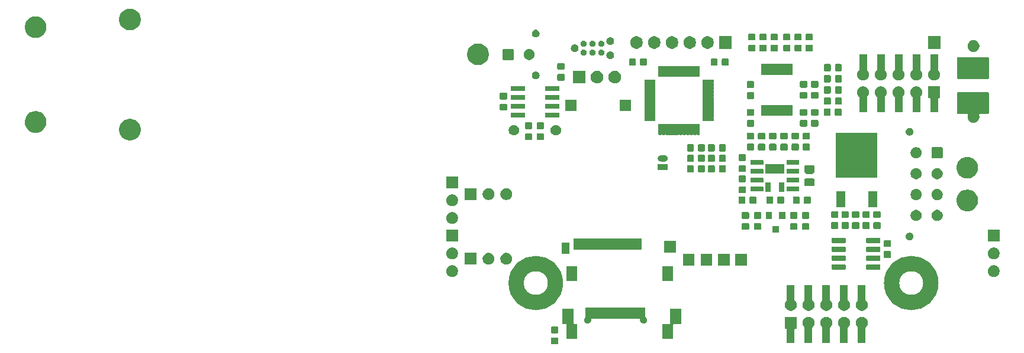
<source format=gbr>
G04 #@! TF.GenerationSoftware,KiCad,Pcbnew,5.1.5+dfsg1-2build2*
G04 #@! TF.CreationDate,2022-01-23T10:31:09+01:00*
G04 #@! TF.ProjectId,mre_addon_v2,6d72655f-6164-4646-9f6e-5f76322e6b69,V2.3*
G04 #@! TF.SameCoordinates,Original*
G04 #@! TF.FileFunction,Soldermask,Top*
G04 #@! TF.FilePolarity,Negative*
%FSLAX46Y46*%
G04 Gerber Fmt 4.6, Leading zero omitted, Abs format (unit mm)*
G04 Created by KiCad (PCBNEW 5.1.5+dfsg1-2build2) date 2022-01-23 10:31:09*
%MOMM*%
%LPD*%
G04 APERTURE LIST*
%ADD10C,2.200000*%
%ADD11C,0.100000*%
G04 APERTURE END LIST*
D10*
X145000000Y-162700000D02*
G75*
G03X145000000Y-162700000I-2800000J0D01*
G01*
X91301785Y-162700000D02*
G75*
G03X91301785Y-162700000I-2801785J0D01*
G01*
D11*
G36*
X91579591Y-170503085D02*
G01*
X91613569Y-170513393D01*
X91644890Y-170530134D01*
X91672339Y-170552661D01*
X91694866Y-170580110D01*
X91711607Y-170611431D01*
X91721915Y-170645409D01*
X91726000Y-170686890D01*
X91726000Y-171288110D01*
X91721915Y-171329591D01*
X91711607Y-171363569D01*
X91694866Y-171394890D01*
X91672339Y-171422339D01*
X91644890Y-171444866D01*
X91613569Y-171461607D01*
X91579591Y-171471915D01*
X91538110Y-171476000D01*
X90861890Y-171476000D01*
X90820409Y-171471915D01*
X90786431Y-171461607D01*
X90755110Y-171444866D01*
X90727661Y-171422339D01*
X90705134Y-171394890D01*
X90688393Y-171363569D01*
X90678085Y-171329591D01*
X90674000Y-171288110D01*
X90674000Y-170686890D01*
X90678085Y-170645409D01*
X90688393Y-170611431D01*
X90705134Y-170580110D01*
X90727661Y-170552661D01*
X90755110Y-170530134D01*
X90786431Y-170513393D01*
X90820409Y-170503085D01*
X90861890Y-170499000D01*
X91538110Y-170499000D01*
X91579591Y-170503085D01*
G37*
G36*
X135381308Y-167560763D02*
G01*
X135536180Y-167624913D01*
X135675561Y-167718045D01*
X135794095Y-167836579D01*
X135887227Y-167975960D01*
X135951377Y-168130832D01*
X135984080Y-168295244D01*
X135984080Y-168462876D01*
X135951377Y-168627288D01*
X135887227Y-168782160D01*
X135794095Y-168921541D01*
X135715606Y-169000030D01*
X135700066Y-169018966D01*
X135688515Y-169040577D01*
X135681402Y-169064026D01*
X135679000Y-169088412D01*
X135679000Y-171257600D01*
X134577000Y-171257600D01*
X134577000Y-169078252D01*
X134574598Y-169053866D01*
X134567485Y-169030417D01*
X134555934Y-169008806D01*
X134540394Y-168989870D01*
X134472065Y-168921541D01*
X134378933Y-168782160D01*
X134314783Y-168627288D01*
X134282080Y-168462876D01*
X134282080Y-168295244D01*
X134314783Y-168130832D01*
X134378933Y-167975960D01*
X134472065Y-167836579D01*
X134590599Y-167718045D01*
X134729980Y-167624913D01*
X134884852Y-167560763D01*
X135049264Y-167528060D01*
X135216896Y-167528060D01*
X135381308Y-167560763D01*
G37*
G36*
X132841308Y-167560763D02*
G01*
X132996180Y-167624913D01*
X133135561Y-167718045D01*
X133254095Y-167836579D01*
X133347227Y-167975960D01*
X133411377Y-168130832D01*
X133444080Y-168295244D01*
X133444080Y-168462876D01*
X133411377Y-168627288D01*
X133347227Y-168782160D01*
X133254095Y-168921541D01*
X133175606Y-169000030D01*
X133160066Y-169018966D01*
X133148515Y-169040577D01*
X133141402Y-169064026D01*
X133139000Y-169088412D01*
X133139000Y-171257600D01*
X132037000Y-171257600D01*
X132037000Y-169078252D01*
X132034598Y-169053866D01*
X132027485Y-169030417D01*
X132015934Y-169008806D01*
X132000394Y-168989870D01*
X131932065Y-168921541D01*
X131838933Y-168782160D01*
X131774783Y-168627288D01*
X131742080Y-168462876D01*
X131742080Y-168295244D01*
X131774783Y-168130832D01*
X131838933Y-167975960D01*
X131932065Y-167836579D01*
X132050599Y-167718045D01*
X132189980Y-167624913D01*
X132344852Y-167560763D01*
X132509264Y-167528060D01*
X132676896Y-167528060D01*
X132841308Y-167560763D01*
G37*
G36*
X130301308Y-167560763D02*
G01*
X130456180Y-167624913D01*
X130595561Y-167718045D01*
X130714095Y-167836579D01*
X130807227Y-167975960D01*
X130871377Y-168130832D01*
X130904080Y-168295244D01*
X130904080Y-168462876D01*
X130871377Y-168627288D01*
X130807227Y-168782160D01*
X130714095Y-168921541D01*
X130635606Y-169000030D01*
X130620066Y-169018966D01*
X130608515Y-169040577D01*
X130601402Y-169064026D01*
X130599000Y-169088412D01*
X130599000Y-171257600D01*
X129497000Y-171257600D01*
X129497000Y-169078252D01*
X129494598Y-169053866D01*
X129487485Y-169030417D01*
X129475934Y-169008806D01*
X129460394Y-168989870D01*
X129392065Y-168921541D01*
X129298933Y-168782160D01*
X129234783Y-168627288D01*
X129202080Y-168462876D01*
X129202080Y-168295244D01*
X129234783Y-168130832D01*
X129298933Y-167975960D01*
X129392065Y-167836579D01*
X129510599Y-167718045D01*
X129649980Y-167624913D01*
X129804852Y-167560763D01*
X129969264Y-167528060D01*
X130136896Y-167528060D01*
X130301308Y-167560763D01*
G37*
G36*
X125824080Y-169230060D02*
G01*
X125643999Y-169230060D01*
X125619613Y-169232462D01*
X125596164Y-169239575D01*
X125574553Y-169251126D01*
X125555611Y-169266671D01*
X125540066Y-169285613D01*
X125528515Y-169307224D01*
X125521402Y-169330673D01*
X125519000Y-169355059D01*
X125519000Y-171257600D01*
X124417000Y-171257600D01*
X124417000Y-169355059D01*
X124414598Y-169330673D01*
X124407485Y-169307224D01*
X124395934Y-169285613D01*
X124380389Y-169266671D01*
X124361447Y-169251126D01*
X124339836Y-169239575D01*
X124316387Y-169232462D01*
X124292001Y-169230060D01*
X124122080Y-169230060D01*
X124122080Y-167528060D01*
X125824080Y-167528060D01*
X125824080Y-169230060D01*
G37*
G36*
X127761308Y-167560763D02*
G01*
X127916180Y-167624913D01*
X128055561Y-167718045D01*
X128174095Y-167836579D01*
X128267227Y-167975960D01*
X128331377Y-168130832D01*
X128364080Y-168295244D01*
X128364080Y-168462876D01*
X128331377Y-168627288D01*
X128267227Y-168782160D01*
X128174095Y-168921541D01*
X128095606Y-169000030D01*
X128080066Y-169018966D01*
X128068515Y-169040577D01*
X128061402Y-169064026D01*
X128059000Y-169088412D01*
X128059000Y-171257600D01*
X126957000Y-171257600D01*
X126957000Y-169078252D01*
X126954598Y-169053866D01*
X126947485Y-169030417D01*
X126935934Y-169008806D01*
X126920394Y-168989870D01*
X126852065Y-168921541D01*
X126758933Y-168782160D01*
X126694783Y-168627288D01*
X126662080Y-168462876D01*
X126662080Y-168295244D01*
X126694783Y-168130832D01*
X126758933Y-167975960D01*
X126852065Y-167836579D01*
X126970599Y-167718045D01*
X127109980Y-167624913D01*
X127264852Y-167560763D01*
X127429264Y-167528060D01*
X127596896Y-167528060D01*
X127761308Y-167560763D01*
G37*
G36*
X109327000Y-168547000D02*
G01*
X108285999Y-168547000D01*
X108261613Y-168549402D01*
X108238164Y-168556515D01*
X108216553Y-168568066D01*
X108197611Y-168583611D01*
X108182066Y-168602553D01*
X108170515Y-168624164D01*
X108163402Y-168647613D01*
X108161000Y-168671999D01*
X108161000Y-170686000D01*
X106609000Y-170686000D01*
X106609000Y-168584000D01*
X107576001Y-168584000D01*
X107600387Y-168581598D01*
X107623836Y-168574485D01*
X107645447Y-168562934D01*
X107664389Y-168547389D01*
X107679934Y-168528447D01*
X107691485Y-168506836D01*
X107698598Y-168483387D01*
X107701000Y-168459001D01*
X107701000Y-166413000D01*
X109327000Y-166413000D01*
X109327000Y-168547000D01*
G37*
G36*
X93927000Y-168459001D02*
G01*
X93929402Y-168483387D01*
X93936515Y-168506836D01*
X93948066Y-168528447D01*
X93963611Y-168547389D01*
X93982553Y-168562934D01*
X94004164Y-168574485D01*
X94027613Y-168581598D01*
X94051999Y-168584000D01*
X94411000Y-168584000D01*
X94411000Y-170686000D01*
X92859000Y-170686000D01*
X92859000Y-168671999D01*
X92856598Y-168647613D01*
X92849485Y-168624164D01*
X92837934Y-168602553D01*
X92822389Y-168583611D01*
X92803447Y-168568066D01*
X92781836Y-168556515D01*
X92758387Y-168549402D01*
X92734001Y-168547000D01*
X92301000Y-168547000D01*
X92301000Y-166413000D01*
X93927000Y-166413000D01*
X93927000Y-168459001D01*
G37*
G36*
X91579591Y-168928085D02*
G01*
X91613569Y-168938393D01*
X91644890Y-168955134D01*
X91672339Y-168977661D01*
X91694866Y-169005110D01*
X91711607Y-169036431D01*
X91721915Y-169070409D01*
X91726000Y-169111890D01*
X91726000Y-169713110D01*
X91721915Y-169754591D01*
X91711607Y-169788569D01*
X91694866Y-169819890D01*
X91672339Y-169847339D01*
X91644890Y-169869866D01*
X91613569Y-169886607D01*
X91579591Y-169896915D01*
X91538110Y-169901000D01*
X90861890Y-169901000D01*
X90820409Y-169896915D01*
X90786431Y-169886607D01*
X90755110Y-169869866D01*
X90727661Y-169847339D01*
X90705134Y-169819890D01*
X90688393Y-169788569D01*
X90678085Y-169754591D01*
X90674000Y-169713110D01*
X90674000Y-169111890D01*
X90678085Y-169070409D01*
X90688393Y-169036431D01*
X90705134Y-169005110D01*
X90727661Y-168977661D01*
X90755110Y-168955134D01*
X90786431Y-168938393D01*
X90820409Y-168928085D01*
X90861890Y-168924000D01*
X91538110Y-168924000D01*
X91579591Y-168928085D01*
G37*
G36*
X104161000Y-167509294D02*
G01*
X104163402Y-167533680D01*
X104170515Y-167557129D01*
X104182066Y-167578740D01*
X104197611Y-167597682D01*
X104216550Y-167613224D01*
X104229863Y-167622120D01*
X104298880Y-167691137D01*
X104353107Y-167772293D01*
X104390459Y-167862468D01*
X104409500Y-167958197D01*
X104409500Y-168055803D01*
X104390459Y-168151532D01*
X104353107Y-168241707D01*
X104298880Y-168322863D01*
X104229863Y-168391880D01*
X104148707Y-168446107D01*
X104058532Y-168483459D01*
X103962803Y-168502500D01*
X103865197Y-168502500D01*
X103769468Y-168483459D01*
X103679293Y-168446107D01*
X103598137Y-168391880D01*
X103529120Y-168322863D01*
X103474893Y-168241707D01*
X103437541Y-168151532D01*
X103418500Y-168055803D01*
X103418500Y-167960999D01*
X103416098Y-167936613D01*
X103408985Y-167913164D01*
X103397434Y-167891553D01*
X103381889Y-167872611D01*
X103362947Y-167857066D01*
X103341336Y-167845515D01*
X103317887Y-167838402D01*
X103293501Y-167836000D01*
X96534499Y-167836000D01*
X96510113Y-167838402D01*
X96486664Y-167845515D01*
X96465053Y-167857066D01*
X96446111Y-167872611D01*
X96430566Y-167891553D01*
X96419015Y-167913164D01*
X96411902Y-167936613D01*
X96409500Y-167960999D01*
X96409500Y-168055803D01*
X96390459Y-168151532D01*
X96353107Y-168241707D01*
X96298880Y-168322863D01*
X96229863Y-168391880D01*
X96148707Y-168446107D01*
X96058532Y-168483459D01*
X95962803Y-168502500D01*
X95865197Y-168502500D01*
X95769468Y-168483459D01*
X95679293Y-168446107D01*
X95598137Y-168391880D01*
X95529120Y-168322863D01*
X95474893Y-168241707D01*
X95437541Y-168151532D01*
X95418500Y-168055803D01*
X95418500Y-167958197D01*
X95437541Y-167862468D01*
X95474893Y-167772293D01*
X95505109Y-167727072D01*
X95534405Y-167683227D01*
X95537934Y-167678927D01*
X95549485Y-167657316D01*
X95556598Y-167633867D01*
X95559000Y-167609481D01*
X95559000Y-166234000D01*
X104161000Y-166234000D01*
X104161000Y-167509294D01*
G37*
G36*
X125519000Y-165129708D02*
G01*
X125521402Y-165154094D01*
X125528515Y-165177543D01*
X125540066Y-165199154D01*
X125555606Y-165218090D01*
X125634095Y-165296579D01*
X125727227Y-165435960D01*
X125791377Y-165590832D01*
X125824080Y-165755244D01*
X125824080Y-165922876D01*
X125791377Y-166087288D01*
X125727227Y-166242160D01*
X125634095Y-166381541D01*
X125515561Y-166500075D01*
X125376180Y-166593207D01*
X125221308Y-166657357D01*
X125056896Y-166690060D01*
X124889264Y-166690060D01*
X124724852Y-166657357D01*
X124569980Y-166593207D01*
X124430599Y-166500075D01*
X124312065Y-166381541D01*
X124218933Y-166242160D01*
X124154783Y-166087288D01*
X124122080Y-165922876D01*
X124122080Y-165755244D01*
X124154783Y-165590832D01*
X124218933Y-165435960D01*
X124312065Y-165296579D01*
X124380394Y-165228250D01*
X124395934Y-165209314D01*
X124407485Y-165187703D01*
X124414598Y-165164254D01*
X124417000Y-165139868D01*
X124417000Y-162955600D01*
X125519000Y-162955600D01*
X125519000Y-165129708D01*
G37*
G36*
X128059000Y-165129708D02*
G01*
X128061402Y-165154094D01*
X128068515Y-165177543D01*
X128080066Y-165199154D01*
X128095606Y-165218090D01*
X128174095Y-165296579D01*
X128267227Y-165435960D01*
X128331377Y-165590832D01*
X128364080Y-165755244D01*
X128364080Y-165922876D01*
X128331377Y-166087288D01*
X128267227Y-166242160D01*
X128174095Y-166381541D01*
X128055561Y-166500075D01*
X127916180Y-166593207D01*
X127761308Y-166657357D01*
X127596896Y-166690060D01*
X127429264Y-166690060D01*
X127264852Y-166657357D01*
X127109980Y-166593207D01*
X126970599Y-166500075D01*
X126852065Y-166381541D01*
X126758933Y-166242160D01*
X126694783Y-166087288D01*
X126662080Y-165922876D01*
X126662080Y-165755244D01*
X126694783Y-165590832D01*
X126758933Y-165435960D01*
X126852065Y-165296579D01*
X126920394Y-165228250D01*
X126935934Y-165209314D01*
X126947485Y-165187703D01*
X126954598Y-165164254D01*
X126957000Y-165139868D01*
X126957000Y-162955600D01*
X128059000Y-162955600D01*
X128059000Y-165129708D01*
G37*
G36*
X133139000Y-165129708D02*
G01*
X133141402Y-165154094D01*
X133148515Y-165177543D01*
X133160066Y-165199154D01*
X133175606Y-165218090D01*
X133254095Y-165296579D01*
X133347227Y-165435960D01*
X133411377Y-165590832D01*
X133444080Y-165755244D01*
X133444080Y-165922876D01*
X133411377Y-166087288D01*
X133347227Y-166242160D01*
X133254095Y-166381541D01*
X133135561Y-166500075D01*
X132996180Y-166593207D01*
X132841308Y-166657357D01*
X132676896Y-166690060D01*
X132509264Y-166690060D01*
X132344852Y-166657357D01*
X132189980Y-166593207D01*
X132050599Y-166500075D01*
X131932065Y-166381541D01*
X131838933Y-166242160D01*
X131774783Y-166087288D01*
X131742080Y-165922876D01*
X131742080Y-165755244D01*
X131774783Y-165590832D01*
X131838933Y-165435960D01*
X131932065Y-165296579D01*
X132000394Y-165228250D01*
X132015934Y-165209314D01*
X132027485Y-165187703D01*
X132034598Y-165164254D01*
X132037000Y-165139868D01*
X132037000Y-162955600D01*
X133139000Y-162955600D01*
X133139000Y-165129708D01*
G37*
G36*
X130599000Y-165129708D02*
G01*
X130601402Y-165154094D01*
X130608515Y-165177543D01*
X130620066Y-165199154D01*
X130635606Y-165218090D01*
X130714095Y-165296579D01*
X130807227Y-165435960D01*
X130871377Y-165590832D01*
X130904080Y-165755244D01*
X130904080Y-165922876D01*
X130871377Y-166087288D01*
X130807227Y-166242160D01*
X130714095Y-166381541D01*
X130595561Y-166500075D01*
X130456180Y-166593207D01*
X130301308Y-166657357D01*
X130136896Y-166690060D01*
X129969264Y-166690060D01*
X129804852Y-166657357D01*
X129649980Y-166593207D01*
X129510599Y-166500075D01*
X129392065Y-166381541D01*
X129298933Y-166242160D01*
X129234783Y-166087288D01*
X129202080Y-165922876D01*
X129202080Y-165755244D01*
X129234783Y-165590832D01*
X129298933Y-165435960D01*
X129392065Y-165296579D01*
X129460394Y-165228250D01*
X129475934Y-165209314D01*
X129487485Y-165187703D01*
X129494598Y-165164254D01*
X129497000Y-165139868D01*
X129497000Y-162955600D01*
X130599000Y-162955600D01*
X130599000Y-165129708D01*
G37*
G36*
X135679000Y-165129708D02*
G01*
X135681402Y-165154094D01*
X135688515Y-165177543D01*
X135700066Y-165199154D01*
X135715606Y-165218090D01*
X135794095Y-165296579D01*
X135887227Y-165435960D01*
X135951377Y-165590832D01*
X135984080Y-165755244D01*
X135984080Y-165922876D01*
X135951377Y-166087288D01*
X135887227Y-166242160D01*
X135794095Y-166381541D01*
X135675561Y-166500075D01*
X135536180Y-166593207D01*
X135381308Y-166657357D01*
X135216896Y-166690060D01*
X135049264Y-166690060D01*
X134884852Y-166657357D01*
X134729980Y-166593207D01*
X134590599Y-166500075D01*
X134472065Y-166381541D01*
X134378933Y-166242160D01*
X134314783Y-166087288D01*
X134282080Y-165922876D01*
X134282080Y-165755244D01*
X134314783Y-165590832D01*
X134378933Y-165435960D01*
X134472065Y-165296579D01*
X134540394Y-165228250D01*
X134555934Y-165209314D01*
X134567485Y-165187703D01*
X134574598Y-165164254D01*
X134577000Y-165139868D01*
X134577000Y-162955600D01*
X135679000Y-162955600D01*
X135679000Y-165129708D01*
G37*
G36*
X94411000Y-162386000D02*
G01*
X92859000Y-162386000D01*
X92859000Y-160284000D01*
X94411000Y-160284000D01*
X94411000Y-162386000D01*
G37*
G36*
X108161000Y-162386000D02*
G01*
X106609000Y-162386000D01*
X106609000Y-160284000D01*
X108161000Y-160284000D01*
X108161000Y-162386000D01*
G37*
G36*
X154248428Y-160171903D02*
G01*
X154403300Y-160236053D01*
X154542681Y-160329185D01*
X154661215Y-160447719D01*
X154754347Y-160587100D01*
X154818497Y-160741972D01*
X154851200Y-160906384D01*
X154851200Y-161074016D01*
X154818497Y-161238428D01*
X154754347Y-161393300D01*
X154661215Y-161532681D01*
X154542681Y-161651215D01*
X154403300Y-161744347D01*
X154248428Y-161808497D01*
X154084016Y-161841200D01*
X153916384Y-161841200D01*
X153751972Y-161808497D01*
X153597100Y-161744347D01*
X153457719Y-161651215D01*
X153339185Y-161532681D01*
X153246053Y-161393300D01*
X153181903Y-161238428D01*
X153149200Y-161074016D01*
X153149200Y-160906384D01*
X153181903Y-160741972D01*
X153246053Y-160587100D01*
X153339185Y-160447719D01*
X153457719Y-160329185D01*
X153597100Y-160236053D01*
X153751972Y-160171903D01*
X153916384Y-160139200D01*
X154084016Y-160139200D01*
X154248428Y-160171903D01*
G37*
G36*
X76778428Y-160171903D02*
G01*
X76933300Y-160236053D01*
X77072681Y-160329185D01*
X77191215Y-160447719D01*
X77284347Y-160587100D01*
X77348497Y-160741972D01*
X77381200Y-160906384D01*
X77381200Y-161074016D01*
X77348497Y-161238428D01*
X77284347Y-161393300D01*
X77191215Y-161532681D01*
X77072681Y-161651215D01*
X76933300Y-161744347D01*
X76778428Y-161808497D01*
X76614016Y-161841200D01*
X76446384Y-161841200D01*
X76281972Y-161808497D01*
X76127100Y-161744347D01*
X75987719Y-161651215D01*
X75869185Y-161532681D01*
X75776053Y-161393300D01*
X75711903Y-161238428D01*
X75679200Y-161074016D01*
X75679200Y-160906384D01*
X75711903Y-160741972D01*
X75776053Y-160587100D01*
X75869185Y-160447719D01*
X75987719Y-160329185D01*
X76127100Y-160236053D01*
X76281972Y-160171903D01*
X76446384Y-160139200D01*
X76614016Y-160139200D01*
X76778428Y-160171903D01*
G37*
G36*
X132759928Y-160056764D02*
G01*
X132781009Y-160063160D01*
X132800445Y-160073548D01*
X132817476Y-160087524D01*
X132831452Y-160104555D01*
X132841840Y-160123991D01*
X132848236Y-160145072D01*
X132851000Y-160173140D01*
X132851000Y-160636860D01*
X132848236Y-160664928D01*
X132841840Y-160686009D01*
X132831452Y-160705445D01*
X132817476Y-160722476D01*
X132800445Y-160736452D01*
X132781009Y-160746840D01*
X132759928Y-160753236D01*
X132731860Y-160756000D01*
X130918140Y-160756000D01*
X130890072Y-160753236D01*
X130868991Y-160746840D01*
X130849555Y-160736452D01*
X130832524Y-160722476D01*
X130818548Y-160705445D01*
X130808160Y-160686009D01*
X130801764Y-160664928D01*
X130799000Y-160636860D01*
X130799000Y-160173140D01*
X130801764Y-160145072D01*
X130808160Y-160123991D01*
X130818548Y-160104555D01*
X130832524Y-160087524D01*
X130849555Y-160073548D01*
X130868991Y-160063160D01*
X130890072Y-160056764D01*
X130918140Y-160054000D01*
X132731860Y-160054000D01*
X132759928Y-160056764D01*
G37*
G36*
X137709928Y-160056764D02*
G01*
X137731009Y-160063160D01*
X137750445Y-160073548D01*
X137767476Y-160087524D01*
X137781452Y-160104555D01*
X137791840Y-160123991D01*
X137798236Y-160145072D01*
X137801000Y-160173140D01*
X137801000Y-160636860D01*
X137798236Y-160664928D01*
X137791840Y-160686009D01*
X137781452Y-160705445D01*
X137767476Y-160722476D01*
X137750445Y-160736452D01*
X137731009Y-160746840D01*
X137709928Y-160753236D01*
X137681860Y-160756000D01*
X135868140Y-160756000D01*
X135840072Y-160753236D01*
X135818991Y-160746840D01*
X135799555Y-160736452D01*
X135782524Y-160722476D01*
X135768548Y-160705445D01*
X135758160Y-160686009D01*
X135751764Y-160664928D01*
X135749000Y-160636860D01*
X135749000Y-160173140D01*
X135751764Y-160145072D01*
X135758160Y-160123991D01*
X135768548Y-160104555D01*
X135782524Y-160087524D01*
X135799555Y-160073548D01*
X135818991Y-160063160D01*
X135840072Y-160056764D01*
X135868140Y-160054000D01*
X137681860Y-160054000D01*
X137709928Y-160056764D01*
G37*
G36*
X116251600Y-160211800D02*
G01*
X114549600Y-160211800D01*
X114549600Y-158509800D01*
X116251600Y-158509800D01*
X116251600Y-160211800D01*
G37*
G36*
X118751600Y-160211800D02*
G01*
X117049600Y-160211800D01*
X117049600Y-158509800D01*
X118751600Y-158509800D01*
X118751600Y-160211800D01*
G37*
G36*
X113713600Y-160173800D02*
G01*
X112087600Y-160173800D01*
X112087600Y-158547800D01*
X113713600Y-158547800D01*
X113713600Y-160173800D01*
G37*
G36*
X111213600Y-160173800D02*
G01*
X109587600Y-160173800D01*
X109587600Y-158547800D01*
X111213600Y-158547800D01*
X111213600Y-160173800D01*
G37*
G36*
X84525428Y-158393903D02*
G01*
X84680300Y-158458053D01*
X84819681Y-158551185D01*
X84938215Y-158669719D01*
X85031347Y-158809100D01*
X85095497Y-158963972D01*
X85128200Y-159128384D01*
X85128200Y-159296016D01*
X85095497Y-159460428D01*
X85031347Y-159615300D01*
X84938215Y-159754681D01*
X84819681Y-159873215D01*
X84680300Y-159966347D01*
X84525428Y-160030497D01*
X84361016Y-160063200D01*
X84193384Y-160063200D01*
X84028972Y-160030497D01*
X83874100Y-159966347D01*
X83734719Y-159873215D01*
X83616185Y-159754681D01*
X83523053Y-159615300D01*
X83458903Y-159460428D01*
X83426200Y-159296016D01*
X83426200Y-159128384D01*
X83458903Y-158963972D01*
X83523053Y-158809100D01*
X83616185Y-158669719D01*
X83734719Y-158551185D01*
X83874100Y-158458053D01*
X84028972Y-158393903D01*
X84193384Y-158361200D01*
X84361016Y-158361200D01*
X84525428Y-158393903D01*
G37*
G36*
X81985428Y-158393903D02*
G01*
X82140300Y-158458053D01*
X82279681Y-158551185D01*
X82398215Y-158669719D01*
X82491347Y-158809100D01*
X82555497Y-158963972D01*
X82588200Y-159128384D01*
X82588200Y-159296016D01*
X82555497Y-159460428D01*
X82491347Y-159615300D01*
X82398215Y-159754681D01*
X82279681Y-159873215D01*
X82140300Y-159966347D01*
X81985428Y-160030497D01*
X81821016Y-160063200D01*
X81653384Y-160063200D01*
X81488972Y-160030497D01*
X81334100Y-159966347D01*
X81194719Y-159873215D01*
X81076185Y-159754681D01*
X80983053Y-159615300D01*
X80918903Y-159460428D01*
X80886200Y-159296016D01*
X80886200Y-159128384D01*
X80918903Y-158963972D01*
X80983053Y-158809100D01*
X81076185Y-158669719D01*
X81194719Y-158551185D01*
X81334100Y-158458053D01*
X81488972Y-158393903D01*
X81653384Y-158361200D01*
X81821016Y-158361200D01*
X81985428Y-158393903D01*
G37*
G36*
X80048200Y-160063200D02*
G01*
X78346200Y-160063200D01*
X78346200Y-158361200D01*
X80048200Y-158361200D01*
X80048200Y-160063200D01*
G37*
G36*
X137709928Y-158786764D02*
G01*
X137731009Y-158793160D01*
X137750445Y-158803548D01*
X137767476Y-158817524D01*
X137781452Y-158834555D01*
X137791840Y-158853991D01*
X137798236Y-158875072D01*
X137801000Y-158903140D01*
X137801000Y-159366860D01*
X137798236Y-159394928D01*
X137791840Y-159416009D01*
X137781452Y-159435445D01*
X137767476Y-159452476D01*
X137750445Y-159466452D01*
X137731009Y-159476840D01*
X137709928Y-159483236D01*
X137681860Y-159486000D01*
X135868140Y-159486000D01*
X135840072Y-159483236D01*
X135818991Y-159476840D01*
X135799555Y-159466452D01*
X135782524Y-159452476D01*
X135768548Y-159435445D01*
X135758160Y-159416009D01*
X135751764Y-159394928D01*
X135749000Y-159366860D01*
X135749000Y-158903140D01*
X135751764Y-158875072D01*
X135758160Y-158853991D01*
X135768548Y-158834555D01*
X135782524Y-158817524D01*
X135799555Y-158803548D01*
X135818991Y-158793160D01*
X135840072Y-158786764D01*
X135868140Y-158784000D01*
X137681860Y-158784000D01*
X137709928Y-158786764D01*
G37*
G36*
X132759928Y-158786764D02*
G01*
X132781009Y-158793160D01*
X132800445Y-158803548D01*
X132817476Y-158817524D01*
X132831452Y-158834555D01*
X132841840Y-158853991D01*
X132848236Y-158875072D01*
X132851000Y-158903140D01*
X132851000Y-159366860D01*
X132848236Y-159394928D01*
X132841840Y-159416009D01*
X132831452Y-159435445D01*
X132817476Y-159452476D01*
X132800445Y-159466452D01*
X132781009Y-159476840D01*
X132759928Y-159483236D01*
X132731860Y-159486000D01*
X130918140Y-159486000D01*
X130890072Y-159483236D01*
X130868991Y-159476840D01*
X130849555Y-159466452D01*
X130832524Y-159452476D01*
X130818548Y-159435445D01*
X130808160Y-159416009D01*
X130801764Y-159394928D01*
X130799000Y-159366860D01*
X130799000Y-158903140D01*
X130801764Y-158875072D01*
X130808160Y-158853991D01*
X130818548Y-158834555D01*
X130832524Y-158817524D01*
X130849555Y-158803548D01*
X130868991Y-158793160D01*
X130890072Y-158786764D01*
X130918140Y-158784000D01*
X132731860Y-158784000D01*
X132759928Y-158786764D01*
G37*
G36*
X76778428Y-157631903D02*
G01*
X76933300Y-157696053D01*
X77072681Y-157789185D01*
X77191215Y-157907719D01*
X77284347Y-158047100D01*
X77348497Y-158201972D01*
X77381200Y-158366384D01*
X77381200Y-158534016D01*
X77348497Y-158698428D01*
X77284347Y-158853300D01*
X77191215Y-158992681D01*
X77072681Y-159111215D01*
X76933300Y-159204347D01*
X76778428Y-159268497D01*
X76614016Y-159301200D01*
X76446384Y-159301200D01*
X76281972Y-159268497D01*
X76127100Y-159204347D01*
X75987719Y-159111215D01*
X75869185Y-158992681D01*
X75776053Y-158853300D01*
X75711903Y-158698428D01*
X75679200Y-158534016D01*
X75679200Y-158366384D01*
X75711903Y-158201972D01*
X75776053Y-158047100D01*
X75869185Y-157907719D01*
X75987719Y-157789185D01*
X76127100Y-157696053D01*
X76281972Y-157631903D01*
X76446384Y-157599200D01*
X76614016Y-157599200D01*
X76778428Y-157631903D01*
G37*
G36*
X154248428Y-157631903D02*
G01*
X154403300Y-157696053D01*
X154542681Y-157789185D01*
X154661215Y-157907719D01*
X154754347Y-158047100D01*
X154818497Y-158201972D01*
X154851200Y-158366384D01*
X154851200Y-158534016D01*
X154818497Y-158698428D01*
X154754347Y-158853300D01*
X154661215Y-158992681D01*
X154542681Y-159111215D01*
X154403300Y-159204347D01*
X154248428Y-159268497D01*
X154084016Y-159301200D01*
X153916384Y-159301200D01*
X153751972Y-159268497D01*
X153597100Y-159204347D01*
X153457719Y-159111215D01*
X153339185Y-158992681D01*
X153246053Y-158853300D01*
X153181903Y-158698428D01*
X153149200Y-158534016D01*
X153149200Y-158366384D01*
X153181903Y-158201972D01*
X153246053Y-158047100D01*
X153339185Y-157907719D01*
X153457719Y-157789185D01*
X153597100Y-157696053D01*
X153751972Y-157631903D01*
X153916384Y-157599200D01*
X154084016Y-157599200D01*
X154248428Y-157631903D01*
G37*
G36*
X139179591Y-158115585D02*
G01*
X139213569Y-158125893D01*
X139244890Y-158142634D01*
X139272339Y-158165161D01*
X139294866Y-158192610D01*
X139311607Y-158223931D01*
X139321915Y-158257909D01*
X139326000Y-158299390D01*
X139326000Y-158900610D01*
X139321915Y-158942091D01*
X139311607Y-158976069D01*
X139294866Y-159007390D01*
X139272339Y-159034839D01*
X139244890Y-159057366D01*
X139213569Y-159074107D01*
X139179591Y-159084415D01*
X139138110Y-159088500D01*
X138461890Y-159088500D01*
X138420409Y-159084415D01*
X138386431Y-159074107D01*
X138355110Y-159057366D01*
X138327661Y-159034839D01*
X138305134Y-159007390D01*
X138288393Y-158976069D01*
X138278085Y-158942091D01*
X138274000Y-158900610D01*
X138274000Y-158299390D01*
X138278085Y-158257909D01*
X138288393Y-158223931D01*
X138305134Y-158192610D01*
X138327661Y-158165161D01*
X138355110Y-158142634D01*
X138386431Y-158125893D01*
X138420409Y-158115585D01*
X138461890Y-158111500D01*
X139138110Y-158111500D01*
X139179591Y-158115585D01*
G37*
G36*
X93327000Y-158520000D02*
G01*
X92209000Y-158520000D01*
X92209000Y-156894000D01*
X93327000Y-156894000D01*
X93327000Y-158520000D01*
G37*
G36*
X108508000Y-158312000D02*
G01*
X106882000Y-158312000D01*
X106882000Y-156686000D01*
X108508000Y-156686000D01*
X108508000Y-158312000D01*
G37*
G36*
X132759928Y-157516764D02*
G01*
X132781009Y-157523160D01*
X132800445Y-157533548D01*
X132817476Y-157547524D01*
X132831452Y-157564555D01*
X132841840Y-157583991D01*
X132848236Y-157605072D01*
X132851000Y-157633140D01*
X132851000Y-158096860D01*
X132848236Y-158124928D01*
X132841840Y-158146009D01*
X132831452Y-158165445D01*
X132817476Y-158182476D01*
X132800445Y-158196452D01*
X132781009Y-158206840D01*
X132759928Y-158213236D01*
X132731860Y-158216000D01*
X130918140Y-158216000D01*
X130890072Y-158213236D01*
X130868991Y-158206840D01*
X130849555Y-158196452D01*
X130832524Y-158182476D01*
X130818548Y-158165445D01*
X130808160Y-158146009D01*
X130801764Y-158124928D01*
X130799000Y-158096860D01*
X130799000Y-157633140D01*
X130801764Y-157605072D01*
X130808160Y-157583991D01*
X130818548Y-157564555D01*
X130832524Y-157547524D01*
X130849555Y-157533548D01*
X130868991Y-157523160D01*
X130890072Y-157516764D01*
X130918140Y-157514000D01*
X132731860Y-157514000D01*
X132759928Y-157516764D01*
G37*
G36*
X137709928Y-157516764D02*
G01*
X137731009Y-157523160D01*
X137750445Y-157533548D01*
X137767476Y-157547524D01*
X137781452Y-157564555D01*
X137791840Y-157583991D01*
X137798236Y-157605072D01*
X137801000Y-157633140D01*
X137801000Y-158096860D01*
X137798236Y-158124928D01*
X137791840Y-158146009D01*
X137781452Y-158165445D01*
X137767476Y-158182476D01*
X137750445Y-158196452D01*
X137731009Y-158206840D01*
X137709928Y-158213236D01*
X137681860Y-158216000D01*
X135868140Y-158216000D01*
X135840072Y-158213236D01*
X135818991Y-158206840D01*
X135799555Y-158196452D01*
X135782524Y-158182476D01*
X135768548Y-158165445D01*
X135758160Y-158146009D01*
X135751764Y-158124928D01*
X135749000Y-158096860D01*
X135749000Y-157633140D01*
X135751764Y-157605072D01*
X135758160Y-157583991D01*
X135768548Y-157564555D01*
X135782524Y-157547524D01*
X135799555Y-157533548D01*
X135818991Y-157523160D01*
X135840072Y-157516764D01*
X135868140Y-157514000D01*
X137681860Y-157514000D01*
X137709928Y-157516764D01*
G37*
G36*
X103600000Y-157920000D02*
G01*
X93936000Y-157920000D01*
X93936000Y-156294000D01*
X103600000Y-156294000D01*
X103600000Y-157920000D01*
G37*
G36*
X139179591Y-156540585D02*
G01*
X139213569Y-156550893D01*
X139244890Y-156567634D01*
X139272339Y-156590161D01*
X139294866Y-156617610D01*
X139311607Y-156648931D01*
X139321915Y-156682909D01*
X139326000Y-156724390D01*
X139326000Y-157325610D01*
X139321915Y-157367091D01*
X139311607Y-157401069D01*
X139294866Y-157432390D01*
X139272339Y-157459839D01*
X139244890Y-157482366D01*
X139213569Y-157499107D01*
X139179591Y-157509415D01*
X139138110Y-157513500D01*
X138461890Y-157513500D01*
X138420409Y-157509415D01*
X138386431Y-157499107D01*
X138355110Y-157482366D01*
X138327661Y-157459839D01*
X138305134Y-157432390D01*
X138288393Y-157401069D01*
X138278085Y-157367091D01*
X138274000Y-157325610D01*
X138274000Y-156724390D01*
X138278085Y-156682909D01*
X138288393Y-156648931D01*
X138305134Y-156617610D01*
X138327661Y-156590161D01*
X138355110Y-156567634D01*
X138386431Y-156550893D01*
X138420409Y-156540585D01*
X138461890Y-156536500D01*
X139138110Y-156536500D01*
X139179591Y-156540585D01*
G37*
G36*
X132759928Y-156246764D02*
G01*
X132781009Y-156253160D01*
X132800445Y-156263548D01*
X132817476Y-156277524D01*
X132831452Y-156294555D01*
X132841840Y-156313991D01*
X132848236Y-156335072D01*
X132851000Y-156363140D01*
X132851000Y-156826860D01*
X132848236Y-156854928D01*
X132841840Y-156876009D01*
X132831452Y-156895445D01*
X132817476Y-156912476D01*
X132800445Y-156926452D01*
X132781009Y-156936840D01*
X132759928Y-156943236D01*
X132731860Y-156946000D01*
X130918140Y-156946000D01*
X130890072Y-156943236D01*
X130868991Y-156936840D01*
X130849555Y-156926452D01*
X130832524Y-156912476D01*
X130818548Y-156895445D01*
X130808160Y-156876009D01*
X130801764Y-156854928D01*
X130799000Y-156826860D01*
X130799000Y-156363140D01*
X130801764Y-156335072D01*
X130808160Y-156313991D01*
X130818548Y-156294555D01*
X130832524Y-156277524D01*
X130849555Y-156263548D01*
X130868991Y-156253160D01*
X130890072Y-156246764D01*
X130918140Y-156244000D01*
X132731860Y-156244000D01*
X132759928Y-156246764D01*
G37*
G36*
X137709928Y-156246764D02*
G01*
X137731009Y-156253160D01*
X137750445Y-156263548D01*
X137767476Y-156277524D01*
X137781452Y-156294555D01*
X137791840Y-156313991D01*
X137798236Y-156335072D01*
X137801000Y-156363140D01*
X137801000Y-156826860D01*
X137798236Y-156854928D01*
X137791840Y-156876009D01*
X137781452Y-156895445D01*
X137767476Y-156912476D01*
X137750445Y-156926452D01*
X137731009Y-156936840D01*
X137709928Y-156943236D01*
X137681860Y-156946000D01*
X135868140Y-156946000D01*
X135840072Y-156943236D01*
X135818991Y-156936840D01*
X135799555Y-156926452D01*
X135782524Y-156912476D01*
X135768548Y-156895445D01*
X135758160Y-156876009D01*
X135751764Y-156854928D01*
X135749000Y-156826860D01*
X135749000Y-156363140D01*
X135751764Y-156335072D01*
X135758160Y-156313991D01*
X135768548Y-156294555D01*
X135782524Y-156277524D01*
X135799555Y-156263548D01*
X135818991Y-156253160D01*
X135840072Y-156246764D01*
X135868140Y-156244000D01*
X137681860Y-156244000D01*
X137709928Y-156246764D01*
G37*
G36*
X154851200Y-156761200D02*
G01*
X153149200Y-156761200D01*
X153149200Y-155059200D01*
X154851200Y-155059200D01*
X154851200Y-156761200D01*
G37*
G36*
X77381200Y-156761200D02*
G01*
X75679200Y-156761200D01*
X75679200Y-155059200D01*
X77381200Y-155059200D01*
X77381200Y-156761200D01*
G37*
G36*
X142120721Y-155470174D02*
G01*
X142220995Y-155511709D01*
X142220996Y-155511710D01*
X142311242Y-155572010D01*
X142387990Y-155648758D01*
X142387991Y-155648760D01*
X142448291Y-155739005D01*
X142489826Y-155839279D01*
X142511000Y-155945730D01*
X142511000Y-156054270D01*
X142489826Y-156160721D01*
X142448291Y-156260995D01*
X142426238Y-156294000D01*
X142387990Y-156351242D01*
X142311242Y-156427990D01*
X142265812Y-156458345D01*
X142220995Y-156488291D01*
X142120721Y-156529826D01*
X142014270Y-156551000D01*
X141905730Y-156551000D01*
X141799279Y-156529826D01*
X141699005Y-156488291D01*
X141654188Y-156458345D01*
X141608758Y-156427990D01*
X141532010Y-156351242D01*
X141493762Y-156294000D01*
X141471709Y-156260995D01*
X141430174Y-156160721D01*
X141409000Y-156054270D01*
X141409000Y-155945730D01*
X141430174Y-155839279D01*
X141471709Y-155739005D01*
X141532009Y-155648760D01*
X141532010Y-155648758D01*
X141608758Y-155572010D01*
X141699004Y-155511710D01*
X141699005Y-155511709D01*
X141799279Y-155470174D01*
X141905730Y-155449000D01*
X142014270Y-155449000D01*
X142120721Y-155470174D01*
G37*
G36*
X123251000Y-155501000D02*
G01*
X122349000Y-155501000D01*
X122349000Y-154499000D01*
X123251000Y-154499000D01*
X123251000Y-155501000D01*
G37*
G36*
X125779591Y-154103085D02*
G01*
X125813569Y-154113393D01*
X125844890Y-154130134D01*
X125872339Y-154152661D01*
X125894866Y-154180110D01*
X125911607Y-154211431D01*
X125921915Y-154245409D01*
X125926000Y-154286890D01*
X125926000Y-154888110D01*
X125921915Y-154929591D01*
X125911607Y-154963569D01*
X125894866Y-154994890D01*
X125872339Y-155022339D01*
X125844890Y-155044866D01*
X125813569Y-155061607D01*
X125779591Y-155071915D01*
X125738110Y-155076000D01*
X125061890Y-155076000D01*
X125020409Y-155071915D01*
X124986431Y-155061607D01*
X124955110Y-155044866D01*
X124927661Y-155022339D01*
X124905134Y-154994890D01*
X124888393Y-154963569D01*
X124878085Y-154929591D01*
X124874000Y-154888110D01*
X124874000Y-154286890D01*
X124878085Y-154245409D01*
X124888393Y-154211431D01*
X124905134Y-154180110D01*
X124927661Y-154152661D01*
X124955110Y-154130134D01*
X124986431Y-154113393D01*
X125020409Y-154103085D01*
X125061890Y-154099000D01*
X125738110Y-154099000D01*
X125779591Y-154103085D01*
G37*
G36*
X127479591Y-154103085D02*
G01*
X127513569Y-154113393D01*
X127544890Y-154130134D01*
X127572339Y-154152661D01*
X127594866Y-154180110D01*
X127611607Y-154211431D01*
X127621915Y-154245409D01*
X127626000Y-154286890D01*
X127626000Y-154888110D01*
X127621915Y-154929591D01*
X127611607Y-154963569D01*
X127594866Y-154994890D01*
X127572339Y-155022339D01*
X127544890Y-155044866D01*
X127513569Y-155061607D01*
X127479591Y-155071915D01*
X127438110Y-155076000D01*
X126761890Y-155076000D01*
X126720409Y-155071915D01*
X126686431Y-155061607D01*
X126655110Y-155044866D01*
X126627661Y-155022339D01*
X126605134Y-154994890D01*
X126588393Y-154963569D01*
X126578085Y-154929591D01*
X126574000Y-154888110D01*
X126574000Y-154286890D01*
X126578085Y-154245409D01*
X126588393Y-154211431D01*
X126605134Y-154180110D01*
X126627661Y-154152661D01*
X126655110Y-154130134D01*
X126686431Y-154113393D01*
X126720409Y-154103085D01*
X126761890Y-154099000D01*
X127438110Y-154099000D01*
X127479591Y-154103085D01*
G37*
G36*
X120591791Y-154097185D02*
G01*
X120625769Y-154107493D01*
X120657090Y-154124234D01*
X120684539Y-154146761D01*
X120707066Y-154174210D01*
X120723807Y-154205531D01*
X120734115Y-154239509D01*
X120738200Y-154280990D01*
X120738200Y-154882210D01*
X120734115Y-154923691D01*
X120723807Y-154957669D01*
X120707066Y-154988990D01*
X120684539Y-155016439D01*
X120657090Y-155038966D01*
X120625769Y-155055707D01*
X120591791Y-155066015D01*
X120550310Y-155070100D01*
X119874090Y-155070100D01*
X119832609Y-155066015D01*
X119798631Y-155055707D01*
X119767310Y-155038966D01*
X119739861Y-155016439D01*
X119717334Y-154988990D01*
X119700593Y-154957669D01*
X119690285Y-154923691D01*
X119686200Y-154882210D01*
X119686200Y-154280990D01*
X119690285Y-154239509D01*
X119700593Y-154205531D01*
X119717334Y-154174210D01*
X119739861Y-154146761D01*
X119767310Y-154124234D01*
X119798631Y-154107493D01*
X119832609Y-154097185D01*
X119874090Y-154093100D01*
X120550310Y-154093100D01*
X120591791Y-154097185D01*
G37*
G36*
X118864591Y-154097085D02*
G01*
X118898569Y-154107393D01*
X118929890Y-154124134D01*
X118957339Y-154146661D01*
X118979866Y-154174110D01*
X118996607Y-154205431D01*
X119006915Y-154239409D01*
X119011000Y-154280890D01*
X119011000Y-154882110D01*
X119006915Y-154923591D01*
X118996607Y-154957569D01*
X118979866Y-154988890D01*
X118957339Y-155016339D01*
X118929890Y-155038866D01*
X118898569Y-155055607D01*
X118864591Y-155065915D01*
X118823110Y-155070000D01*
X118146890Y-155070000D01*
X118105409Y-155065915D01*
X118071431Y-155055607D01*
X118040110Y-155038866D01*
X118012661Y-155016339D01*
X117990134Y-154988890D01*
X117973393Y-154957569D01*
X117963085Y-154923591D01*
X117959000Y-154882110D01*
X117959000Y-154280890D01*
X117963085Y-154239409D01*
X117973393Y-154205431D01*
X117990134Y-154174110D01*
X118012661Y-154146661D01*
X118040110Y-154124134D01*
X118071431Y-154107393D01*
X118105409Y-154097085D01*
X118146890Y-154093000D01*
X118823110Y-154093000D01*
X118864591Y-154097085D01*
G37*
G36*
X137679591Y-153953085D02*
G01*
X137713569Y-153963393D01*
X137744890Y-153980134D01*
X137772339Y-154002661D01*
X137794866Y-154030110D01*
X137811607Y-154061431D01*
X137821915Y-154095409D01*
X137826000Y-154136890D01*
X137826000Y-154738110D01*
X137821915Y-154779591D01*
X137811607Y-154813569D01*
X137794866Y-154844890D01*
X137772339Y-154872339D01*
X137744890Y-154894866D01*
X137713569Y-154911607D01*
X137679591Y-154921915D01*
X137638110Y-154926000D01*
X136961890Y-154926000D01*
X136920409Y-154921915D01*
X136886431Y-154911607D01*
X136855110Y-154894866D01*
X136827661Y-154872339D01*
X136805134Y-154844890D01*
X136788393Y-154813569D01*
X136778085Y-154779591D01*
X136774000Y-154738110D01*
X136774000Y-154136890D01*
X136778085Y-154095409D01*
X136788393Y-154061431D01*
X136805134Y-154030110D01*
X136827661Y-154002661D01*
X136855110Y-153980134D01*
X136886431Y-153963393D01*
X136920409Y-153953085D01*
X136961890Y-153949000D01*
X137638110Y-153949000D01*
X137679591Y-153953085D01*
G37*
G36*
X136129591Y-153953085D02*
G01*
X136163569Y-153963393D01*
X136194890Y-153980134D01*
X136222339Y-154002661D01*
X136244866Y-154030110D01*
X136261607Y-154061431D01*
X136271915Y-154095409D01*
X136276000Y-154136890D01*
X136276000Y-154738110D01*
X136271915Y-154779591D01*
X136261607Y-154813569D01*
X136244866Y-154844890D01*
X136222339Y-154872339D01*
X136194890Y-154894866D01*
X136163569Y-154911607D01*
X136129591Y-154921915D01*
X136088110Y-154926000D01*
X135411890Y-154926000D01*
X135370409Y-154921915D01*
X135336431Y-154911607D01*
X135305110Y-154894866D01*
X135277661Y-154872339D01*
X135255134Y-154844890D01*
X135238393Y-154813569D01*
X135228085Y-154779591D01*
X135224000Y-154738110D01*
X135224000Y-154136890D01*
X135228085Y-154095409D01*
X135238393Y-154061431D01*
X135255134Y-154030110D01*
X135277661Y-154002661D01*
X135305110Y-153980134D01*
X135336431Y-153963393D01*
X135370409Y-153953085D01*
X135411890Y-153949000D01*
X136088110Y-153949000D01*
X136129591Y-153953085D01*
G37*
G36*
X134629591Y-153953085D02*
G01*
X134663569Y-153963393D01*
X134694890Y-153980134D01*
X134722339Y-154002661D01*
X134744866Y-154030110D01*
X134761607Y-154061431D01*
X134771915Y-154095409D01*
X134776000Y-154136890D01*
X134776000Y-154738110D01*
X134771915Y-154779591D01*
X134761607Y-154813569D01*
X134744866Y-154844890D01*
X134722339Y-154872339D01*
X134694890Y-154894866D01*
X134663569Y-154911607D01*
X134629591Y-154921915D01*
X134588110Y-154926000D01*
X133911890Y-154926000D01*
X133870409Y-154921915D01*
X133836431Y-154911607D01*
X133805110Y-154894866D01*
X133777661Y-154872339D01*
X133755134Y-154844890D01*
X133738393Y-154813569D01*
X133728085Y-154779591D01*
X133724000Y-154738110D01*
X133724000Y-154136890D01*
X133728085Y-154095409D01*
X133738393Y-154061431D01*
X133755134Y-154030110D01*
X133777661Y-154002661D01*
X133805110Y-153980134D01*
X133836431Y-153963393D01*
X133870409Y-153953085D01*
X133911890Y-153949000D01*
X134588110Y-153949000D01*
X134629591Y-153953085D01*
G37*
G36*
X133129591Y-153953085D02*
G01*
X133163569Y-153963393D01*
X133194890Y-153980134D01*
X133222339Y-154002661D01*
X133244866Y-154030110D01*
X133261607Y-154061431D01*
X133271915Y-154095409D01*
X133276000Y-154136890D01*
X133276000Y-154738110D01*
X133271915Y-154779591D01*
X133261607Y-154813569D01*
X133244866Y-154844890D01*
X133222339Y-154872339D01*
X133194890Y-154894866D01*
X133163569Y-154911607D01*
X133129591Y-154921915D01*
X133088110Y-154926000D01*
X132411890Y-154926000D01*
X132370409Y-154921915D01*
X132336431Y-154911607D01*
X132305110Y-154894866D01*
X132277661Y-154872339D01*
X132255134Y-154844890D01*
X132238393Y-154813569D01*
X132228085Y-154779591D01*
X132224000Y-154738110D01*
X132224000Y-154136890D01*
X132228085Y-154095409D01*
X132238393Y-154061431D01*
X132255134Y-154030110D01*
X132277661Y-154002661D01*
X132305110Y-153980134D01*
X132336431Y-153963393D01*
X132370409Y-153953085D01*
X132411890Y-153949000D01*
X133088110Y-153949000D01*
X133129591Y-153953085D01*
G37*
G36*
X131629591Y-153953085D02*
G01*
X131663569Y-153963393D01*
X131694890Y-153980134D01*
X131722339Y-154002661D01*
X131744866Y-154030110D01*
X131761607Y-154061431D01*
X131771915Y-154095409D01*
X131776000Y-154136890D01*
X131776000Y-154738110D01*
X131771915Y-154779591D01*
X131761607Y-154813569D01*
X131744866Y-154844890D01*
X131722339Y-154872339D01*
X131694890Y-154894866D01*
X131663569Y-154911607D01*
X131629591Y-154921915D01*
X131588110Y-154926000D01*
X130911890Y-154926000D01*
X130870409Y-154921915D01*
X130836431Y-154911607D01*
X130805110Y-154894866D01*
X130777661Y-154872339D01*
X130755134Y-154844890D01*
X130738393Y-154813569D01*
X130728085Y-154779591D01*
X130724000Y-154738110D01*
X130724000Y-154136890D01*
X130728085Y-154095409D01*
X130738393Y-154061431D01*
X130755134Y-154030110D01*
X130777661Y-154002661D01*
X130805110Y-153980134D01*
X130836431Y-153963393D01*
X130870409Y-153953085D01*
X130911890Y-153949000D01*
X131588110Y-153949000D01*
X131629591Y-153953085D01*
G37*
G36*
X76778428Y-152551903D02*
G01*
X76933300Y-152616053D01*
X77072681Y-152709185D01*
X77191215Y-152827719D01*
X77284347Y-152967100D01*
X77348497Y-153121972D01*
X77381200Y-153286384D01*
X77381200Y-153454016D01*
X77348497Y-153618428D01*
X77284347Y-153773300D01*
X77191215Y-153912681D01*
X77072681Y-154031215D01*
X76933300Y-154124347D01*
X76778428Y-154188497D01*
X76614016Y-154221200D01*
X76446384Y-154221200D01*
X76281972Y-154188497D01*
X76127100Y-154124347D01*
X75987719Y-154031215D01*
X75869185Y-153912681D01*
X75776053Y-153773300D01*
X75711903Y-153618428D01*
X75679200Y-153454016D01*
X75679200Y-153286384D01*
X75711903Y-153121972D01*
X75776053Y-152967100D01*
X75869185Y-152827719D01*
X75987719Y-152709185D01*
X76127100Y-152616053D01*
X76281972Y-152551903D01*
X76446384Y-152519200D01*
X76614016Y-152519200D01*
X76778428Y-152551903D01*
G37*
G36*
X143133642Y-152229781D02*
G01*
X143279414Y-152290162D01*
X143279416Y-152290163D01*
X143410608Y-152377822D01*
X143522178Y-152489392D01*
X143608277Y-152618250D01*
X143609838Y-152620586D01*
X143670219Y-152766358D01*
X143701000Y-152921107D01*
X143701000Y-153078893D01*
X143670219Y-153233642D01*
X143620120Y-153354591D01*
X143609837Y-153379416D01*
X143522178Y-153510608D01*
X143410608Y-153622178D01*
X143279416Y-153709837D01*
X143279415Y-153709838D01*
X143279414Y-153709838D01*
X143133642Y-153770219D01*
X142978893Y-153801000D01*
X142821107Y-153801000D01*
X142666358Y-153770219D01*
X142520586Y-153709838D01*
X142520585Y-153709838D01*
X142520584Y-153709837D01*
X142389392Y-153622178D01*
X142277822Y-153510608D01*
X142190163Y-153379416D01*
X142179880Y-153354591D01*
X142129781Y-153233642D01*
X142099000Y-153078893D01*
X142099000Y-152921107D01*
X142129781Y-152766358D01*
X142190162Y-152620586D01*
X142191723Y-152618250D01*
X142277822Y-152489392D01*
X142389392Y-152377822D01*
X142520584Y-152290163D01*
X142520586Y-152290162D01*
X142666358Y-152229781D01*
X142821107Y-152199000D01*
X142978893Y-152199000D01*
X143133642Y-152229781D01*
G37*
G36*
X146133642Y-152229781D02*
G01*
X146279414Y-152290162D01*
X146279416Y-152290163D01*
X146410608Y-152377822D01*
X146522178Y-152489392D01*
X146608277Y-152618250D01*
X146609838Y-152620586D01*
X146670219Y-152766358D01*
X146701000Y-152921107D01*
X146701000Y-153078893D01*
X146670219Y-153233642D01*
X146620120Y-153354591D01*
X146609837Y-153379416D01*
X146522178Y-153510608D01*
X146410608Y-153622178D01*
X146279416Y-153709837D01*
X146279415Y-153709838D01*
X146279414Y-153709838D01*
X146133642Y-153770219D01*
X145978893Y-153801000D01*
X145821107Y-153801000D01*
X145666358Y-153770219D01*
X145520586Y-153709838D01*
X145520585Y-153709838D01*
X145520584Y-153709837D01*
X145389392Y-153622178D01*
X145277822Y-153510608D01*
X145190163Y-153379416D01*
X145179880Y-153354591D01*
X145129781Y-153233642D01*
X145099000Y-153078893D01*
X145099000Y-152921107D01*
X145129781Y-152766358D01*
X145190162Y-152620586D01*
X145191723Y-152618250D01*
X145277822Y-152489392D01*
X145389392Y-152377822D01*
X145520584Y-152290163D01*
X145520586Y-152290162D01*
X145666358Y-152229781D01*
X145821107Y-152199000D01*
X145978893Y-152199000D01*
X146133642Y-152229781D01*
G37*
G36*
X127479591Y-152528085D02*
G01*
X127513569Y-152538393D01*
X127544890Y-152555134D01*
X127572339Y-152577661D01*
X127594866Y-152605110D01*
X127611607Y-152636431D01*
X127621915Y-152670409D01*
X127626000Y-152711890D01*
X127626000Y-153313110D01*
X127621915Y-153354591D01*
X127611607Y-153388569D01*
X127594866Y-153419890D01*
X127572339Y-153447339D01*
X127544890Y-153469866D01*
X127513569Y-153486607D01*
X127479591Y-153496915D01*
X127438110Y-153501000D01*
X126761890Y-153501000D01*
X126720409Y-153496915D01*
X126686431Y-153486607D01*
X126655110Y-153469866D01*
X126627661Y-153447339D01*
X126605134Y-153419890D01*
X126588393Y-153388569D01*
X126578085Y-153354591D01*
X126574000Y-153313110D01*
X126574000Y-152711890D01*
X126578085Y-152670409D01*
X126588393Y-152636431D01*
X126605134Y-152605110D01*
X126627661Y-152577661D01*
X126655110Y-152555134D01*
X126686431Y-152538393D01*
X126720409Y-152528085D01*
X126761890Y-152524000D01*
X127438110Y-152524000D01*
X127479591Y-152528085D01*
G37*
G36*
X122301000Y-153501000D02*
G01*
X121399000Y-153501000D01*
X121399000Y-152499000D01*
X122301000Y-152499000D01*
X122301000Y-153501000D01*
G37*
G36*
X124201000Y-153501000D02*
G01*
X123299000Y-153501000D01*
X123299000Y-152499000D01*
X124201000Y-152499000D01*
X124201000Y-153501000D01*
G37*
G36*
X125779591Y-152528085D02*
G01*
X125813569Y-152538393D01*
X125844890Y-152555134D01*
X125872339Y-152577661D01*
X125894866Y-152605110D01*
X125911607Y-152636431D01*
X125921915Y-152670409D01*
X125926000Y-152711890D01*
X125926000Y-153313110D01*
X125921915Y-153354591D01*
X125911607Y-153388569D01*
X125894866Y-153419890D01*
X125872339Y-153447339D01*
X125844890Y-153469866D01*
X125813569Y-153486607D01*
X125779591Y-153496915D01*
X125738110Y-153501000D01*
X125061890Y-153501000D01*
X125020409Y-153496915D01*
X124986431Y-153486607D01*
X124955110Y-153469866D01*
X124927661Y-153447339D01*
X124905134Y-153419890D01*
X124888393Y-153388569D01*
X124878085Y-153354591D01*
X124874000Y-153313110D01*
X124874000Y-152711890D01*
X124878085Y-152670409D01*
X124888393Y-152636431D01*
X124905134Y-152605110D01*
X124927661Y-152577661D01*
X124955110Y-152555134D01*
X124986431Y-152538393D01*
X125020409Y-152528085D01*
X125061890Y-152524000D01*
X125738110Y-152524000D01*
X125779591Y-152528085D01*
G37*
G36*
X120591791Y-152522185D02*
G01*
X120625769Y-152532493D01*
X120657090Y-152549234D01*
X120684539Y-152571761D01*
X120707066Y-152599210D01*
X120723807Y-152630531D01*
X120734115Y-152664509D01*
X120738200Y-152705990D01*
X120738200Y-153307210D01*
X120734115Y-153348691D01*
X120723807Y-153382669D01*
X120707066Y-153413990D01*
X120684539Y-153441439D01*
X120657090Y-153463966D01*
X120625769Y-153480707D01*
X120591791Y-153491015D01*
X120550310Y-153495100D01*
X119874090Y-153495100D01*
X119832609Y-153491015D01*
X119798631Y-153480707D01*
X119767310Y-153463966D01*
X119739861Y-153441439D01*
X119717334Y-153413990D01*
X119700593Y-153382669D01*
X119690285Y-153348691D01*
X119686200Y-153307210D01*
X119686200Y-152705990D01*
X119690285Y-152664509D01*
X119700593Y-152630531D01*
X119717334Y-152599210D01*
X119739861Y-152571761D01*
X119767310Y-152549234D01*
X119798631Y-152532493D01*
X119832609Y-152522185D01*
X119874090Y-152518100D01*
X120550310Y-152518100D01*
X120591791Y-152522185D01*
G37*
G36*
X118864591Y-152522085D02*
G01*
X118898569Y-152532393D01*
X118929890Y-152549134D01*
X118957339Y-152571661D01*
X118979866Y-152599110D01*
X118996607Y-152630431D01*
X119006915Y-152664409D01*
X119011000Y-152705890D01*
X119011000Y-153307110D01*
X119006915Y-153348591D01*
X118996607Y-153382569D01*
X118979866Y-153413890D01*
X118957339Y-153441339D01*
X118929890Y-153463866D01*
X118898569Y-153480607D01*
X118864591Y-153490915D01*
X118823110Y-153495000D01*
X118146890Y-153495000D01*
X118105409Y-153490915D01*
X118071431Y-153480607D01*
X118040110Y-153463866D01*
X118012661Y-153441339D01*
X117990134Y-153413890D01*
X117973393Y-153382569D01*
X117963085Y-153348591D01*
X117959000Y-153307110D01*
X117959000Y-152705890D01*
X117963085Y-152664409D01*
X117973393Y-152630431D01*
X117990134Y-152599110D01*
X118012661Y-152571661D01*
X118040110Y-152549134D01*
X118071431Y-152532393D01*
X118105409Y-152522085D01*
X118146890Y-152518000D01*
X118823110Y-152518000D01*
X118864591Y-152522085D01*
G37*
G36*
X134629591Y-152378085D02*
G01*
X134663569Y-152388393D01*
X134694890Y-152405134D01*
X134722339Y-152427661D01*
X134744866Y-152455110D01*
X134761607Y-152486431D01*
X134771915Y-152520409D01*
X134776000Y-152561890D01*
X134776000Y-153163110D01*
X134771915Y-153204591D01*
X134761607Y-153238569D01*
X134744866Y-153269890D01*
X134722339Y-153297339D01*
X134694890Y-153319866D01*
X134663569Y-153336607D01*
X134629591Y-153346915D01*
X134588110Y-153351000D01*
X133911890Y-153351000D01*
X133870409Y-153346915D01*
X133836431Y-153336607D01*
X133805110Y-153319866D01*
X133777661Y-153297339D01*
X133755134Y-153269890D01*
X133738393Y-153238569D01*
X133728085Y-153204591D01*
X133724000Y-153163110D01*
X133724000Y-152561890D01*
X133728085Y-152520409D01*
X133738393Y-152486431D01*
X133755134Y-152455110D01*
X133777661Y-152427661D01*
X133805110Y-152405134D01*
X133836431Y-152388393D01*
X133870409Y-152378085D01*
X133911890Y-152374000D01*
X134588110Y-152374000D01*
X134629591Y-152378085D01*
G37*
G36*
X131629591Y-152378085D02*
G01*
X131663569Y-152388393D01*
X131694890Y-152405134D01*
X131722339Y-152427661D01*
X131744866Y-152455110D01*
X131761607Y-152486431D01*
X131771915Y-152520409D01*
X131776000Y-152561890D01*
X131776000Y-153163110D01*
X131771915Y-153204591D01*
X131761607Y-153238569D01*
X131744866Y-153269890D01*
X131722339Y-153297339D01*
X131694890Y-153319866D01*
X131663569Y-153336607D01*
X131629591Y-153346915D01*
X131588110Y-153351000D01*
X130911890Y-153351000D01*
X130870409Y-153346915D01*
X130836431Y-153336607D01*
X130805110Y-153319866D01*
X130777661Y-153297339D01*
X130755134Y-153269890D01*
X130738393Y-153238569D01*
X130728085Y-153204591D01*
X130724000Y-153163110D01*
X130724000Y-152561890D01*
X130728085Y-152520409D01*
X130738393Y-152486431D01*
X130755134Y-152455110D01*
X130777661Y-152427661D01*
X130805110Y-152405134D01*
X130836431Y-152388393D01*
X130870409Y-152378085D01*
X130911890Y-152374000D01*
X131588110Y-152374000D01*
X131629591Y-152378085D01*
G37*
G36*
X133129591Y-152378085D02*
G01*
X133163569Y-152388393D01*
X133194890Y-152405134D01*
X133222339Y-152427661D01*
X133244866Y-152455110D01*
X133261607Y-152486431D01*
X133271915Y-152520409D01*
X133276000Y-152561890D01*
X133276000Y-153163110D01*
X133271915Y-153204591D01*
X133261607Y-153238569D01*
X133244866Y-153269890D01*
X133222339Y-153297339D01*
X133194890Y-153319866D01*
X133163569Y-153336607D01*
X133129591Y-153346915D01*
X133088110Y-153351000D01*
X132411890Y-153351000D01*
X132370409Y-153346915D01*
X132336431Y-153336607D01*
X132305110Y-153319866D01*
X132277661Y-153297339D01*
X132255134Y-153269890D01*
X132238393Y-153238569D01*
X132228085Y-153204591D01*
X132224000Y-153163110D01*
X132224000Y-152561890D01*
X132228085Y-152520409D01*
X132238393Y-152486431D01*
X132255134Y-152455110D01*
X132277661Y-152427661D01*
X132305110Y-152405134D01*
X132336431Y-152388393D01*
X132370409Y-152378085D01*
X132411890Y-152374000D01*
X133088110Y-152374000D01*
X133129591Y-152378085D01*
G37*
G36*
X137679591Y-152378085D02*
G01*
X137713569Y-152388393D01*
X137744890Y-152405134D01*
X137772339Y-152427661D01*
X137794866Y-152455110D01*
X137811607Y-152486431D01*
X137821915Y-152520409D01*
X137826000Y-152561890D01*
X137826000Y-153163110D01*
X137821915Y-153204591D01*
X137811607Y-153238569D01*
X137794866Y-153269890D01*
X137772339Y-153297339D01*
X137744890Y-153319866D01*
X137713569Y-153336607D01*
X137679591Y-153346915D01*
X137638110Y-153351000D01*
X136961890Y-153351000D01*
X136920409Y-153346915D01*
X136886431Y-153336607D01*
X136855110Y-153319866D01*
X136827661Y-153297339D01*
X136805134Y-153269890D01*
X136788393Y-153238569D01*
X136778085Y-153204591D01*
X136774000Y-153163110D01*
X136774000Y-152561890D01*
X136778085Y-152520409D01*
X136788393Y-152486431D01*
X136805134Y-152455110D01*
X136827661Y-152427661D01*
X136855110Y-152405134D01*
X136886431Y-152388393D01*
X136920409Y-152378085D01*
X136961890Y-152374000D01*
X137638110Y-152374000D01*
X137679591Y-152378085D01*
G37*
G36*
X136129591Y-152378085D02*
G01*
X136163569Y-152388393D01*
X136194890Y-152405134D01*
X136222339Y-152427661D01*
X136244866Y-152455110D01*
X136261607Y-152486431D01*
X136271915Y-152520409D01*
X136276000Y-152561890D01*
X136276000Y-153163110D01*
X136271915Y-153204591D01*
X136261607Y-153238569D01*
X136244866Y-153269890D01*
X136222339Y-153297339D01*
X136194890Y-153319866D01*
X136163569Y-153336607D01*
X136129591Y-153346915D01*
X136088110Y-153351000D01*
X135411890Y-153351000D01*
X135370409Y-153346915D01*
X135336431Y-153336607D01*
X135305110Y-153319866D01*
X135277661Y-153297339D01*
X135255134Y-153269890D01*
X135238393Y-153238569D01*
X135228085Y-153204591D01*
X135224000Y-153163110D01*
X135224000Y-152561890D01*
X135228085Y-152520409D01*
X135238393Y-152486431D01*
X135255134Y-152455110D01*
X135277661Y-152427661D01*
X135305110Y-152405134D01*
X135336431Y-152388393D01*
X135370409Y-152378085D01*
X135411890Y-152374000D01*
X136088110Y-152374000D01*
X136129591Y-152378085D01*
G37*
G36*
X150522585Y-149338802D02*
G01*
X150672410Y-149368604D01*
X150954674Y-149485521D01*
X151208705Y-149655259D01*
X151424741Y-149871295D01*
X151594479Y-150125326D01*
X151711396Y-150407590D01*
X151733408Y-150518250D01*
X151768635Y-150695347D01*
X151771000Y-150707240D01*
X151771000Y-151012760D01*
X151711396Y-151312410D01*
X151594479Y-151594674D01*
X151424741Y-151848705D01*
X151208705Y-152064741D01*
X150954674Y-152234479D01*
X150672410Y-152351396D01*
X150522585Y-152381198D01*
X150372761Y-152411000D01*
X150067239Y-152411000D01*
X149917415Y-152381198D01*
X149767590Y-152351396D01*
X149485326Y-152234479D01*
X149231295Y-152064741D01*
X149015259Y-151848705D01*
X148845521Y-151594674D01*
X148728604Y-151312410D01*
X148669000Y-151012760D01*
X148669000Y-150707240D01*
X148671366Y-150695347D01*
X148706592Y-150518250D01*
X148728604Y-150407590D01*
X148845521Y-150125326D01*
X149015259Y-149871295D01*
X149231295Y-149655259D01*
X149485326Y-149485521D01*
X149767590Y-149368604D01*
X149917415Y-149338802D01*
X150067239Y-149309000D01*
X150372761Y-149309000D01*
X150522585Y-149338802D01*
G37*
G36*
X132771000Y-151826000D02*
G01*
X131469000Y-151826000D01*
X131469000Y-149524000D01*
X132771000Y-149524000D01*
X132771000Y-151826000D01*
G37*
G36*
X137331000Y-151826000D02*
G01*
X136029000Y-151826000D01*
X136029000Y-149524000D01*
X137331000Y-149524000D01*
X137331000Y-151826000D01*
G37*
G36*
X76778428Y-150011903D02*
G01*
X76933300Y-150076053D01*
X77072681Y-150169185D01*
X77191215Y-150287719D01*
X77284347Y-150427100D01*
X77348497Y-150581972D01*
X77381200Y-150746384D01*
X77381200Y-150914016D01*
X77348497Y-151078428D01*
X77284347Y-151233300D01*
X77191215Y-151372681D01*
X77072681Y-151491215D01*
X76933300Y-151584347D01*
X76778428Y-151648497D01*
X76614016Y-151681200D01*
X76446384Y-151681200D01*
X76281972Y-151648497D01*
X76127100Y-151584347D01*
X75987719Y-151491215D01*
X75869185Y-151372681D01*
X75776053Y-151233300D01*
X75711903Y-151078428D01*
X75679200Y-150914016D01*
X75679200Y-150746384D01*
X75711903Y-150581972D01*
X75776053Y-150427100D01*
X75869185Y-150287719D01*
X75987719Y-150169185D01*
X76127100Y-150076053D01*
X76281972Y-150011903D01*
X76446384Y-149979200D01*
X76614016Y-149979200D01*
X76778428Y-150011903D01*
G37*
G36*
X127679591Y-150278085D02*
G01*
X127713569Y-150288393D01*
X127744890Y-150305134D01*
X127772339Y-150327661D01*
X127794866Y-150355110D01*
X127811607Y-150386431D01*
X127821915Y-150420409D01*
X127826000Y-150461890D01*
X127826000Y-151138110D01*
X127821915Y-151179591D01*
X127811607Y-151213569D01*
X127794866Y-151244890D01*
X127772339Y-151272339D01*
X127744890Y-151294866D01*
X127713569Y-151311607D01*
X127679591Y-151321915D01*
X127638110Y-151326000D01*
X127036890Y-151326000D01*
X126995409Y-151321915D01*
X126961431Y-151311607D01*
X126930110Y-151294866D01*
X126902661Y-151272339D01*
X126880134Y-151244890D01*
X126863393Y-151213569D01*
X126853085Y-151179591D01*
X126849000Y-151138110D01*
X126849000Y-150461890D01*
X126853085Y-150420409D01*
X126863393Y-150386431D01*
X126880134Y-150355110D01*
X126902661Y-150327661D01*
X126930110Y-150305134D01*
X126961431Y-150288393D01*
X126995409Y-150278085D01*
X127036890Y-150274000D01*
X127638110Y-150274000D01*
X127679591Y-150278085D01*
G37*
G36*
X123879591Y-150278085D02*
G01*
X123913569Y-150288393D01*
X123944890Y-150305134D01*
X123972339Y-150327661D01*
X123994866Y-150355110D01*
X124011607Y-150386431D01*
X124021915Y-150420409D01*
X124026000Y-150461890D01*
X124026000Y-151138110D01*
X124021915Y-151179591D01*
X124011607Y-151213569D01*
X123994866Y-151244890D01*
X123972339Y-151272339D01*
X123944890Y-151294866D01*
X123913569Y-151311607D01*
X123879591Y-151321915D01*
X123838110Y-151326000D01*
X123236890Y-151326000D01*
X123195409Y-151321915D01*
X123161431Y-151311607D01*
X123130110Y-151294866D01*
X123102661Y-151272339D01*
X123080134Y-151244890D01*
X123063393Y-151213569D01*
X123053085Y-151179591D01*
X123049000Y-151138110D01*
X123049000Y-150461890D01*
X123053085Y-150420409D01*
X123063393Y-150386431D01*
X123080134Y-150355110D01*
X123102661Y-150327661D01*
X123130110Y-150305134D01*
X123161431Y-150288393D01*
X123195409Y-150278085D01*
X123236890Y-150274000D01*
X123838110Y-150274000D01*
X123879591Y-150278085D01*
G37*
G36*
X122304591Y-150278085D02*
G01*
X122338569Y-150288393D01*
X122369890Y-150305134D01*
X122397339Y-150327661D01*
X122419866Y-150355110D01*
X122436607Y-150386431D01*
X122446915Y-150420409D01*
X122451000Y-150461890D01*
X122451000Y-151138110D01*
X122446915Y-151179591D01*
X122436607Y-151213569D01*
X122419866Y-151244890D01*
X122397339Y-151272339D01*
X122369890Y-151294866D01*
X122338569Y-151311607D01*
X122304591Y-151321915D01*
X122263110Y-151326000D01*
X121661890Y-151326000D01*
X121620409Y-151321915D01*
X121586431Y-151311607D01*
X121555110Y-151294866D01*
X121527661Y-151272339D01*
X121505134Y-151244890D01*
X121488393Y-151213569D01*
X121478085Y-151179591D01*
X121474000Y-151138110D01*
X121474000Y-150461890D01*
X121478085Y-150420409D01*
X121488393Y-150386431D01*
X121505134Y-150355110D01*
X121527661Y-150327661D01*
X121555110Y-150305134D01*
X121586431Y-150288393D01*
X121620409Y-150278085D01*
X121661890Y-150274000D01*
X122263110Y-150274000D01*
X122304591Y-150278085D01*
G37*
G36*
X119917091Y-150278085D02*
G01*
X119951069Y-150288393D01*
X119982390Y-150305134D01*
X120009839Y-150327661D01*
X120032366Y-150355110D01*
X120049107Y-150386431D01*
X120059415Y-150420409D01*
X120063500Y-150461890D01*
X120063500Y-151138110D01*
X120059415Y-151179591D01*
X120049107Y-151213569D01*
X120032366Y-151244890D01*
X120009839Y-151272339D01*
X119982390Y-151294866D01*
X119951069Y-151311607D01*
X119917091Y-151321915D01*
X119875610Y-151326000D01*
X119274390Y-151326000D01*
X119232909Y-151321915D01*
X119198931Y-151311607D01*
X119167610Y-151294866D01*
X119140161Y-151272339D01*
X119117634Y-151244890D01*
X119100893Y-151213569D01*
X119090585Y-151179591D01*
X119086500Y-151138110D01*
X119086500Y-150461890D01*
X119090585Y-150420409D01*
X119100893Y-150386431D01*
X119117634Y-150355110D01*
X119140161Y-150327661D01*
X119167610Y-150305134D01*
X119198931Y-150288393D01*
X119232909Y-150278085D01*
X119274390Y-150274000D01*
X119875610Y-150274000D01*
X119917091Y-150278085D01*
G37*
G36*
X126104591Y-150278085D02*
G01*
X126138569Y-150288393D01*
X126169890Y-150305134D01*
X126197339Y-150327661D01*
X126219866Y-150355110D01*
X126236607Y-150386431D01*
X126246915Y-150420409D01*
X126251000Y-150461890D01*
X126251000Y-151138110D01*
X126246915Y-151179591D01*
X126236607Y-151213569D01*
X126219866Y-151244890D01*
X126197339Y-151272339D01*
X126169890Y-151294866D01*
X126138569Y-151311607D01*
X126104591Y-151321915D01*
X126063110Y-151326000D01*
X125461890Y-151326000D01*
X125420409Y-151321915D01*
X125386431Y-151311607D01*
X125355110Y-151294866D01*
X125327661Y-151272339D01*
X125305134Y-151244890D01*
X125288393Y-151213569D01*
X125278085Y-151179591D01*
X125274000Y-151138110D01*
X125274000Y-150461890D01*
X125278085Y-150420409D01*
X125288393Y-150386431D01*
X125305134Y-150355110D01*
X125327661Y-150327661D01*
X125355110Y-150305134D01*
X125386431Y-150288393D01*
X125420409Y-150278085D01*
X125461890Y-150274000D01*
X126063110Y-150274000D01*
X126104591Y-150278085D01*
G37*
G36*
X118342091Y-150278085D02*
G01*
X118376069Y-150288393D01*
X118407390Y-150305134D01*
X118434839Y-150327661D01*
X118457366Y-150355110D01*
X118474107Y-150386431D01*
X118484415Y-150420409D01*
X118488500Y-150461890D01*
X118488500Y-151138110D01*
X118484415Y-151179591D01*
X118474107Y-151213569D01*
X118457366Y-151244890D01*
X118434839Y-151272339D01*
X118407390Y-151294866D01*
X118376069Y-151311607D01*
X118342091Y-151321915D01*
X118300610Y-151326000D01*
X117699390Y-151326000D01*
X117657909Y-151321915D01*
X117623931Y-151311607D01*
X117592610Y-151294866D01*
X117565161Y-151272339D01*
X117542634Y-151244890D01*
X117525893Y-151213569D01*
X117515585Y-151179591D01*
X117511500Y-151138110D01*
X117511500Y-150461890D01*
X117515585Y-150420409D01*
X117525893Y-150386431D01*
X117542634Y-150355110D01*
X117565161Y-150327661D01*
X117592610Y-150305134D01*
X117623931Y-150288393D01*
X117657909Y-150278085D01*
X117699390Y-150274000D01*
X118300610Y-150274000D01*
X118342091Y-150278085D01*
G37*
G36*
X146133642Y-149229781D02*
G01*
X146255327Y-149280185D01*
X146279416Y-149290163D01*
X146410608Y-149377822D01*
X146522178Y-149489392D01*
X146575537Y-149569250D01*
X146609838Y-149620586D01*
X146670219Y-149766358D01*
X146701000Y-149921107D01*
X146701000Y-150078893D01*
X146670219Y-150233642D01*
X146619905Y-150355110D01*
X146609837Y-150379416D01*
X146522178Y-150510608D01*
X146410608Y-150622178D01*
X146279416Y-150709837D01*
X146279415Y-150709838D01*
X146279414Y-150709838D01*
X146133642Y-150770219D01*
X145978893Y-150801000D01*
X145821107Y-150801000D01*
X145666358Y-150770219D01*
X145520586Y-150709838D01*
X145520585Y-150709838D01*
X145520584Y-150709837D01*
X145389392Y-150622178D01*
X145277822Y-150510608D01*
X145190163Y-150379416D01*
X145180095Y-150355110D01*
X145129781Y-150233642D01*
X145099000Y-150078893D01*
X145099000Y-149921107D01*
X145129781Y-149766358D01*
X145190162Y-149620586D01*
X145224463Y-149569250D01*
X145277822Y-149489392D01*
X145389392Y-149377822D01*
X145520584Y-149290163D01*
X145544673Y-149280185D01*
X145666358Y-149229781D01*
X145821107Y-149199000D01*
X145978893Y-149199000D01*
X146133642Y-149229781D01*
G37*
G36*
X143133642Y-149229781D02*
G01*
X143255327Y-149280185D01*
X143279416Y-149290163D01*
X143410608Y-149377822D01*
X143522178Y-149489392D01*
X143575537Y-149569250D01*
X143609838Y-149620586D01*
X143670219Y-149766358D01*
X143701000Y-149921107D01*
X143701000Y-150078893D01*
X143670219Y-150233642D01*
X143619905Y-150355110D01*
X143609837Y-150379416D01*
X143522178Y-150510608D01*
X143410608Y-150622178D01*
X143279416Y-150709837D01*
X143279415Y-150709838D01*
X143279414Y-150709838D01*
X143133642Y-150770219D01*
X142978893Y-150801000D01*
X142821107Y-150801000D01*
X142666358Y-150770219D01*
X142520586Y-150709838D01*
X142520585Y-150709838D01*
X142520584Y-150709837D01*
X142389392Y-150622178D01*
X142277822Y-150510608D01*
X142190163Y-150379416D01*
X142180095Y-150355110D01*
X142129781Y-150233642D01*
X142099000Y-150078893D01*
X142099000Y-149921107D01*
X142129781Y-149766358D01*
X142190162Y-149620586D01*
X142224463Y-149569250D01*
X142277822Y-149489392D01*
X142389392Y-149377822D01*
X142520584Y-149290163D01*
X142544673Y-149280185D01*
X142666358Y-149229781D01*
X142821107Y-149199000D01*
X142978893Y-149199000D01*
X143133642Y-149229781D01*
G37*
G36*
X80048200Y-150792200D02*
G01*
X78346200Y-150792200D01*
X78346200Y-149090200D01*
X80048200Y-149090200D01*
X80048200Y-150792200D01*
G37*
G36*
X84525428Y-149122903D02*
G01*
X84680300Y-149187053D01*
X84819681Y-149280185D01*
X84938215Y-149398719D01*
X85031347Y-149538100D01*
X85095497Y-149692972D01*
X85128200Y-149857384D01*
X85128200Y-150025016D01*
X85095497Y-150189428D01*
X85031347Y-150344300D01*
X84938215Y-150483681D01*
X84819681Y-150602215D01*
X84680300Y-150695347D01*
X84525428Y-150759497D01*
X84361016Y-150792200D01*
X84193384Y-150792200D01*
X84028972Y-150759497D01*
X83874100Y-150695347D01*
X83734719Y-150602215D01*
X83616185Y-150483681D01*
X83523053Y-150344300D01*
X83458903Y-150189428D01*
X83426200Y-150025016D01*
X83426200Y-149857384D01*
X83458903Y-149692972D01*
X83523053Y-149538100D01*
X83616185Y-149398719D01*
X83734719Y-149280185D01*
X83874100Y-149187053D01*
X84028972Y-149122903D01*
X84193384Y-149090200D01*
X84361016Y-149090200D01*
X84525428Y-149122903D01*
G37*
G36*
X81985428Y-149122903D02*
G01*
X82140300Y-149187053D01*
X82279681Y-149280185D01*
X82398215Y-149398719D01*
X82491347Y-149538100D01*
X82555497Y-149692972D01*
X82588200Y-149857384D01*
X82588200Y-150025016D01*
X82555497Y-150189428D01*
X82491347Y-150344300D01*
X82398215Y-150483681D01*
X82279681Y-150602215D01*
X82140300Y-150695347D01*
X81985428Y-150759497D01*
X81821016Y-150792200D01*
X81653384Y-150792200D01*
X81488972Y-150759497D01*
X81334100Y-150695347D01*
X81194719Y-150602215D01*
X81076185Y-150483681D01*
X80983053Y-150344300D01*
X80918903Y-150189428D01*
X80886200Y-150025016D01*
X80886200Y-149857384D01*
X80918903Y-149692972D01*
X80983053Y-149538100D01*
X81076185Y-149398719D01*
X81194719Y-149280185D01*
X81334100Y-149187053D01*
X81488972Y-149122903D01*
X81653384Y-149090200D01*
X81821016Y-149090200D01*
X81985428Y-149122903D01*
G37*
G36*
X118429591Y-148840585D02*
G01*
X118463569Y-148850893D01*
X118494890Y-148867634D01*
X118522339Y-148890161D01*
X118544866Y-148917610D01*
X118561607Y-148948931D01*
X118571915Y-148982909D01*
X118576000Y-149024390D01*
X118576000Y-149625610D01*
X118571915Y-149667091D01*
X118561607Y-149701069D01*
X118544866Y-149732390D01*
X118522339Y-149759839D01*
X118494890Y-149782366D01*
X118463569Y-149799107D01*
X118429591Y-149809415D01*
X118388110Y-149813500D01*
X117711890Y-149813500D01*
X117670409Y-149809415D01*
X117636431Y-149799107D01*
X117605110Y-149782366D01*
X117577661Y-149759839D01*
X117555134Y-149732390D01*
X117538393Y-149701069D01*
X117528085Y-149667091D01*
X117524000Y-149625610D01*
X117524000Y-149024390D01*
X117528085Y-148982909D01*
X117538393Y-148948931D01*
X117555134Y-148917610D01*
X117577661Y-148890161D01*
X117605110Y-148867634D01*
X117636431Y-148850893D01*
X117670409Y-148840585D01*
X117711890Y-148836500D01*
X118388110Y-148836500D01*
X118429591Y-148840585D01*
G37*
G36*
X124026000Y-149609000D02*
G01*
X123274000Y-149609000D01*
X123274000Y-148287000D01*
X124026000Y-148287000D01*
X124026000Y-149609000D01*
G37*
G36*
X122126000Y-149609000D02*
G01*
X121374000Y-149609000D01*
X121374000Y-148287000D01*
X122126000Y-148287000D01*
X122126000Y-149609000D01*
G37*
G36*
X120959928Y-148856764D02*
G01*
X120981009Y-148863160D01*
X121000445Y-148873548D01*
X121017476Y-148887524D01*
X121031452Y-148904555D01*
X121041840Y-148923991D01*
X121048236Y-148945072D01*
X121051000Y-148973140D01*
X121051000Y-149436860D01*
X121048236Y-149464928D01*
X121041840Y-149486009D01*
X121031452Y-149505445D01*
X121017476Y-149522476D01*
X121000445Y-149536452D01*
X120981009Y-149546840D01*
X120959928Y-149553236D01*
X120931860Y-149556000D01*
X119318140Y-149556000D01*
X119290072Y-149553236D01*
X119268991Y-149546840D01*
X119249555Y-149536452D01*
X119232524Y-149522476D01*
X119218548Y-149505445D01*
X119208160Y-149486009D01*
X119201764Y-149464928D01*
X119199000Y-149436860D01*
X119199000Y-148973140D01*
X119201764Y-148945072D01*
X119208160Y-148923991D01*
X119218548Y-148904555D01*
X119232524Y-148887524D01*
X119249555Y-148873548D01*
X119268991Y-148863160D01*
X119290072Y-148856764D01*
X119318140Y-148854000D01*
X120931860Y-148854000D01*
X120959928Y-148856764D01*
G37*
G36*
X126109928Y-148856764D02*
G01*
X126131009Y-148863160D01*
X126150445Y-148873548D01*
X126167476Y-148887524D01*
X126181452Y-148904555D01*
X126191840Y-148923991D01*
X126198236Y-148945072D01*
X126201000Y-148973140D01*
X126201000Y-149436860D01*
X126198236Y-149464928D01*
X126191840Y-149486009D01*
X126181452Y-149505445D01*
X126167476Y-149522476D01*
X126150445Y-149536452D01*
X126131009Y-149546840D01*
X126109928Y-149553236D01*
X126081860Y-149556000D01*
X124468140Y-149556000D01*
X124440072Y-149553236D01*
X124418991Y-149546840D01*
X124399555Y-149536452D01*
X124382524Y-149522476D01*
X124368548Y-149505445D01*
X124358160Y-149486009D01*
X124351764Y-149464928D01*
X124349000Y-149436860D01*
X124349000Y-148973140D01*
X124351764Y-148945072D01*
X124358160Y-148923991D01*
X124368548Y-148904555D01*
X124382524Y-148887524D01*
X124399555Y-148873548D01*
X124418991Y-148863160D01*
X124440072Y-148856764D01*
X124468140Y-148854000D01*
X126081860Y-148854000D01*
X126109928Y-148856764D01*
G37*
G36*
X77381200Y-149141200D02*
G01*
X75679200Y-149141200D01*
X75679200Y-147439200D01*
X77381200Y-147439200D01*
X77381200Y-149141200D01*
G37*
G36*
X128234468Y-147703565D02*
G01*
X128273138Y-147715296D01*
X128308777Y-147734346D01*
X128340017Y-147759983D01*
X128365654Y-147791223D01*
X128384704Y-147826862D01*
X128396435Y-147865532D01*
X128401000Y-147911888D01*
X128401000Y-148563112D01*
X128396435Y-148609468D01*
X128384704Y-148648138D01*
X128365654Y-148683777D01*
X128340017Y-148715017D01*
X128308777Y-148740654D01*
X128273138Y-148759704D01*
X128234468Y-148771435D01*
X128188112Y-148776000D01*
X127111888Y-148776000D01*
X127065532Y-148771435D01*
X127026862Y-148759704D01*
X126991223Y-148740654D01*
X126959983Y-148715017D01*
X126934346Y-148683777D01*
X126915296Y-148648138D01*
X126903565Y-148609468D01*
X126899000Y-148563112D01*
X126899000Y-147911888D01*
X126903565Y-147865532D01*
X126915296Y-147826862D01*
X126934346Y-147791223D01*
X126959983Y-147759983D01*
X126991223Y-147734346D01*
X127026862Y-147715296D01*
X127065532Y-147703565D01*
X127111888Y-147699000D01*
X128188112Y-147699000D01*
X128234468Y-147703565D01*
G37*
G36*
X126109928Y-147586764D02*
G01*
X126131009Y-147593160D01*
X126150445Y-147603548D01*
X126167476Y-147617524D01*
X126181452Y-147634555D01*
X126191840Y-147653991D01*
X126198236Y-147675072D01*
X126201000Y-147703140D01*
X126201000Y-148166860D01*
X126198236Y-148194928D01*
X126191840Y-148216009D01*
X126181452Y-148235445D01*
X126167476Y-148252476D01*
X126150445Y-148266452D01*
X126131009Y-148276840D01*
X126109928Y-148283236D01*
X126081860Y-148286000D01*
X124468140Y-148286000D01*
X124440072Y-148283236D01*
X124418991Y-148276840D01*
X124399555Y-148266452D01*
X124382524Y-148252476D01*
X124368548Y-148235445D01*
X124358160Y-148216009D01*
X124351764Y-148194928D01*
X124349000Y-148166860D01*
X124349000Y-147703140D01*
X124351764Y-147675072D01*
X124358160Y-147653991D01*
X124368548Y-147634555D01*
X124382524Y-147617524D01*
X124399555Y-147603548D01*
X124418991Y-147593160D01*
X124440072Y-147586764D01*
X124468140Y-147584000D01*
X126081860Y-147584000D01*
X126109928Y-147586764D01*
G37*
G36*
X120959928Y-147586764D02*
G01*
X120981009Y-147593160D01*
X121000445Y-147603548D01*
X121017476Y-147617524D01*
X121031452Y-147634555D01*
X121041840Y-147653991D01*
X121048236Y-147675072D01*
X121051000Y-147703140D01*
X121051000Y-148166860D01*
X121048236Y-148194928D01*
X121041840Y-148216009D01*
X121031452Y-148235445D01*
X121017476Y-148252476D01*
X121000445Y-148266452D01*
X120981009Y-148276840D01*
X120959928Y-148283236D01*
X120931860Y-148286000D01*
X119318140Y-148286000D01*
X119290072Y-148283236D01*
X119268991Y-148276840D01*
X119249555Y-148266452D01*
X119232524Y-148252476D01*
X119218548Y-148235445D01*
X119208160Y-148216009D01*
X119201764Y-148194928D01*
X119199000Y-148166860D01*
X119199000Y-147703140D01*
X119201764Y-147675072D01*
X119208160Y-147653991D01*
X119218548Y-147634555D01*
X119232524Y-147617524D01*
X119249555Y-147603548D01*
X119268991Y-147593160D01*
X119290072Y-147586764D01*
X119318140Y-147584000D01*
X120931860Y-147584000D01*
X120959928Y-147586764D01*
G37*
G36*
X118429591Y-147265585D02*
G01*
X118463569Y-147275893D01*
X118494890Y-147292634D01*
X118522339Y-147315161D01*
X118544866Y-147342610D01*
X118561607Y-147373931D01*
X118571915Y-147407909D01*
X118576000Y-147449390D01*
X118576000Y-148050610D01*
X118571915Y-148092091D01*
X118561607Y-148126069D01*
X118544866Y-148157390D01*
X118522339Y-148184839D01*
X118494890Y-148207366D01*
X118463569Y-148224107D01*
X118429591Y-148234415D01*
X118388110Y-148238500D01*
X117711890Y-148238500D01*
X117670409Y-148234415D01*
X117636431Y-148224107D01*
X117605110Y-148207366D01*
X117577661Y-148184839D01*
X117555134Y-148157390D01*
X117538393Y-148126069D01*
X117528085Y-148092091D01*
X117524000Y-148050610D01*
X117524000Y-147449390D01*
X117528085Y-147407909D01*
X117538393Y-147373931D01*
X117555134Y-147342610D01*
X117577661Y-147315161D01*
X117605110Y-147292634D01*
X117636431Y-147275893D01*
X117670409Y-147265585D01*
X117711890Y-147261500D01*
X118388110Y-147261500D01*
X118429591Y-147265585D01*
G37*
G36*
X143133642Y-146229781D02*
G01*
X143279414Y-146290162D01*
X143279416Y-146290163D01*
X143410608Y-146377822D01*
X143522178Y-146489392D01*
X143604375Y-146612410D01*
X143609838Y-146620586D01*
X143670219Y-146766358D01*
X143701000Y-146921107D01*
X143701000Y-147078893D01*
X143670219Y-147233642D01*
X143629047Y-147333039D01*
X143609837Y-147379416D01*
X143522178Y-147510608D01*
X143410608Y-147622178D01*
X143279416Y-147709837D01*
X143279415Y-147709838D01*
X143279414Y-147709838D01*
X143133642Y-147770219D01*
X142978893Y-147801000D01*
X142821107Y-147801000D01*
X142666358Y-147770219D01*
X142520586Y-147709838D01*
X142520585Y-147709838D01*
X142520584Y-147709837D01*
X142389392Y-147622178D01*
X142277822Y-147510608D01*
X142190163Y-147379416D01*
X142170953Y-147333039D01*
X142129781Y-147233642D01*
X142099000Y-147078893D01*
X142099000Y-146921107D01*
X142129781Y-146766358D01*
X142190162Y-146620586D01*
X142195625Y-146612410D01*
X142277822Y-146489392D01*
X142389392Y-146377822D01*
X142520584Y-146290163D01*
X142520586Y-146290162D01*
X142666358Y-146229781D01*
X142821107Y-146199000D01*
X142978893Y-146199000D01*
X143133642Y-146229781D01*
G37*
G36*
X146133642Y-146229781D02*
G01*
X146279414Y-146290162D01*
X146279416Y-146290163D01*
X146410608Y-146377822D01*
X146522178Y-146489392D01*
X146604375Y-146612410D01*
X146609838Y-146620586D01*
X146670219Y-146766358D01*
X146701000Y-146921107D01*
X146701000Y-147078893D01*
X146670219Y-147233642D01*
X146629047Y-147333039D01*
X146609837Y-147379416D01*
X146522178Y-147510608D01*
X146410608Y-147622178D01*
X146279416Y-147709837D01*
X146279415Y-147709838D01*
X146279414Y-147709838D01*
X146133642Y-147770219D01*
X145978893Y-147801000D01*
X145821107Y-147801000D01*
X145666358Y-147770219D01*
X145520586Y-147709838D01*
X145520585Y-147709838D01*
X145520584Y-147709837D01*
X145389392Y-147622178D01*
X145277822Y-147510608D01*
X145190163Y-147379416D01*
X145170953Y-147333039D01*
X145129781Y-147233642D01*
X145099000Y-147078893D01*
X145099000Y-146921107D01*
X145129781Y-146766358D01*
X145190162Y-146620586D01*
X145195625Y-146612410D01*
X145277822Y-146489392D01*
X145389392Y-146377822D01*
X145520584Y-146290163D01*
X145520586Y-146290162D01*
X145666358Y-146229781D01*
X145821107Y-146199000D01*
X145978893Y-146199000D01*
X146133642Y-146229781D01*
G37*
G36*
X150509383Y-144636176D02*
G01*
X150672410Y-144668604D01*
X150954674Y-144785521D01*
X151208705Y-144955259D01*
X151424741Y-145171295D01*
X151594479Y-145425326D01*
X151711396Y-145707590D01*
X151735771Y-145830134D01*
X151771000Y-146007239D01*
X151771000Y-146312761D01*
X151770204Y-146316764D01*
X151711396Y-146612410D01*
X151594479Y-146894674D01*
X151424741Y-147148705D01*
X151208705Y-147364741D01*
X150954674Y-147534479D01*
X150672410Y-147651396D01*
X150522585Y-147681198D01*
X150372761Y-147711000D01*
X150067239Y-147711000D01*
X149917415Y-147681198D01*
X149767590Y-147651396D01*
X149485326Y-147534479D01*
X149231295Y-147364741D01*
X149015259Y-147148705D01*
X148845521Y-146894674D01*
X148728604Y-146612410D01*
X148669796Y-146316764D01*
X148669000Y-146312761D01*
X148669000Y-146007239D01*
X148704229Y-145830134D01*
X148728604Y-145707590D01*
X148845521Y-145425326D01*
X149015259Y-145171295D01*
X149231295Y-144955259D01*
X149485326Y-144785521D01*
X149767590Y-144668604D01*
X149930617Y-144636176D01*
X150067239Y-144609000D01*
X150372761Y-144609000D01*
X150509383Y-144636176D01*
G37*
G36*
X137351000Y-147626000D02*
G01*
X131449000Y-147626000D01*
X131449000Y-141124000D01*
X137351000Y-141124000D01*
X137351000Y-147626000D01*
G37*
G36*
X128234468Y-145828565D02*
G01*
X128273138Y-145840296D01*
X128308777Y-145859346D01*
X128340017Y-145884983D01*
X128365654Y-145916223D01*
X128384704Y-145951862D01*
X128396435Y-145990532D01*
X128401000Y-146036888D01*
X128401000Y-146688112D01*
X128396435Y-146734468D01*
X128384704Y-146773138D01*
X128365654Y-146808777D01*
X128340017Y-146840017D01*
X128308777Y-146865654D01*
X128273141Y-146884702D01*
X128248941Y-146892043D01*
X128226302Y-146901421D01*
X128205928Y-146915034D01*
X128188601Y-146932361D01*
X128174987Y-146952736D01*
X128165609Y-146975375D01*
X128161606Y-146988572D01*
X128144866Y-147019890D01*
X128122339Y-147047339D01*
X128094890Y-147069866D01*
X128063569Y-147086607D01*
X128029591Y-147096915D01*
X127988110Y-147101000D01*
X127311890Y-147101000D01*
X127270409Y-147096915D01*
X127236431Y-147086607D01*
X127205110Y-147069866D01*
X127177661Y-147047339D01*
X127155134Y-147019890D01*
X127138394Y-146988572D01*
X127134391Y-146975375D01*
X127125013Y-146952736D01*
X127111400Y-146932361D01*
X127094073Y-146915034D01*
X127073698Y-146901421D01*
X127051059Y-146892043D01*
X127026859Y-146884702D01*
X126991223Y-146865654D01*
X126959983Y-146840017D01*
X126934346Y-146808777D01*
X126915296Y-146773138D01*
X126903565Y-146734468D01*
X126899000Y-146688112D01*
X126899000Y-146036888D01*
X126903565Y-145990532D01*
X126915296Y-145951862D01*
X126934346Y-145916223D01*
X126959983Y-145884983D01*
X126991223Y-145859346D01*
X127026862Y-145840296D01*
X127065532Y-145828565D01*
X127111888Y-145824000D01*
X128188112Y-145824000D01*
X128234468Y-145828565D01*
G37*
G36*
X126109928Y-146316764D02*
G01*
X126131009Y-146323160D01*
X126150445Y-146333548D01*
X126167476Y-146347524D01*
X126181452Y-146364555D01*
X126191840Y-146383991D01*
X126198236Y-146405072D01*
X126201000Y-146433140D01*
X126201000Y-146896860D01*
X126198236Y-146924928D01*
X126191840Y-146946009D01*
X126181452Y-146965445D01*
X126167476Y-146982476D01*
X126150445Y-146996452D01*
X126131009Y-147006840D01*
X126109928Y-147013236D01*
X126081860Y-147016000D01*
X124468140Y-147016000D01*
X124440072Y-147013236D01*
X124418991Y-147006840D01*
X124399555Y-146996452D01*
X124382524Y-146982476D01*
X124368548Y-146965445D01*
X124358160Y-146946009D01*
X124351764Y-146924928D01*
X124349000Y-146896860D01*
X124349000Y-146433140D01*
X124351764Y-146405072D01*
X124358160Y-146383991D01*
X124368548Y-146364555D01*
X124382524Y-146347524D01*
X124399555Y-146333548D01*
X124418991Y-146323160D01*
X124440072Y-146316764D01*
X124468140Y-146314000D01*
X126081860Y-146314000D01*
X126109928Y-146316764D01*
G37*
G36*
X120959928Y-146316764D02*
G01*
X120981009Y-146323160D01*
X121000445Y-146333548D01*
X121017476Y-146347524D01*
X121031452Y-146364555D01*
X121041840Y-146383991D01*
X121048236Y-146405072D01*
X121051000Y-146433140D01*
X121051000Y-146896860D01*
X121048236Y-146924928D01*
X121041840Y-146946009D01*
X121031452Y-146965445D01*
X121017476Y-146982476D01*
X121000445Y-146996452D01*
X120981009Y-147006840D01*
X120959928Y-147013236D01*
X120931860Y-147016000D01*
X119318140Y-147016000D01*
X119290072Y-147013236D01*
X119268991Y-147006840D01*
X119249555Y-146996452D01*
X119232524Y-146982476D01*
X119218548Y-146965445D01*
X119208160Y-146946009D01*
X119201764Y-146924928D01*
X119199000Y-146896860D01*
X119199000Y-146433140D01*
X119201764Y-146405072D01*
X119208160Y-146383991D01*
X119218548Y-146364555D01*
X119232524Y-146347524D01*
X119249555Y-146333548D01*
X119268991Y-146323160D01*
X119290072Y-146316764D01*
X119318140Y-146314000D01*
X120931860Y-146314000D01*
X120959928Y-146316764D01*
G37*
G36*
X124026000Y-146989000D02*
G01*
X121374000Y-146989000D01*
X121374000Y-145667000D01*
X124026000Y-145667000D01*
X124026000Y-146989000D01*
G37*
G36*
X112529591Y-145798085D02*
G01*
X112563569Y-145808393D01*
X112594890Y-145825134D01*
X112622339Y-145847661D01*
X112644866Y-145875110D01*
X112661607Y-145906431D01*
X112671915Y-145940409D01*
X112676000Y-145981890D01*
X112676000Y-146658110D01*
X112671915Y-146699591D01*
X112661607Y-146733569D01*
X112644866Y-146764890D01*
X112622339Y-146792339D01*
X112594890Y-146814866D01*
X112563569Y-146831607D01*
X112529591Y-146841915D01*
X112488110Y-146846000D01*
X111886890Y-146846000D01*
X111845409Y-146841915D01*
X111811431Y-146831607D01*
X111780110Y-146814866D01*
X111752661Y-146792339D01*
X111730134Y-146764890D01*
X111713393Y-146733569D01*
X111703085Y-146699591D01*
X111699000Y-146658110D01*
X111699000Y-145981890D01*
X111703085Y-145940409D01*
X111713393Y-145906431D01*
X111730134Y-145875110D01*
X111752661Y-145847661D01*
X111780110Y-145825134D01*
X111811431Y-145808393D01*
X111845409Y-145798085D01*
X111886890Y-145794000D01*
X112488110Y-145794000D01*
X112529591Y-145798085D01*
G37*
G36*
X113954591Y-145798085D02*
G01*
X113988569Y-145808393D01*
X114019890Y-145825134D01*
X114047339Y-145847661D01*
X114069866Y-145875110D01*
X114086607Y-145906431D01*
X114096915Y-145940409D01*
X114101000Y-145981890D01*
X114101000Y-146658110D01*
X114096915Y-146699591D01*
X114086607Y-146733569D01*
X114069866Y-146764890D01*
X114047339Y-146792339D01*
X114019890Y-146814866D01*
X113988569Y-146831607D01*
X113954591Y-146841915D01*
X113913110Y-146846000D01*
X113311890Y-146846000D01*
X113270409Y-146841915D01*
X113236431Y-146831607D01*
X113205110Y-146814866D01*
X113177661Y-146792339D01*
X113155134Y-146764890D01*
X113138393Y-146733569D01*
X113128085Y-146699591D01*
X113124000Y-146658110D01*
X113124000Y-145981890D01*
X113128085Y-145940409D01*
X113138393Y-145906431D01*
X113155134Y-145875110D01*
X113177661Y-145847661D01*
X113205110Y-145825134D01*
X113236431Y-145808393D01*
X113270409Y-145798085D01*
X113311890Y-145794000D01*
X113913110Y-145794000D01*
X113954591Y-145798085D01*
G37*
G36*
X115529591Y-145798085D02*
G01*
X115563569Y-145808393D01*
X115594890Y-145825134D01*
X115622339Y-145847661D01*
X115644866Y-145875110D01*
X115661607Y-145906431D01*
X115671915Y-145940409D01*
X115676000Y-145981890D01*
X115676000Y-146658110D01*
X115671915Y-146699591D01*
X115661607Y-146733569D01*
X115644866Y-146764890D01*
X115622339Y-146792339D01*
X115594890Y-146814866D01*
X115563569Y-146831607D01*
X115529591Y-146841915D01*
X115488110Y-146846000D01*
X114886890Y-146846000D01*
X114845409Y-146841915D01*
X114811431Y-146831607D01*
X114780110Y-146814866D01*
X114752661Y-146792339D01*
X114730134Y-146764890D01*
X114713393Y-146733569D01*
X114703085Y-146699591D01*
X114699000Y-146658110D01*
X114699000Y-145981890D01*
X114703085Y-145940409D01*
X114713393Y-145906431D01*
X114730134Y-145875110D01*
X114752661Y-145847661D01*
X114780110Y-145825134D01*
X114811431Y-145808393D01*
X114845409Y-145798085D01*
X114886890Y-145794000D01*
X115488110Y-145794000D01*
X115529591Y-145798085D01*
G37*
G36*
X110954591Y-145798085D02*
G01*
X110988569Y-145808393D01*
X111019890Y-145825134D01*
X111047339Y-145847661D01*
X111069866Y-145875110D01*
X111086607Y-145906431D01*
X111096915Y-145940409D01*
X111101000Y-145981890D01*
X111101000Y-146658110D01*
X111096915Y-146699591D01*
X111086607Y-146733569D01*
X111069866Y-146764890D01*
X111047339Y-146792339D01*
X111019890Y-146814866D01*
X110988569Y-146831607D01*
X110954591Y-146841915D01*
X110913110Y-146846000D01*
X110311890Y-146846000D01*
X110270409Y-146841915D01*
X110236431Y-146831607D01*
X110205110Y-146814866D01*
X110177661Y-146792339D01*
X110155134Y-146764890D01*
X110138393Y-146733569D01*
X110128085Y-146699591D01*
X110124000Y-146658110D01*
X110124000Y-145981890D01*
X110128085Y-145940409D01*
X110138393Y-145906431D01*
X110155134Y-145875110D01*
X110177661Y-145847661D01*
X110205110Y-145825134D01*
X110236431Y-145808393D01*
X110270409Y-145798085D01*
X110311890Y-145794000D01*
X110913110Y-145794000D01*
X110954591Y-145798085D01*
G37*
G36*
X118429591Y-145803085D02*
G01*
X118463569Y-145813393D01*
X118494890Y-145830134D01*
X118522339Y-145852661D01*
X118544866Y-145880110D01*
X118561607Y-145911431D01*
X118571915Y-145945409D01*
X118576000Y-145986890D01*
X118576000Y-146588110D01*
X118571915Y-146629591D01*
X118561607Y-146663569D01*
X118544866Y-146694890D01*
X118522339Y-146722339D01*
X118494890Y-146744866D01*
X118463569Y-146761607D01*
X118429591Y-146771915D01*
X118388110Y-146776000D01*
X117711890Y-146776000D01*
X117670409Y-146771915D01*
X117636431Y-146761607D01*
X117605110Y-146744866D01*
X117577661Y-146722339D01*
X117555134Y-146694890D01*
X117538393Y-146663569D01*
X117528085Y-146629591D01*
X117524000Y-146588110D01*
X117524000Y-145986890D01*
X117528085Y-145945409D01*
X117538393Y-145911431D01*
X117555134Y-145880110D01*
X117577661Y-145852661D01*
X117605110Y-145830134D01*
X117636431Y-145813393D01*
X117670409Y-145803085D01*
X117711890Y-145799000D01*
X118388110Y-145799000D01*
X118429591Y-145803085D01*
G37*
G36*
X107355600Y-146506000D02*
G01*
X105953600Y-146506000D01*
X105953600Y-145604000D01*
X107355600Y-145604000D01*
X107355600Y-146506000D01*
G37*
G36*
X120959928Y-145046764D02*
G01*
X120981009Y-145053160D01*
X121000445Y-145063548D01*
X121017476Y-145077524D01*
X121031452Y-145094555D01*
X121041840Y-145113991D01*
X121048236Y-145135072D01*
X121051000Y-145163140D01*
X121051000Y-145626860D01*
X121048236Y-145654928D01*
X121041840Y-145676009D01*
X121031452Y-145695445D01*
X121017476Y-145712476D01*
X121000445Y-145726452D01*
X120981009Y-145736840D01*
X120959928Y-145743236D01*
X120931860Y-145746000D01*
X119318140Y-145746000D01*
X119290072Y-145743236D01*
X119268991Y-145736840D01*
X119249555Y-145726452D01*
X119232524Y-145712476D01*
X119218548Y-145695445D01*
X119208160Y-145676009D01*
X119201764Y-145654928D01*
X119199000Y-145626860D01*
X119199000Y-145163140D01*
X119201764Y-145135072D01*
X119208160Y-145113991D01*
X119218548Y-145094555D01*
X119232524Y-145077524D01*
X119249555Y-145063548D01*
X119268991Y-145053160D01*
X119290072Y-145046764D01*
X119318140Y-145044000D01*
X120931860Y-145044000D01*
X120959928Y-145046764D01*
G37*
G36*
X126109928Y-145046764D02*
G01*
X126131009Y-145053160D01*
X126150445Y-145063548D01*
X126167476Y-145077524D01*
X126181452Y-145094555D01*
X126191840Y-145113991D01*
X126198236Y-145135072D01*
X126201000Y-145163140D01*
X126201000Y-145626860D01*
X126198236Y-145654928D01*
X126191840Y-145676009D01*
X126181452Y-145695445D01*
X126167476Y-145712476D01*
X126150445Y-145726452D01*
X126131009Y-145736840D01*
X126109928Y-145743236D01*
X126081860Y-145746000D01*
X124468140Y-145746000D01*
X124440072Y-145743236D01*
X124418991Y-145736840D01*
X124399555Y-145726452D01*
X124382524Y-145712476D01*
X124368548Y-145695445D01*
X124358160Y-145676009D01*
X124351764Y-145654928D01*
X124349000Y-145626860D01*
X124349000Y-145163140D01*
X124351764Y-145135072D01*
X124358160Y-145113991D01*
X124368548Y-145094555D01*
X124382524Y-145077524D01*
X124399555Y-145063548D01*
X124418991Y-145053160D01*
X124440072Y-145046764D01*
X124468140Y-145044000D01*
X126081860Y-145044000D01*
X126109928Y-145046764D01*
G37*
G36*
X113954591Y-144288085D02*
G01*
X113988569Y-144298393D01*
X114019890Y-144315134D01*
X114047339Y-144337661D01*
X114069866Y-144365110D01*
X114086607Y-144396431D01*
X114096915Y-144430409D01*
X114101000Y-144471890D01*
X114101000Y-145148110D01*
X114096915Y-145189591D01*
X114086607Y-145223569D01*
X114069866Y-145254890D01*
X114047339Y-145282339D01*
X114019890Y-145304866D01*
X113988569Y-145321607D01*
X113954591Y-145331915D01*
X113913110Y-145336000D01*
X113311890Y-145336000D01*
X113270409Y-145331915D01*
X113236431Y-145321607D01*
X113205110Y-145304866D01*
X113177661Y-145282339D01*
X113155134Y-145254890D01*
X113138393Y-145223569D01*
X113128085Y-145189591D01*
X113124000Y-145148110D01*
X113124000Y-144471890D01*
X113128085Y-144430409D01*
X113138393Y-144396431D01*
X113155134Y-144365110D01*
X113177661Y-144337661D01*
X113205110Y-144315134D01*
X113236431Y-144298393D01*
X113270409Y-144288085D01*
X113311890Y-144284000D01*
X113913110Y-144284000D01*
X113954591Y-144288085D01*
G37*
G36*
X110954591Y-144288085D02*
G01*
X110988569Y-144298393D01*
X111019890Y-144315134D01*
X111047339Y-144337661D01*
X111069866Y-144365110D01*
X111086607Y-144396431D01*
X111096915Y-144430409D01*
X111101000Y-144471890D01*
X111101000Y-145148110D01*
X111096915Y-145189591D01*
X111086607Y-145223569D01*
X111069866Y-145254890D01*
X111047339Y-145282339D01*
X111019890Y-145304866D01*
X110988569Y-145321607D01*
X110954591Y-145331915D01*
X110913110Y-145336000D01*
X110311890Y-145336000D01*
X110270409Y-145331915D01*
X110236431Y-145321607D01*
X110205110Y-145304866D01*
X110177661Y-145282339D01*
X110155134Y-145254890D01*
X110138393Y-145223569D01*
X110128085Y-145189591D01*
X110124000Y-145148110D01*
X110124000Y-144471890D01*
X110128085Y-144430409D01*
X110138393Y-144396431D01*
X110155134Y-144365110D01*
X110177661Y-144337661D01*
X110205110Y-144315134D01*
X110236431Y-144298393D01*
X110270409Y-144288085D01*
X110311890Y-144284000D01*
X110913110Y-144284000D01*
X110954591Y-144288085D01*
G37*
G36*
X112529591Y-144288085D02*
G01*
X112563569Y-144298393D01*
X112594890Y-144315134D01*
X112622339Y-144337661D01*
X112644866Y-144365110D01*
X112661607Y-144396431D01*
X112671915Y-144430409D01*
X112676000Y-144471890D01*
X112676000Y-145148110D01*
X112671915Y-145189591D01*
X112661607Y-145223569D01*
X112644866Y-145254890D01*
X112622339Y-145282339D01*
X112594890Y-145304866D01*
X112563569Y-145321607D01*
X112529591Y-145331915D01*
X112488110Y-145336000D01*
X111886890Y-145336000D01*
X111845409Y-145331915D01*
X111811431Y-145321607D01*
X111780110Y-145304866D01*
X111752661Y-145282339D01*
X111730134Y-145254890D01*
X111713393Y-145223569D01*
X111703085Y-145189591D01*
X111699000Y-145148110D01*
X111699000Y-144471890D01*
X111703085Y-144430409D01*
X111713393Y-144396431D01*
X111730134Y-144365110D01*
X111752661Y-144337661D01*
X111780110Y-144315134D01*
X111811431Y-144298393D01*
X111845409Y-144288085D01*
X111886890Y-144284000D01*
X112488110Y-144284000D01*
X112529591Y-144288085D01*
G37*
G36*
X115529591Y-144288085D02*
G01*
X115563569Y-144298393D01*
X115594890Y-144315134D01*
X115622339Y-144337661D01*
X115644866Y-144365110D01*
X115661607Y-144396431D01*
X115671915Y-144430409D01*
X115676000Y-144471890D01*
X115676000Y-145148110D01*
X115671915Y-145189591D01*
X115661607Y-145223569D01*
X115644866Y-145254890D01*
X115622339Y-145282339D01*
X115594890Y-145304866D01*
X115563569Y-145321607D01*
X115529591Y-145331915D01*
X115488110Y-145336000D01*
X114886890Y-145336000D01*
X114845409Y-145331915D01*
X114811431Y-145321607D01*
X114780110Y-145304866D01*
X114752661Y-145282339D01*
X114730134Y-145254890D01*
X114713393Y-145223569D01*
X114703085Y-145189591D01*
X114699000Y-145148110D01*
X114699000Y-144471890D01*
X114703085Y-144430409D01*
X114713393Y-144396431D01*
X114730134Y-144365110D01*
X114752661Y-144337661D01*
X114780110Y-144315134D01*
X114811431Y-144298393D01*
X114845409Y-144288085D01*
X114886890Y-144284000D01*
X115488110Y-144284000D01*
X115529591Y-144288085D01*
G37*
G36*
X106993010Y-144365925D02*
G01*
X107078026Y-144391714D01*
X107156375Y-144433593D01*
X107225049Y-144489951D01*
X107281407Y-144558625D01*
X107323286Y-144636974D01*
X107349075Y-144721990D01*
X107357782Y-144810400D01*
X107349075Y-144898810D01*
X107323286Y-144983826D01*
X107281407Y-145062175D01*
X107225049Y-145130849D01*
X107156375Y-145187207D01*
X107078026Y-145229086D01*
X106993010Y-145254875D01*
X106926758Y-145261400D01*
X106382442Y-145261400D01*
X106316190Y-145254875D01*
X106231174Y-145229086D01*
X106152825Y-145187207D01*
X106084151Y-145130849D01*
X106027793Y-145062175D01*
X105985914Y-144983826D01*
X105960125Y-144898810D01*
X105951418Y-144810400D01*
X105960125Y-144721990D01*
X105985914Y-144636974D01*
X106027793Y-144558625D01*
X106084151Y-144489951D01*
X106152825Y-144433593D01*
X106231174Y-144391714D01*
X106316190Y-144365925D01*
X106382442Y-144359400D01*
X106926758Y-144359400D01*
X106993010Y-144365925D01*
G37*
G36*
X118429591Y-144228085D02*
G01*
X118463569Y-144238393D01*
X118494890Y-144255134D01*
X118522339Y-144277661D01*
X118544866Y-144305110D01*
X118561607Y-144336431D01*
X118571915Y-144370409D01*
X118576000Y-144411890D01*
X118576000Y-145013110D01*
X118571915Y-145054591D01*
X118561607Y-145088569D01*
X118544866Y-145119890D01*
X118522339Y-145147339D01*
X118494890Y-145169866D01*
X118463569Y-145186607D01*
X118429591Y-145196915D01*
X118388110Y-145201000D01*
X117711890Y-145201000D01*
X117670409Y-145196915D01*
X117636431Y-145186607D01*
X117605110Y-145169866D01*
X117577661Y-145147339D01*
X117555134Y-145119890D01*
X117538393Y-145088569D01*
X117528085Y-145054591D01*
X117524000Y-145013110D01*
X117524000Y-144411890D01*
X117528085Y-144370409D01*
X117538393Y-144336431D01*
X117555134Y-144305110D01*
X117577661Y-144277661D01*
X117605110Y-144255134D01*
X117636431Y-144238393D01*
X117670409Y-144228085D01*
X117711890Y-144224000D01*
X118388110Y-144224000D01*
X118429591Y-144228085D01*
G37*
G36*
X143133642Y-143229781D02*
G01*
X143257208Y-143280964D01*
X143279416Y-143290163D01*
X143410608Y-143377822D01*
X143522178Y-143489392D01*
X143580093Y-143576069D01*
X143609838Y-143620586D01*
X143670219Y-143766358D01*
X143701000Y-143921107D01*
X143701000Y-144078893D01*
X143670219Y-144233642D01*
X143619727Y-144355539D01*
X143609837Y-144379416D01*
X143522178Y-144510608D01*
X143410608Y-144622178D01*
X143279416Y-144709837D01*
X143279415Y-144709838D01*
X143279414Y-144709838D01*
X143133642Y-144770219D01*
X142978893Y-144801000D01*
X142821107Y-144801000D01*
X142666358Y-144770219D01*
X142520586Y-144709838D01*
X142520585Y-144709838D01*
X142520584Y-144709837D01*
X142389392Y-144622178D01*
X142277822Y-144510608D01*
X142190163Y-144379416D01*
X142180273Y-144355539D01*
X142129781Y-144233642D01*
X142099000Y-144078893D01*
X142099000Y-143921107D01*
X142129781Y-143766358D01*
X142190162Y-143620586D01*
X142219907Y-143576069D01*
X142277822Y-143489392D01*
X142389392Y-143377822D01*
X142520584Y-143290163D01*
X142542792Y-143280964D01*
X142666358Y-143229781D01*
X142821107Y-143199000D01*
X142978893Y-143199000D01*
X143133642Y-143229781D01*
G37*
G36*
X146553048Y-143203122D02*
G01*
X146587387Y-143213539D01*
X146619036Y-143230456D01*
X146646778Y-143253222D01*
X146669544Y-143280964D01*
X146686461Y-143312613D01*
X146696878Y-143346952D01*
X146701000Y-143388807D01*
X146701000Y-144611193D01*
X146696878Y-144653048D01*
X146686461Y-144687387D01*
X146669544Y-144719036D01*
X146646778Y-144746778D01*
X146619036Y-144769544D01*
X146587387Y-144786461D01*
X146553048Y-144796878D01*
X146511193Y-144801000D01*
X145288807Y-144801000D01*
X145246952Y-144796878D01*
X145212613Y-144786461D01*
X145180964Y-144769544D01*
X145153222Y-144746778D01*
X145130456Y-144719036D01*
X145113539Y-144687387D01*
X145103122Y-144653048D01*
X145099000Y-144611193D01*
X145099000Y-143388807D01*
X145103122Y-143346952D01*
X145113539Y-143312613D01*
X145130456Y-143280964D01*
X145153222Y-143253222D01*
X145180964Y-143230456D01*
X145212613Y-143213539D01*
X145246952Y-143203122D01*
X145288807Y-143199000D01*
X146511193Y-143199000D01*
X146553048Y-143203122D01*
G37*
G36*
X115529591Y-142778085D02*
G01*
X115563569Y-142788393D01*
X115594890Y-142805134D01*
X115622339Y-142827661D01*
X115644866Y-142855110D01*
X115661607Y-142886431D01*
X115671915Y-142920409D01*
X115676000Y-142961890D01*
X115676000Y-143638110D01*
X115671915Y-143679591D01*
X115661607Y-143713569D01*
X115644866Y-143744890D01*
X115622339Y-143772339D01*
X115594890Y-143794866D01*
X115563569Y-143811607D01*
X115529591Y-143821915D01*
X115488110Y-143826000D01*
X114886890Y-143826000D01*
X114845409Y-143821915D01*
X114811431Y-143811607D01*
X114780110Y-143794866D01*
X114752661Y-143772339D01*
X114730134Y-143744890D01*
X114713393Y-143713569D01*
X114703085Y-143679591D01*
X114699000Y-143638110D01*
X114699000Y-142961890D01*
X114703085Y-142920409D01*
X114713393Y-142886431D01*
X114730134Y-142855110D01*
X114752661Y-142827661D01*
X114780110Y-142805134D01*
X114811431Y-142788393D01*
X114845409Y-142778085D01*
X114886890Y-142774000D01*
X115488110Y-142774000D01*
X115529591Y-142778085D01*
G37*
G36*
X110954591Y-142778085D02*
G01*
X110988569Y-142788393D01*
X111019890Y-142805134D01*
X111047339Y-142827661D01*
X111069866Y-142855110D01*
X111086607Y-142886431D01*
X111096915Y-142920409D01*
X111101000Y-142961890D01*
X111101000Y-143638110D01*
X111096915Y-143679591D01*
X111086607Y-143713569D01*
X111069866Y-143744890D01*
X111047339Y-143772339D01*
X111019890Y-143794866D01*
X110988569Y-143811607D01*
X110954591Y-143821915D01*
X110913110Y-143826000D01*
X110311890Y-143826000D01*
X110270409Y-143821915D01*
X110236431Y-143811607D01*
X110205110Y-143794866D01*
X110177661Y-143772339D01*
X110155134Y-143744890D01*
X110138393Y-143713569D01*
X110128085Y-143679591D01*
X110124000Y-143638110D01*
X110124000Y-142961890D01*
X110128085Y-142920409D01*
X110138393Y-142886431D01*
X110155134Y-142855110D01*
X110177661Y-142827661D01*
X110205110Y-142805134D01*
X110236431Y-142788393D01*
X110270409Y-142778085D01*
X110311890Y-142774000D01*
X110913110Y-142774000D01*
X110954591Y-142778085D01*
G37*
G36*
X112529591Y-142778085D02*
G01*
X112563569Y-142788393D01*
X112594890Y-142805134D01*
X112622339Y-142827661D01*
X112644866Y-142855110D01*
X112661607Y-142886431D01*
X112671915Y-142920409D01*
X112676000Y-142961890D01*
X112676000Y-143638110D01*
X112671915Y-143679591D01*
X112661607Y-143713569D01*
X112644866Y-143744890D01*
X112622339Y-143772339D01*
X112594890Y-143794866D01*
X112563569Y-143811607D01*
X112529591Y-143821915D01*
X112488110Y-143826000D01*
X111886890Y-143826000D01*
X111845409Y-143821915D01*
X111811431Y-143811607D01*
X111780110Y-143794866D01*
X111752661Y-143772339D01*
X111730134Y-143744890D01*
X111713393Y-143713569D01*
X111703085Y-143679591D01*
X111699000Y-143638110D01*
X111699000Y-142961890D01*
X111703085Y-142920409D01*
X111713393Y-142886431D01*
X111730134Y-142855110D01*
X111752661Y-142827661D01*
X111780110Y-142805134D01*
X111811431Y-142788393D01*
X111845409Y-142778085D01*
X111886890Y-142774000D01*
X112488110Y-142774000D01*
X112529591Y-142778085D01*
G37*
G36*
X113954591Y-142778085D02*
G01*
X113988569Y-142788393D01*
X114019890Y-142805134D01*
X114047339Y-142827661D01*
X114069866Y-142855110D01*
X114086607Y-142886431D01*
X114096915Y-142920409D01*
X114101000Y-142961890D01*
X114101000Y-143638110D01*
X114096915Y-143679591D01*
X114086607Y-143713569D01*
X114069866Y-143744890D01*
X114047339Y-143772339D01*
X114019890Y-143794866D01*
X113988569Y-143811607D01*
X113954591Y-143821915D01*
X113913110Y-143826000D01*
X113311890Y-143826000D01*
X113270409Y-143821915D01*
X113236431Y-143811607D01*
X113205110Y-143794866D01*
X113177661Y-143772339D01*
X113155134Y-143744890D01*
X113138393Y-143713569D01*
X113128085Y-143679591D01*
X113124000Y-143638110D01*
X113124000Y-142961890D01*
X113128085Y-142920409D01*
X113138393Y-142886431D01*
X113155134Y-142855110D01*
X113177661Y-142827661D01*
X113205110Y-142805134D01*
X113236431Y-142788393D01*
X113270409Y-142778085D01*
X113311890Y-142774000D01*
X113913110Y-142774000D01*
X113954591Y-142778085D01*
G37*
G36*
X121179591Y-142715585D02*
G01*
X121213569Y-142725893D01*
X121244890Y-142742634D01*
X121272339Y-142765161D01*
X121294866Y-142792610D01*
X121311607Y-142823931D01*
X121321915Y-142857909D01*
X121326000Y-142899390D01*
X121326000Y-143500610D01*
X121321915Y-143542091D01*
X121311607Y-143576069D01*
X121294866Y-143607390D01*
X121272339Y-143634839D01*
X121244890Y-143657366D01*
X121213569Y-143674107D01*
X121179591Y-143684415D01*
X121138110Y-143688500D01*
X120461890Y-143688500D01*
X120420409Y-143684415D01*
X120386431Y-143674107D01*
X120355110Y-143657366D01*
X120327661Y-143634839D01*
X120305134Y-143607390D01*
X120288393Y-143576069D01*
X120278085Y-143542091D01*
X120274000Y-143500610D01*
X120274000Y-142899390D01*
X120278085Y-142857909D01*
X120288393Y-142823931D01*
X120305134Y-142792610D01*
X120327661Y-142765161D01*
X120355110Y-142742634D01*
X120386431Y-142725893D01*
X120420409Y-142715585D01*
X120461890Y-142711500D01*
X121138110Y-142711500D01*
X121179591Y-142715585D01*
G37*
G36*
X124379591Y-142703085D02*
G01*
X124413569Y-142713393D01*
X124444890Y-142730134D01*
X124472339Y-142752661D01*
X124494866Y-142780110D01*
X124511607Y-142811431D01*
X124521915Y-142845409D01*
X124526000Y-142886890D01*
X124526000Y-143488110D01*
X124521915Y-143529591D01*
X124511607Y-143563569D01*
X124494866Y-143594890D01*
X124472339Y-143622339D01*
X124444890Y-143644866D01*
X124413569Y-143661607D01*
X124379591Y-143671915D01*
X124338110Y-143676000D01*
X123661890Y-143676000D01*
X123620409Y-143671915D01*
X123586431Y-143661607D01*
X123555110Y-143644866D01*
X123527661Y-143622339D01*
X123505134Y-143594890D01*
X123488393Y-143563569D01*
X123478085Y-143529591D01*
X123474000Y-143488110D01*
X123474000Y-142886890D01*
X123478085Y-142845409D01*
X123488393Y-142811431D01*
X123505134Y-142780110D01*
X123527661Y-142752661D01*
X123555110Y-142730134D01*
X123586431Y-142713393D01*
X123620409Y-142703085D01*
X123661890Y-142699000D01*
X124338110Y-142699000D01*
X124379591Y-142703085D01*
G37*
G36*
X125979591Y-142703085D02*
G01*
X126013569Y-142713393D01*
X126044890Y-142730134D01*
X126072339Y-142752661D01*
X126094866Y-142780110D01*
X126111607Y-142811431D01*
X126121915Y-142845409D01*
X126126000Y-142886890D01*
X126126000Y-143488110D01*
X126121915Y-143529591D01*
X126111607Y-143563569D01*
X126094866Y-143594890D01*
X126072339Y-143622339D01*
X126044890Y-143644866D01*
X126013569Y-143661607D01*
X125979591Y-143671915D01*
X125938110Y-143676000D01*
X125261890Y-143676000D01*
X125220409Y-143671915D01*
X125186431Y-143661607D01*
X125155110Y-143644866D01*
X125127661Y-143622339D01*
X125105134Y-143594890D01*
X125088393Y-143563569D01*
X125078085Y-143529591D01*
X125074000Y-143488110D01*
X125074000Y-142886890D01*
X125078085Y-142845409D01*
X125088393Y-142811431D01*
X125105134Y-142780110D01*
X125127661Y-142752661D01*
X125155110Y-142730134D01*
X125186431Y-142713393D01*
X125220409Y-142703085D01*
X125261890Y-142699000D01*
X125938110Y-142699000D01*
X125979591Y-142703085D01*
G37*
G36*
X122779591Y-142703085D02*
G01*
X122813569Y-142713393D01*
X122844890Y-142730134D01*
X122872339Y-142752661D01*
X122894866Y-142780110D01*
X122911607Y-142811431D01*
X122921915Y-142845409D01*
X122926000Y-142886890D01*
X122926000Y-143488110D01*
X122921915Y-143529591D01*
X122911607Y-143563569D01*
X122894866Y-143594890D01*
X122872339Y-143622339D01*
X122844890Y-143644866D01*
X122813569Y-143661607D01*
X122779591Y-143671915D01*
X122738110Y-143676000D01*
X122061890Y-143676000D01*
X122020409Y-143671915D01*
X121986431Y-143661607D01*
X121955110Y-143644866D01*
X121927661Y-143622339D01*
X121905134Y-143594890D01*
X121888393Y-143563569D01*
X121878085Y-143529591D01*
X121874000Y-143488110D01*
X121874000Y-142886890D01*
X121878085Y-142845409D01*
X121888393Y-142811431D01*
X121905134Y-142780110D01*
X121927661Y-142752661D01*
X121955110Y-142730134D01*
X121986431Y-142713393D01*
X122020409Y-142703085D01*
X122061890Y-142699000D01*
X122738110Y-142699000D01*
X122779591Y-142703085D01*
G37*
G36*
X119579591Y-142703085D02*
G01*
X119613569Y-142713393D01*
X119644890Y-142730134D01*
X119672339Y-142752661D01*
X119694866Y-142780110D01*
X119711607Y-142811431D01*
X119721915Y-142845409D01*
X119726000Y-142886890D01*
X119726000Y-143488110D01*
X119721915Y-143529591D01*
X119711607Y-143563569D01*
X119694866Y-143594890D01*
X119672339Y-143622339D01*
X119644890Y-143644866D01*
X119613569Y-143661607D01*
X119579591Y-143671915D01*
X119538110Y-143676000D01*
X118861890Y-143676000D01*
X118820409Y-143671915D01*
X118786431Y-143661607D01*
X118755110Y-143644866D01*
X118727661Y-143622339D01*
X118705134Y-143594890D01*
X118688393Y-143563569D01*
X118678085Y-143529591D01*
X118674000Y-143488110D01*
X118674000Y-142886890D01*
X118678085Y-142845409D01*
X118688393Y-142811431D01*
X118705134Y-142780110D01*
X118727661Y-142752661D01*
X118755110Y-142730134D01*
X118786431Y-142713393D01*
X118820409Y-142703085D01*
X118861890Y-142699000D01*
X119538110Y-142699000D01*
X119579591Y-142703085D01*
G37*
G36*
X127579591Y-142703085D02*
G01*
X127613569Y-142713393D01*
X127644890Y-142730134D01*
X127672339Y-142752661D01*
X127694866Y-142780110D01*
X127711607Y-142811431D01*
X127721915Y-142845409D01*
X127726000Y-142886890D01*
X127726000Y-143488110D01*
X127721915Y-143529591D01*
X127711607Y-143563569D01*
X127694866Y-143594890D01*
X127672339Y-143622339D01*
X127644890Y-143644866D01*
X127613569Y-143661607D01*
X127579591Y-143671915D01*
X127538110Y-143676000D01*
X126861890Y-143676000D01*
X126820409Y-143671915D01*
X126786431Y-143661607D01*
X126755110Y-143644866D01*
X126727661Y-143622339D01*
X126705134Y-143594890D01*
X126688393Y-143563569D01*
X126678085Y-143529591D01*
X126674000Y-143488110D01*
X126674000Y-142886890D01*
X126678085Y-142845409D01*
X126688393Y-142811431D01*
X126705134Y-142780110D01*
X126727661Y-142752661D01*
X126755110Y-142730134D01*
X126786431Y-142713393D01*
X126820409Y-142703085D01*
X126861890Y-142699000D01*
X127538110Y-142699000D01*
X127579591Y-142703085D01*
G37*
G36*
X30801277Y-139188263D02*
G01*
X30901152Y-139208129D01*
X31018059Y-139256554D01*
X31183391Y-139325036D01*
X31437401Y-139494760D01*
X31653420Y-139710779D01*
X31823144Y-139964789D01*
X31874225Y-140088110D01*
X31918455Y-140194890D01*
X31940051Y-140247029D01*
X31994836Y-140522448D01*
X31999650Y-140546653D01*
X31999650Y-140852147D01*
X31940051Y-141151772D01*
X31916744Y-141208039D01*
X31823144Y-141434011D01*
X31653420Y-141688021D01*
X31437401Y-141904040D01*
X31183391Y-142073764D01*
X31098789Y-142108807D01*
X30901152Y-142190671D01*
X30847681Y-142201307D01*
X30601529Y-142250270D01*
X30296031Y-142250270D01*
X30049879Y-142201307D01*
X29996408Y-142190671D01*
X29798771Y-142108807D01*
X29714169Y-142073764D01*
X29460159Y-141904040D01*
X29244140Y-141688021D01*
X29074416Y-141434011D01*
X28980816Y-141208039D01*
X28957509Y-141151772D01*
X28897910Y-140852147D01*
X28897910Y-140546653D01*
X28902725Y-140522448D01*
X28957509Y-140247029D01*
X28979106Y-140194890D01*
X29023335Y-140088110D01*
X29074416Y-139964789D01*
X29244140Y-139710779D01*
X29460159Y-139494760D01*
X29714169Y-139325036D01*
X29879501Y-139256554D01*
X29996408Y-139208129D01*
X30096283Y-139188263D01*
X30296031Y-139148530D01*
X30601529Y-139148530D01*
X30801277Y-139188263D01*
G37*
G36*
X87829591Y-141233085D02*
G01*
X87863569Y-141243393D01*
X87894890Y-141260134D01*
X87922339Y-141282661D01*
X87944866Y-141310110D01*
X87961607Y-141341431D01*
X87971915Y-141375409D01*
X87976000Y-141416890D01*
X87976000Y-142018110D01*
X87971915Y-142059591D01*
X87961607Y-142093569D01*
X87944866Y-142124890D01*
X87922339Y-142152339D01*
X87894890Y-142174866D01*
X87863569Y-142191607D01*
X87829591Y-142201915D01*
X87788110Y-142206000D01*
X87111890Y-142206000D01*
X87070409Y-142201915D01*
X87036431Y-142191607D01*
X87005110Y-142174866D01*
X86977661Y-142152339D01*
X86955134Y-142124890D01*
X86938393Y-142093569D01*
X86928085Y-142059591D01*
X86924000Y-142018110D01*
X86924000Y-141416890D01*
X86928085Y-141375409D01*
X86938393Y-141341431D01*
X86955134Y-141310110D01*
X86977661Y-141282661D01*
X87005110Y-141260134D01*
X87036431Y-141243393D01*
X87070409Y-141233085D01*
X87111890Y-141229000D01*
X87788110Y-141229000D01*
X87829591Y-141233085D01*
G37*
G36*
X89519591Y-141233085D02*
G01*
X89553569Y-141243393D01*
X89584890Y-141260134D01*
X89612339Y-141282661D01*
X89634866Y-141310110D01*
X89651607Y-141341431D01*
X89661915Y-141375409D01*
X89666000Y-141416890D01*
X89666000Y-142018110D01*
X89661915Y-142059591D01*
X89651607Y-142093569D01*
X89634866Y-142124890D01*
X89612339Y-142152339D01*
X89584890Y-142174866D01*
X89553569Y-142191607D01*
X89519591Y-142201915D01*
X89478110Y-142206000D01*
X88801890Y-142206000D01*
X88760409Y-142201915D01*
X88726431Y-142191607D01*
X88695110Y-142174866D01*
X88667661Y-142152339D01*
X88645134Y-142124890D01*
X88628393Y-142093569D01*
X88618085Y-142059591D01*
X88614000Y-142018110D01*
X88614000Y-141416890D01*
X88618085Y-141375409D01*
X88628393Y-141341431D01*
X88645134Y-141310110D01*
X88667661Y-141282661D01*
X88695110Y-141260134D01*
X88726431Y-141243393D01*
X88760409Y-141233085D01*
X88801890Y-141229000D01*
X89478110Y-141229000D01*
X89519591Y-141233085D01*
G37*
G36*
X121179591Y-141140585D02*
G01*
X121213569Y-141150893D01*
X121244890Y-141167634D01*
X121272339Y-141190161D01*
X121294866Y-141217610D01*
X121311607Y-141248931D01*
X121321915Y-141282909D01*
X121326000Y-141324390D01*
X121326000Y-141925610D01*
X121321915Y-141967091D01*
X121311607Y-142001069D01*
X121294866Y-142032390D01*
X121272339Y-142059839D01*
X121244890Y-142082366D01*
X121213569Y-142099107D01*
X121179591Y-142109415D01*
X121138110Y-142113500D01*
X120461890Y-142113500D01*
X120420409Y-142109415D01*
X120386431Y-142099107D01*
X120355110Y-142082366D01*
X120327661Y-142059839D01*
X120305134Y-142032390D01*
X120288393Y-142001069D01*
X120278085Y-141967091D01*
X120274000Y-141925610D01*
X120274000Y-141324390D01*
X120278085Y-141282909D01*
X120288393Y-141248931D01*
X120305134Y-141217610D01*
X120327661Y-141190161D01*
X120355110Y-141167634D01*
X120386431Y-141150893D01*
X120420409Y-141140585D01*
X120461890Y-141136500D01*
X121138110Y-141136500D01*
X121179591Y-141140585D01*
G37*
G36*
X119579591Y-141128085D02*
G01*
X119613569Y-141138393D01*
X119644890Y-141155134D01*
X119672339Y-141177661D01*
X119694866Y-141205110D01*
X119711607Y-141236431D01*
X119721915Y-141270409D01*
X119726000Y-141311890D01*
X119726000Y-141913110D01*
X119721915Y-141954591D01*
X119711607Y-141988569D01*
X119694866Y-142019890D01*
X119672339Y-142047339D01*
X119644890Y-142069866D01*
X119613569Y-142086607D01*
X119579591Y-142096915D01*
X119538110Y-142101000D01*
X118861890Y-142101000D01*
X118820409Y-142096915D01*
X118786431Y-142086607D01*
X118755110Y-142069866D01*
X118727661Y-142047339D01*
X118705134Y-142019890D01*
X118688393Y-141988569D01*
X118678085Y-141954591D01*
X118674000Y-141913110D01*
X118674000Y-141311890D01*
X118678085Y-141270409D01*
X118688393Y-141236431D01*
X118705134Y-141205110D01*
X118727661Y-141177661D01*
X118755110Y-141155134D01*
X118786431Y-141138393D01*
X118820409Y-141128085D01*
X118861890Y-141124000D01*
X119538110Y-141124000D01*
X119579591Y-141128085D01*
G37*
G36*
X122779591Y-141128085D02*
G01*
X122813569Y-141138393D01*
X122844890Y-141155134D01*
X122872339Y-141177661D01*
X122894866Y-141205110D01*
X122911607Y-141236431D01*
X122921915Y-141270409D01*
X122926000Y-141311890D01*
X122926000Y-141913110D01*
X122921915Y-141954591D01*
X122911607Y-141988569D01*
X122894866Y-142019890D01*
X122872339Y-142047339D01*
X122844890Y-142069866D01*
X122813569Y-142086607D01*
X122779591Y-142096915D01*
X122738110Y-142101000D01*
X122061890Y-142101000D01*
X122020409Y-142096915D01*
X121986431Y-142086607D01*
X121955110Y-142069866D01*
X121927661Y-142047339D01*
X121905134Y-142019890D01*
X121888393Y-141988569D01*
X121878085Y-141954591D01*
X121874000Y-141913110D01*
X121874000Y-141311890D01*
X121878085Y-141270409D01*
X121888393Y-141236431D01*
X121905134Y-141205110D01*
X121927661Y-141177661D01*
X121955110Y-141155134D01*
X121986431Y-141138393D01*
X122020409Y-141128085D01*
X122061890Y-141124000D01*
X122738110Y-141124000D01*
X122779591Y-141128085D01*
G37*
G36*
X124379591Y-141128085D02*
G01*
X124413569Y-141138393D01*
X124444890Y-141155134D01*
X124472339Y-141177661D01*
X124494866Y-141205110D01*
X124511607Y-141236431D01*
X124521915Y-141270409D01*
X124526000Y-141311890D01*
X124526000Y-141913110D01*
X124521915Y-141954591D01*
X124511607Y-141988569D01*
X124494866Y-142019890D01*
X124472339Y-142047339D01*
X124444890Y-142069866D01*
X124413569Y-142086607D01*
X124379591Y-142096915D01*
X124338110Y-142101000D01*
X123661890Y-142101000D01*
X123620409Y-142096915D01*
X123586431Y-142086607D01*
X123555110Y-142069866D01*
X123527661Y-142047339D01*
X123505134Y-142019890D01*
X123488393Y-141988569D01*
X123478085Y-141954591D01*
X123474000Y-141913110D01*
X123474000Y-141311890D01*
X123478085Y-141270409D01*
X123488393Y-141236431D01*
X123505134Y-141205110D01*
X123527661Y-141177661D01*
X123555110Y-141155134D01*
X123586431Y-141138393D01*
X123620409Y-141128085D01*
X123661890Y-141124000D01*
X124338110Y-141124000D01*
X124379591Y-141128085D01*
G37*
G36*
X125979591Y-141128085D02*
G01*
X126013569Y-141138393D01*
X126044890Y-141155134D01*
X126072339Y-141177661D01*
X126094866Y-141205110D01*
X126111607Y-141236431D01*
X126121915Y-141270409D01*
X126126000Y-141311890D01*
X126126000Y-141913110D01*
X126121915Y-141954591D01*
X126111607Y-141988569D01*
X126094866Y-142019890D01*
X126072339Y-142047339D01*
X126044890Y-142069866D01*
X126013569Y-142086607D01*
X125979591Y-142096915D01*
X125938110Y-142101000D01*
X125261890Y-142101000D01*
X125220409Y-142096915D01*
X125186431Y-142086607D01*
X125155110Y-142069866D01*
X125127661Y-142047339D01*
X125105134Y-142019890D01*
X125088393Y-141988569D01*
X125078085Y-141954591D01*
X125074000Y-141913110D01*
X125074000Y-141311890D01*
X125078085Y-141270409D01*
X125088393Y-141236431D01*
X125105134Y-141205110D01*
X125127661Y-141177661D01*
X125155110Y-141155134D01*
X125186431Y-141138393D01*
X125220409Y-141128085D01*
X125261890Y-141124000D01*
X125938110Y-141124000D01*
X125979591Y-141128085D01*
G37*
G36*
X127579591Y-141128085D02*
G01*
X127613569Y-141138393D01*
X127644890Y-141155134D01*
X127672339Y-141177661D01*
X127694866Y-141205110D01*
X127711607Y-141236431D01*
X127721915Y-141270409D01*
X127726000Y-141311890D01*
X127726000Y-141913110D01*
X127721915Y-141954591D01*
X127711607Y-141988569D01*
X127694866Y-142019890D01*
X127672339Y-142047339D01*
X127644890Y-142069866D01*
X127613569Y-142086607D01*
X127579591Y-142096915D01*
X127538110Y-142101000D01*
X126861890Y-142101000D01*
X126820409Y-142096915D01*
X126786431Y-142086607D01*
X126755110Y-142069866D01*
X126727661Y-142047339D01*
X126705134Y-142019890D01*
X126688393Y-141988569D01*
X126678085Y-141954591D01*
X126674000Y-141913110D01*
X126674000Y-141311890D01*
X126678085Y-141270409D01*
X126688393Y-141236431D01*
X126705134Y-141205110D01*
X126727661Y-141177661D01*
X126755110Y-141155134D01*
X126786431Y-141138393D01*
X126820409Y-141128085D01*
X126861890Y-141124000D01*
X127538110Y-141124000D01*
X127579591Y-141128085D01*
G37*
G36*
X142120721Y-140470174D02*
G01*
X142220995Y-140511709D01*
X142237067Y-140522448D01*
X142311242Y-140572010D01*
X142387990Y-140648758D01*
X142387991Y-140648760D01*
X142448291Y-140739005D01*
X142489826Y-140839279D01*
X142511000Y-140945730D01*
X142511000Y-141054270D01*
X142489826Y-141160721D01*
X142448291Y-141260995D01*
X142439080Y-141274780D01*
X142387990Y-141351242D01*
X142311242Y-141427990D01*
X142279695Y-141449069D01*
X142220995Y-141488291D01*
X142120721Y-141529826D01*
X142014270Y-141551000D01*
X141905730Y-141551000D01*
X141799279Y-141529826D01*
X141699005Y-141488291D01*
X141640305Y-141449069D01*
X141608758Y-141427990D01*
X141532010Y-141351242D01*
X141480920Y-141274780D01*
X141471709Y-141260995D01*
X141430174Y-141160721D01*
X141409000Y-141054270D01*
X141409000Y-140945730D01*
X141430174Y-140839279D01*
X141471709Y-140739005D01*
X141532009Y-140648760D01*
X141532010Y-140648758D01*
X141608758Y-140572010D01*
X141682933Y-140522448D01*
X141699005Y-140511709D01*
X141799279Y-140470174D01*
X141905730Y-140449000D01*
X142014270Y-140449000D01*
X142120721Y-140470174D01*
G37*
G36*
X85579659Y-140049660D02*
G01*
X85716332Y-140106272D01*
X85839335Y-140188460D01*
X85943940Y-140293065D01*
X85971420Y-140334192D01*
X86026129Y-140416070D01*
X86082740Y-140552741D01*
X86095444Y-140616607D01*
X86111600Y-140697833D01*
X86111600Y-140845767D01*
X86082740Y-140990859D01*
X86026128Y-141127532D01*
X85943940Y-141250535D01*
X85839335Y-141355140D01*
X85716332Y-141437328D01*
X85716331Y-141437329D01*
X85716330Y-141437329D01*
X85579659Y-141493940D01*
X85434568Y-141522800D01*
X85286632Y-141522800D01*
X85141541Y-141493940D01*
X85004870Y-141437329D01*
X85004869Y-141437329D01*
X85004868Y-141437328D01*
X84881865Y-141355140D01*
X84777260Y-141250535D01*
X84695072Y-141127532D01*
X84638460Y-140990859D01*
X84609600Y-140845767D01*
X84609600Y-140697833D01*
X84625757Y-140616607D01*
X84638460Y-140552741D01*
X84695071Y-140416070D01*
X84749780Y-140334192D01*
X84777260Y-140293065D01*
X84881865Y-140188460D01*
X85004868Y-140106272D01*
X85141541Y-140049660D01*
X85286632Y-140020800D01*
X85434568Y-140020800D01*
X85579659Y-140049660D01*
G37*
G36*
X91579659Y-140049660D02*
G01*
X91716332Y-140106272D01*
X91839335Y-140188460D01*
X91943940Y-140293065D01*
X91971420Y-140334192D01*
X92026129Y-140416070D01*
X92082740Y-140552741D01*
X92095444Y-140616607D01*
X92111600Y-140697833D01*
X92111600Y-140845767D01*
X92082740Y-140990859D01*
X92026128Y-141127532D01*
X91943940Y-141250535D01*
X91839335Y-141355140D01*
X91716332Y-141437328D01*
X91716331Y-141437329D01*
X91716330Y-141437329D01*
X91579659Y-141493940D01*
X91434568Y-141522800D01*
X91286632Y-141522800D01*
X91141541Y-141493940D01*
X91004870Y-141437329D01*
X91004869Y-141437329D01*
X91004868Y-141437328D01*
X90881865Y-141355140D01*
X90777260Y-141250535D01*
X90695072Y-141127532D01*
X90638460Y-140990859D01*
X90609600Y-140845767D01*
X90609600Y-140697833D01*
X90625757Y-140616607D01*
X90638460Y-140552741D01*
X90695071Y-140416070D01*
X90749780Y-140334192D01*
X90777260Y-140293065D01*
X90881865Y-140188460D01*
X91004868Y-140106272D01*
X91141541Y-140049660D01*
X91286632Y-140020800D01*
X91434568Y-140020800D01*
X91579659Y-140049660D01*
G37*
G36*
X106420295Y-139875323D02*
G01*
X106427309Y-139877451D01*
X106441077Y-139884810D01*
X106463716Y-139894187D01*
X106487749Y-139898967D01*
X106512253Y-139898967D01*
X106536286Y-139894186D01*
X106558923Y-139884810D01*
X106572691Y-139877451D01*
X106579705Y-139875323D01*
X106593140Y-139874000D01*
X106906860Y-139874000D01*
X106920295Y-139875323D01*
X106927309Y-139877451D01*
X106941077Y-139884810D01*
X106963716Y-139894187D01*
X106987749Y-139898967D01*
X107012253Y-139898967D01*
X107036286Y-139894186D01*
X107058923Y-139884810D01*
X107072691Y-139877451D01*
X107079705Y-139875323D01*
X107093140Y-139874000D01*
X107406860Y-139874000D01*
X107420295Y-139875323D01*
X107427309Y-139877451D01*
X107441077Y-139884810D01*
X107463716Y-139894187D01*
X107487749Y-139898967D01*
X107512253Y-139898967D01*
X107536286Y-139894186D01*
X107558923Y-139884810D01*
X107572691Y-139877451D01*
X107579705Y-139875323D01*
X107593140Y-139874000D01*
X107906860Y-139874000D01*
X107920295Y-139875323D01*
X107927309Y-139877451D01*
X107941077Y-139884810D01*
X107963716Y-139894187D01*
X107987749Y-139898967D01*
X108012253Y-139898967D01*
X108036286Y-139894186D01*
X108058923Y-139884810D01*
X108072691Y-139877451D01*
X108079705Y-139875323D01*
X108093140Y-139874000D01*
X108406860Y-139874000D01*
X108420295Y-139875323D01*
X108427309Y-139877451D01*
X108441077Y-139884810D01*
X108463716Y-139894187D01*
X108487749Y-139898967D01*
X108512253Y-139898967D01*
X108536286Y-139894186D01*
X108558923Y-139884810D01*
X108572691Y-139877451D01*
X108579705Y-139875323D01*
X108593140Y-139874000D01*
X108906860Y-139874000D01*
X108920295Y-139875323D01*
X108927309Y-139877451D01*
X108941077Y-139884810D01*
X108963716Y-139894187D01*
X108987749Y-139898967D01*
X109012253Y-139898967D01*
X109036286Y-139894186D01*
X109058923Y-139884810D01*
X109072691Y-139877451D01*
X109079705Y-139875323D01*
X109093140Y-139874000D01*
X109406860Y-139874000D01*
X109420295Y-139875323D01*
X109427309Y-139877451D01*
X109441077Y-139884810D01*
X109463716Y-139894187D01*
X109487749Y-139898967D01*
X109512253Y-139898967D01*
X109536286Y-139894186D01*
X109558923Y-139884810D01*
X109572691Y-139877451D01*
X109579705Y-139875323D01*
X109593140Y-139874000D01*
X109906860Y-139874000D01*
X109920295Y-139875323D01*
X109927309Y-139877451D01*
X109941077Y-139884810D01*
X109963716Y-139894187D01*
X109987749Y-139898967D01*
X110012253Y-139898967D01*
X110036286Y-139894186D01*
X110058923Y-139884810D01*
X110072691Y-139877451D01*
X110079705Y-139875323D01*
X110093140Y-139874000D01*
X110406860Y-139874000D01*
X110420295Y-139875323D01*
X110427309Y-139877451D01*
X110441077Y-139884810D01*
X110463716Y-139894187D01*
X110487749Y-139898967D01*
X110512253Y-139898967D01*
X110536286Y-139894186D01*
X110558923Y-139884810D01*
X110572691Y-139877451D01*
X110579705Y-139875323D01*
X110593140Y-139874000D01*
X110906860Y-139874000D01*
X110920295Y-139875323D01*
X110927309Y-139877451D01*
X110941077Y-139884810D01*
X110963716Y-139894187D01*
X110987749Y-139898967D01*
X111012253Y-139898967D01*
X111036286Y-139894186D01*
X111058923Y-139884810D01*
X111072691Y-139877451D01*
X111079705Y-139875323D01*
X111093140Y-139874000D01*
X111406860Y-139874000D01*
X111420295Y-139875323D01*
X111427309Y-139877451D01*
X111441077Y-139884810D01*
X111463716Y-139894187D01*
X111487749Y-139898967D01*
X111512253Y-139898967D01*
X111536286Y-139894186D01*
X111558923Y-139884810D01*
X111572691Y-139877451D01*
X111579705Y-139875323D01*
X111593140Y-139874000D01*
X111906860Y-139874000D01*
X111920295Y-139875323D01*
X111927310Y-139877451D01*
X111933776Y-139880908D01*
X111939442Y-139885558D01*
X111944092Y-139891224D01*
X111947549Y-139897690D01*
X111949677Y-139904705D01*
X111951000Y-139918140D01*
X111951000Y-141406860D01*
X111949677Y-141420295D01*
X111947549Y-141427310D01*
X111944092Y-141433776D01*
X111939442Y-141439442D01*
X111933776Y-141444092D01*
X111927310Y-141447549D01*
X111920295Y-141449677D01*
X111906860Y-141451000D01*
X111593140Y-141451000D01*
X111579705Y-141449677D01*
X111572691Y-141447549D01*
X111558923Y-141440190D01*
X111536284Y-141430813D01*
X111512251Y-141426033D01*
X111487747Y-141426033D01*
X111463714Y-141430814D01*
X111441077Y-141440190D01*
X111427309Y-141447549D01*
X111420295Y-141449677D01*
X111406860Y-141451000D01*
X111093140Y-141451000D01*
X111079705Y-141449677D01*
X111072691Y-141447549D01*
X111058923Y-141440190D01*
X111036284Y-141430813D01*
X111012251Y-141426033D01*
X110987747Y-141426033D01*
X110963714Y-141430814D01*
X110941077Y-141440190D01*
X110927309Y-141447549D01*
X110920295Y-141449677D01*
X110906860Y-141451000D01*
X110593140Y-141451000D01*
X110579705Y-141449677D01*
X110572691Y-141447549D01*
X110558923Y-141440190D01*
X110536284Y-141430813D01*
X110512251Y-141426033D01*
X110487747Y-141426033D01*
X110463714Y-141430814D01*
X110441077Y-141440190D01*
X110427309Y-141447549D01*
X110420295Y-141449677D01*
X110406860Y-141451000D01*
X110093140Y-141451000D01*
X110079705Y-141449677D01*
X110072691Y-141447549D01*
X110058923Y-141440190D01*
X110036284Y-141430813D01*
X110012251Y-141426033D01*
X109987747Y-141426033D01*
X109963714Y-141430814D01*
X109941077Y-141440190D01*
X109927309Y-141447549D01*
X109920295Y-141449677D01*
X109906860Y-141451000D01*
X109593140Y-141451000D01*
X109579705Y-141449677D01*
X109572691Y-141447549D01*
X109558923Y-141440190D01*
X109536284Y-141430813D01*
X109512251Y-141426033D01*
X109487747Y-141426033D01*
X109463714Y-141430814D01*
X109441077Y-141440190D01*
X109427309Y-141447549D01*
X109420295Y-141449677D01*
X109406860Y-141451000D01*
X109093140Y-141451000D01*
X109079705Y-141449677D01*
X109072691Y-141447549D01*
X109058923Y-141440190D01*
X109036284Y-141430813D01*
X109012251Y-141426033D01*
X108987747Y-141426033D01*
X108963714Y-141430814D01*
X108941077Y-141440190D01*
X108927309Y-141447549D01*
X108920295Y-141449677D01*
X108906860Y-141451000D01*
X108593140Y-141451000D01*
X108579705Y-141449677D01*
X108572691Y-141447549D01*
X108558923Y-141440190D01*
X108536284Y-141430813D01*
X108512251Y-141426033D01*
X108487747Y-141426033D01*
X108463714Y-141430814D01*
X108441077Y-141440190D01*
X108427309Y-141447549D01*
X108420295Y-141449677D01*
X108406860Y-141451000D01*
X108093140Y-141451000D01*
X108079705Y-141449677D01*
X108072691Y-141447549D01*
X108058923Y-141440190D01*
X108036284Y-141430813D01*
X108012251Y-141426033D01*
X107987747Y-141426033D01*
X107963714Y-141430814D01*
X107941077Y-141440190D01*
X107927309Y-141447549D01*
X107920295Y-141449677D01*
X107906860Y-141451000D01*
X107593140Y-141451000D01*
X107579705Y-141449677D01*
X107572691Y-141447549D01*
X107558923Y-141440190D01*
X107536284Y-141430813D01*
X107512251Y-141426033D01*
X107487747Y-141426033D01*
X107463714Y-141430814D01*
X107441077Y-141440190D01*
X107427309Y-141447549D01*
X107420295Y-141449677D01*
X107406860Y-141451000D01*
X107093140Y-141451000D01*
X107079705Y-141449677D01*
X107072691Y-141447549D01*
X107058923Y-141440190D01*
X107036284Y-141430813D01*
X107012251Y-141426033D01*
X106987747Y-141426033D01*
X106963714Y-141430814D01*
X106941077Y-141440190D01*
X106927309Y-141447549D01*
X106920295Y-141449677D01*
X106906860Y-141451000D01*
X106593140Y-141451000D01*
X106579705Y-141449677D01*
X106572691Y-141447549D01*
X106558923Y-141440190D01*
X106536284Y-141430813D01*
X106512251Y-141426033D01*
X106487747Y-141426033D01*
X106463714Y-141430814D01*
X106441077Y-141440190D01*
X106427309Y-141447549D01*
X106420295Y-141449677D01*
X106406860Y-141451000D01*
X106093140Y-141451000D01*
X106079705Y-141449677D01*
X106072690Y-141447549D01*
X106066224Y-141444092D01*
X106060558Y-141439442D01*
X106055908Y-141433776D01*
X106052451Y-141427310D01*
X106050323Y-141420295D01*
X106049000Y-141406860D01*
X106049000Y-139918140D01*
X106050323Y-139904705D01*
X106052451Y-139897690D01*
X106055908Y-139891224D01*
X106060558Y-139885558D01*
X106066224Y-139880908D01*
X106072690Y-139877451D01*
X106079705Y-139875323D01*
X106093140Y-139874000D01*
X106406860Y-139874000D01*
X106420295Y-139875323D01*
G37*
G36*
X17253410Y-138078436D02*
G01*
X17403592Y-138108309D01*
X17520499Y-138156734D01*
X17685831Y-138225216D01*
X17939841Y-138394940D01*
X18155860Y-138610959D01*
X18325584Y-138864969D01*
X18358050Y-138943350D01*
X18427510Y-139111040D01*
X18442491Y-139147209D01*
X18502090Y-139446831D01*
X18502090Y-139752329D01*
X18484275Y-139841890D01*
X18448688Y-140020800D01*
X18442491Y-140051951D01*
X18325584Y-140334191D01*
X18155860Y-140588201D01*
X17939841Y-140804220D01*
X17685831Y-140973944D01*
X17520499Y-141042426D01*
X17403592Y-141090851D01*
X17303717Y-141110717D01*
X17103969Y-141150450D01*
X16798471Y-141150450D01*
X16598723Y-141110717D01*
X16498848Y-141090851D01*
X16381941Y-141042426D01*
X16216609Y-140973944D01*
X15962599Y-140804220D01*
X15746580Y-140588201D01*
X15576856Y-140334191D01*
X15459949Y-140051951D01*
X15453753Y-140020800D01*
X15418165Y-139841890D01*
X15400350Y-139752329D01*
X15400350Y-139446831D01*
X15459949Y-139147209D01*
X15474931Y-139111040D01*
X15544390Y-138943350D01*
X15576856Y-138864969D01*
X15746580Y-138610959D01*
X15962599Y-138394940D01*
X16216609Y-138225216D01*
X16381941Y-138156734D01*
X16498848Y-138108309D01*
X16649030Y-138078436D01*
X16798471Y-138048710D01*
X17103969Y-138048710D01*
X17253410Y-138078436D01*
G37*
G36*
X89519591Y-139658085D02*
G01*
X89553569Y-139668393D01*
X89584890Y-139685134D01*
X89612339Y-139707661D01*
X89634866Y-139735110D01*
X89651607Y-139766431D01*
X89661915Y-139800409D01*
X89666000Y-139841890D01*
X89666000Y-140443110D01*
X89661915Y-140484591D01*
X89651607Y-140518569D01*
X89634866Y-140549890D01*
X89612339Y-140577339D01*
X89584890Y-140599866D01*
X89553569Y-140616607D01*
X89519591Y-140626915D01*
X89478110Y-140631000D01*
X88801890Y-140631000D01*
X88760409Y-140626915D01*
X88726431Y-140616607D01*
X88695110Y-140599866D01*
X88667661Y-140577339D01*
X88645134Y-140549890D01*
X88628393Y-140518569D01*
X88618085Y-140484591D01*
X88614000Y-140443110D01*
X88614000Y-139841890D01*
X88618085Y-139800409D01*
X88628393Y-139766431D01*
X88645134Y-139735110D01*
X88667661Y-139707661D01*
X88695110Y-139685134D01*
X88726431Y-139668393D01*
X88760409Y-139658085D01*
X88801890Y-139654000D01*
X89478110Y-139654000D01*
X89519591Y-139658085D01*
G37*
G36*
X87829591Y-139658085D02*
G01*
X87863569Y-139668393D01*
X87894890Y-139685134D01*
X87922339Y-139707661D01*
X87944866Y-139735110D01*
X87961607Y-139766431D01*
X87971915Y-139800409D01*
X87976000Y-139841890D01*
X87976000Y-140443110D01*
X87971915Y-140484591D01*
X87961607Y-140518569D01*
X87944866Y-140549890D01*
X87922339Y-140577339D01*
X87894890Y-140599866D01*
X87863569Y-140616607D01*
X87829591Y-140626915D01*
X87788110Y-140631000D01*
X87111890Y-140631000D01*
X87070409Y-140626915D01*
X87036431Y-140616607D01*
X87005110Y-140599866D01*
X86977661Y-140577339D01*
X86955134Y-140549890D01*
X86938393Y-140518569D01*
X86928085Y-140484591D01*
X86924000Y-140443110D01*
X86924000Y-139841890D01*
X86928085Y-139800409D01*
X86938393Y-139766431D01*
X86955134Y-139735110D01*
X86977661Y-139707661D01*
X87005110Y-139685134D01*
X87036431Y-139668393D01*
X87070409Y-139658085D01*
X87111890Y-139654000D01*
X87788110Y-139654000D01*
X87829591Y-139658085D01*
G37*
G36*
X119579591Y-139303085D02*
G01*
X119613569Y-139313393D01*
X119644890Y-139330134D01*
X119672339Y-139352661D01*
X119694866Y-139380110D01*
X119711607Y-139411431D01*
X119721915Y-139445409D01*
X119726000Y-139486890D01*
X119726000Y-140088110D01*
X119721915Y-140129591D01*
X119711607Y-140163569D01*
X119694866Y-140194890D01*
X119672339Y-140222339D01*
X119644890Y-140244866D01*
X119613569Y-140261607D01*
X119579591Y-140271915D01*
X119538110Y-140276000D01*
X118861890Y-140276000D01*
X118820409Y-140271915D01*
X118786431Y-140261607D01*
X118755110Y-140244866D01*
X118727661Y-140222339D01*
X118705134Y-140194890D01*
X118688393Y-140163569D01*
X118678085Y-140129591D01*
X118674000Y-140088110D01*
X118674000Y-139486890D01*
X118678085Y-139445409D01*
X118688393Y-139411431D01*
X118705134Y-139380110D01*
X118727661Y-139352661D01*
X118755110Y-139330134D01*
X118786431Y-139313393D01*
X118820409Y-139303085D01*
X118861890Y-139299000D01*
X119538110Y-139299000D01*
X119579591Y-139303085D01*
G37*
G36*
X127179591Y-139303085D02*
G01*
X127213569Y-139313393D01*
X127244890Y-139330134D01*
X127272339Y-139352661D01*
X127294866Y-139380110D01*
X127311607Y-139411431D01*
X127321915Y-139445409D01*
X127326000Y-139486890D01*
X127326000Y-140088110D01*
X127321915Y-140129591D01*
X127311607Y-140163569D01*
X127294866Y-140194890D01*
X127272339Y-140222339D01*
X127244890Y-140244866D01*
X127213569Y-140261607D01*
X127179591Y-140271915D01*
X127138110Y-140276000D01*
X126461890Y-140276000D01*
X126420409Y-140271915D01*
X126386431Y-140261607D01*
X126355110Y-140244866D01*
X126327661Y-140222339D01*
X126305134Y-140194890D01*
X126288393Y-140163569D01*
X126278085Y-140129591D01*
X126274000Y-140088110D01*
X126274000Y-139486890D01*
X126278085Y-139445409D01*
X126288393Y-139411431D01*
X126305134Y-139380110D01*
X126327661Y-139352661D01*
X126355110Y-139330134D01*
X126386431Y-139313393D01*
X126420409Y-139303085D01*
X126461890Y-139299000D01*
X127138110Y-139299000D01*
X127179591Y-139303085D01*
G37*
G36*
X128779591Y-139303085D02*
G01*
X128813569Y-139313393D01*
X128844890Y-139330134D01*
X128872339Y-139352661D01*
X128894866Y-139380110D01*
X128911607Y-139411431D01*
X128921915Y-139445409D01*
X128926000Y-139486890D01*
X128926000Y-140088110D01*
X128921915Y-140129591D01*
X128911607Y-140163569D01*
X128894866Y-140194890D01*
X128872339Y-140222339D01*
X128844890Y-140244866D01*
X128813569Y-140261607D01*
X128779591Y-140271915D01*
X128738110Y-140276000D01*
X128061890Y-140276000D01*
X128020409Y-140271915D01*
X127986431Y-140261607D01*
X127955110Y-140244866D01*
X127927661Y-140222339D01*
X127905134Y-140194890D01*
X127888393Y-140163569D01*
X127878085Y-140129591D01*
X127874000Y-140088110D01*
X127874000Y-139486890D01*
X127878085Y-139445409D01*
X127888393Y-139411431D01*
X127905134Y-139380110D01*
X127927661Y-139352661D01*
X127955110Y-139330134D01*
X127986431Y-139313393D01*
X128020409Y-139303085D01*
X128061890Y-139299000D01*
X128738110Y-139299000D01*
X128779591Y-139303085D01*
G37*
G36*
X153181850Y-135318554D02*
G01*
X153210647Y-135327290D01*
X153237179Y-135341471D01*
X153260439Y-135360561D01*
X153279529Y-135383821D01*
X153293710Y-135410353D01*
X153302446Y-135439150D01*
X153306000Y-135475233D01*
X153306000Y-138281767D01*
X153302446Y-138317850D01*
X153293710Y-138346647D01*
X153279529Y-138373179D01*
X153260439Y-138396439D01*
X153237179Y-138415529D01*
X153210647Y-138429710D01*
X153181850Y-138438446D01*
X153145767Y-138442000D01*
X152035048Y-138442000D01*
X152010662Y-138444402D01*
X151987213Y-138451515D01*
X151965602Y-138463066D01*
X151946660Y-138478611D01*
X151931115Y-138497553D01*
X151919564Y-138519164D01*
X151912451Y-138542613D01*
X151910049Y-138566999D01*
X151912451Y-138591385D01*
X151917650Y-138608525D01*
X151918295Y-138611767D01*
X151918297Y-138611772D01*
X151951000Y-138776184D01*
X151951000Y-138943816D01*
X151918297Y-139108228D01*
X151854147Y-139263100D01*
X151761015Y-139402481D01*
X151642481Y-139521015D01*
X151503100Y-139614147D01*
X151348228Y-139678297D01*
X151183816Y-139711000D01*
X151016184Y-139711000D01*
X150851772Y-139678297D01*
X150696900Y-139614147D01*
X150557519Y-139521015D01*
X150438985Y-139402481D01*
X150345853Y-139263100D01*
X150281703Y-139108228D01*
X150249000Y-138943816D01*
X150249000Y-138776184D01*
X150281703Y-138611772D01*
X150281705Y-138611768D01*
X150282350Y-138608524D01*
X150287550Y-138591381D01*
X150289951Y-138566994D01*
X150287548Y-138542608D01*
X150280434Y-138519160D01*
X150268882Y-138497549D01*
X150253336Y-138478608D01*
X150234394Y-138463064D01*
X150212783Y-138451513D01*
X150189334Y-138444401D01*
X150164952Y-138442000D01*
X148914233Y-138442000D01*
X148878150Y-138438446D01*
X148849353Y-138429710D01*
X148822821Y-138415529D01*
X148799561Y-138396439D01*
X148780471Y-138373179D01*
X148766290Y-138346647D01*
X148757554Y-138317850D01*
X148754000Y-138281767D01*
X148754000Y-135475233D01*
X148757554Y-135439150D01*
X148766290Y-135410353D01*
X148780471Y-135383821D01*
X148799561Y-135360561D01*
X148822821Y-135341471D01*
X148849353Y-135327290D01*
X148878150Y-135318554D01*
X148914233Y-135315000D01*
X153145767Y-135315000D01*
X153181850Y-135318554D01*
G37*
G36*
X113920295Y-133550323D02*
G01*
X113927310Y-133552451D01*
X113933776Y-133555908D01*
X113939442Y-133560558D01*
X113944092Y-133566224D01*
X113947549Y-133572690D01*
X113949677Y-133579705D01*
X113951000Y-133593140D01*
X113951000Y-133906860D01*
X113949677Y-133920295D01*
X113947549Y-133927309D01*
X113940190Y-133941077D01*
X113930813Y-133963716D01*
X113926033Y-133987749D01*
X113926033Y-134012253D01*
X113930814Y-134036286D01*
X113940190Y-134058923D01*
X113947549Y-134072691D01*
X113949677Y-134079705D01*
X113951000Y-134093140D01*
X113951000Y-134406860D01*
X113949677Y-134420295D01*
X113947549Y-134427309D01*
X113940190Y-134441077D01*
X113930813Y-134463716D01*
X113926033Y-134487749D01*
X113926033Y-134512253D01*
X113930814Y-134536286D01*
X113940190Y-134558923D01*
X113947549Y-134572691D01*
X113949677Y-134579705D01*
X113951000Y-134593140D01*
X113951000Y-134906860D01*
X113949677Y-134920295D01*
X113947549Y-134927309D01*
X113940190Y-134941077D01*
X113930813Y-134963716D01*
X113926033Y-134987749D01*
X113926033Y-135012253D01*
X113930814Y-135036286D01*
X113940190Y-135058923D01*
X113947549Y-135072691D01*
X113949677Y-135079705D01*
X113951000Y-135093140D01*
X113951000Y-135406860D01*
X113949677Y-135420295D01*
X113947549Y-135427309D01*
X113940190Y-135441077D01*
X113930813Y-135463716D01*
X113926033Y-135487749D01*
X113926033Y-135512253D01*
X113930814Y-135536286D01*
X113940190Y-135558923D01*
X113947549Y-135572691D01*
X113949677Y-135579705D01*
X113951000Y-135593140D01*
X113951000Y-135906860D01*
X113949677Y-135920295D01*
X113947549Y-135927309D01*
X113940190Y-135941077D01*
X113930813Y-135963716D01*
X113926033Y-135987749D01*
X113926033Y-136012253D01*
X113930814Y-136036286D01*
X113940190Y-136058923D01*
X113947549Y-136072691D01*
X113949677Y-136079705D01*
X113951000Y-136093140D01*
X113951000Y-136406860D01*
X113949677Y-136420295D01*
X113947549Y-136427309D01*
X113940190Y-136441077D01*
X113930813Y-136463716D01*
X113926033Y-136487749D01*
X113926033Y-136512253D01*
X113930814Y-136536286D01*
X113940190Y-136558923D01*
X113947549Y-136572691D01*
X113949677Y-136579705D01*
X113951000Y-136593140D01*
X113951000Y-136906860D01*
X113949677Y-136920295D01*
X113947549Y-136927309D01*
X113940190Y-136941077D01*
X113930813Y-136963716D01*
X113926033Y-136987749D01*
X113926033Y-137012253D01*
X113930814Y-137036286D01*
X113940190Y-137058923D01*
X113947549Y-137072691D01*
X113949677Y-137079705D01*
X113951000Y-137093140D01*
X113951000Y-137406860D01*
X113949677Y-137420295D01*
X113947549Y-137427309D01*
X113940190Y-137441077D01*
X113930813Y-137463716D01*
X113926033Y-137487749D01*
X113926033Y-137512253D01*
X113930814Y-137536286D01*
X113940190Y-137558923D01*
X113947549Y-137572691D01*
X113949677Y-137579705D01*
X113951000Y-137593140D01*
X113951000Y-137906860D01*
X113949677Y-137920295D01*
X113947549Y-137927309D01*
X113940190Y-137941077D01*
X113930813Y-137963716D01*
X113926033Y-137987749D01*
X113926033Y-138012253D01*
X113930814Y-138036286D01*
X113940190Y-138058923D01*
X113947549Y-138072691D01*
X113949677Y-138079705D01*
X113951000Y-138093140D01*
X113951000Y-138406860D01*
X113949677Y-138420295D01*
X113947549Y-138427309D01*
X113940190Y-138441077D01*
X113930813Y-138463716D01*
X113926033Y-138487749D01*
X113926033Y-138512253D01*
X113930814Y-138536286D01*
X113940190Y-138558923D01*
X113947549Y-138572691D01*
X113949677Y-138579705D01*
X113951000Y-138593140D01*
X113951000Y-138906860D01*
X113949677Y-138920295D01*
X113947549Y-138927309D01*
X113940190Y-138941077D01*
X113930813Y-138963716D01*
X113926033Y-138987749D01*
X113926033Y-139012253D01*
X113930814Y-139036286D01*
X113940190Y-139058923D01*
X113947549Y-139072691D01*
X113949677Y-139079705D01*
X113951000Y-139093140D01*
X113951000Y-139406860D01*
X113949677Y-139420295D01*
X113947549Y-139427310D01*
X113944092Y-139433776D01*
X113939442Y-139439442D01*
X113933776Y-139444092D01*
X113927310Y-139447549D01*
X113920295Y-139449677D01*
X113906860Y-139451000D01*
X112418140Y-139451000D01*
X112404705Y-139449677D01*
X112397690Y-139447549D01*
X112391224Y-139444092D01*
X112385558Y-139439442D01*
X112380908Y-139433776D01*
X112377451Y-139427310D01*
X112375323Y-139420295D01*
X112374000Y-139406860D01*
X112374000Y-139093140D01*
X112375323Y-139079705D01*
X112377451Y-139072691D01*
X112384810Y-139058923D01*
X112394187Y-139036284D01*
X112398967Y-139012251D01*
X112398967Y-138987747D01*
X112394186Y-138963714D01*
X112384810Y-138941077D01*
X112377451Y-138927309D01*
X112375323Y-138920295D01*
X112374000Y-138906860D01*
X112374000Y-138593140D01*
X112375323Y-138579705D01*
X112377451Y-138572691D01*
X112384810Y-138558923D01*
X112394187Y-138536284D01*
X112398967Y-138512251D01*
X112398967Y-138487747D01*
X112394186Y-138463714D01*
X112384810Y-138441077D01*
X112377451Y-138427309D01*
X112375323Y-138420295D01*
X112374000Y-138406860D01*
X112374000Y-138093140D01*
X112375323Y-138079705D01*
X112377451Y-138072691D01*
X112384810Y-138058923D01*
X112394187Y-138036284D01*
X112398967Y-138012251D01*
X112398967Y-137987747D01*
X112394186Y-137963714D01*
X112384810Y-137941077D01*
X112377451Y-137927309D01*
X112375323Y-137920295D01*
X112374000Y-137906860D01*
X112374000Y-137593140D01*
X112375323Y-137579705D01*
X112377451Y-137572691D01*
X112384810Y-137558923D01*
X112394187Y-137536284D01*
X112398967Y-137512251D01*
X112398967Y-137487747D01*
X112394186Y-137463714D01*
X112384810Y-137441077D01*
X112377451Y-137427309D01*
X112375323Y-137420295D01*
X112374000Y-137406860D01*
X112374000Y-137093140D01*
X112375323Y-137079705D01*
X112377451Y-137072691D01*
X112384810Y-137058923D01*
X112394187Y-137036284D01*
X112398967Y-137012251D01*
X112398967Y-136987747D01*
X112394186Y-136963714D01*
X112384810Y-136941077D01*
X112377451Y-136927309D01*
X112375323Y-136920295D01*
X112374000Y-136906860D01*
X112374000Y-136593140D01*
X112375323Y-136579705D01*
X112377451Y-136572691D01*
X112384810Y-136558923D01*
X112394187Y-136536284D01*
X112398967Y-136512251D01*
X112398967Y-136487747D01*
X112394186Y-136463714D01*
X112384810Y-136441077D01*
X112377451Y-136427309D01*
X112375323Y-136420295D01*
X112374000Y-136406860D01*
X112374000Y-136093140D01*
X112375323Y-136079705D01*
X112377451Y-136072691D01*
X112384810Y-136058923D01*
X112394187Y-136036284D01*
X112398967Y-136012251D01*
X112398967Y-135987747D01*
X112394186Y-135963714D01*
X112384810Y-135941077D01*
X112377451Y-135927309D01*
X112375323Y-135920295D01*
X112374000Y-135906860D01*
X112374000Y-135593140D01*
X112375323Y-135579705D01*
X112377451Y-135572691D01*
X112384810Y-135558923D01*
X112394187Y-135536284D01*
X112398967Y-135512251D01*
X112398967Y-135487747D01*
X112394186Y-135463714D01*
X112384810Y-135441077D01*
X112377451Y-135427309D01*
X112375323Y-135420295D01*
X112374000Y-135406860D01*
X112374000Y-135093140D01*
X112375323Y-135079705D01*
X112377451Y-135072691D01*
X112384810Y-135058923D01*
X112394187Y-135036284D01*
X112398967Y-135012251D01*
X112398967Y-134987747D01*
X112394186Y-134963714D01*
X112384810Y-134941077D01*
X112377451Y-134927309D01*
X112375323Y-134920295D01*
X112374000Y-134906860D01*
X112374000Y-134593140D01*
X112375323Y-134579705D01*
X112377451Y-134572691D01*
X112384810Y-134558923D01*
X112394187Y-134536284D01*
X112398967Y-134512251D01*
X112398967Y-134487747D01*
X112394186Y-134463714D01*
X112384810Y-134441077D01*
X112377451Y-134427309D01*
X112375323Y-134420295D01*
X112374000Y-134406860D01*
X112374000Y-134093140D01*
X112375323Y-134079705D01*
X112377451Y-134072691D01*
X112384810Y-134058923D01*
X112394187Y-134036284D01*
X112398967Y-134012251D01*
X112398967Y-133987747D01*
X112394186Y-133963714D01*
X112384810Y-133941077D01*
X112377451Y-133927309D01*
X112375323Y-133920295D01*
X112374000Y-133906860D01*
X112374000Y-133593140D01*
X112375323Y-133579705D01*
X112377451Y-133572690D01*
X112380908Y-133566224D01*
X112385558Y-133560558D01*
X112391224Y-133555908D01*
X112397690Y-133552451D01*
X112404705Y-133550323D01*
X112418140Y-133549000D01*
X113906860Y-133549000D01*
X113920295Y-133550323D01*
G37*
G36*
X105595295Y-133550323D02*
G01*
X105602310Y-133552451D01*
X105608776Y-133555908D01*
X105614442Y-133560558D01*
X105619092Y-133566224D01*
X105622549Y-133572690D01*
X105624677Y-133579705D01*
X105626000Y-133593140D01*
X105626000Y-133906860D01*
X105624677Y-133920295D01*
X105622549Y-133927309D01*
X105615190Y-133941077D01*
X105605813Y-133963716D01*
X105601033Y-133987749D01*
X105601033Y-134012253D01*
X105605814Y-134036286D01*
X105615190Y-134058923D01*
X105622549Y-134072691D01*
X105624677Y-134079705D01*
X105626000Y-134093140D01*
X105626000Y-134406860D01*
X105624677Y-134420295D01*
X105622549Y-134427309D01*
X105615190Y-134441077D01*
X105605813Y-134463716D01*
X105601033Y-134487749D01*
X105601033Y-134512253D01*
X105605814Y-134536286D01*
X105615190Y-134558923D01*
X105622549Y-134572691D01*
X105624677Y-134579705D01*
X105626000Y-134593140D01*
X105626000Y-134906860D01*
X105624677Y-134920295D01*
X105622549Y-134927309D01*
X105615190Y-134941077D01*
X105605813Y-134963716D01*
X105601033Y-134987749D01*
X105601033Y-135012253D01*
X105605814Y-135036286D01*
X105615190Y-135058923D01*
X105622549Y-135072691D01*
X105624677Y-135079705D01*
X105626000Y-135093140D01*
X105626000Y-135406860D01*
X105624677Y-135420295D01*
X105622549Y-135427309D01*
X105615190Y-135441077D01*
X105605813Y-135463716D01*
X105601033Y-135487749D01*
X105601033Y-135512253D01*
X105605814Y-135536286D01*
X105615190Y-135558923D01*
X105622549Y-135572691D01*
X105624677Y-135579705D01*
X105626000Y-135593140D01*
X105626000Y-135906860D01*
X105624677Y-135920295D01*
X105622549Y-135927309D01*
X105615190Y-135941077D01*
X105605813Y-135963716D01*
X105601033Y-135987749D01*
X105601033Y-136012253D01*
X105605814Y-136036286D01*
X105615190Y-136058923D01*
X105622549Y-136072691D01*
X105624677Y-136079705D01*
X105626000Y-136093140D01*
X105626000Y-136406860D01*
X105624677Y-136420295D01*
X105622549Y-136427309D01*
X105615190Y-136441077D01*
X105605813Y-136463716D01*
X105601033Y-136487749D01*
X105601033Y-136512253D01*
X105605814Y-136536286D01*
X105615190Y-136558923D01*
X105622549Y-136572691D01*
X105624677Y-136579705D01*
X105626000Y-136593140D01*
X105626000Y-136906860D01*
X105624677Y-136920295D01*
X105622549Y-136927309D01*
X105615190Y-136941077D01*
X105605813Y-136963716D01*
X105601033Y-136987749D01*
X105601033Y-137012253D01*
X105605814Y-137036286D01*
X105615190Y-137058923D01*
X105622549Y-137072691D01*
X105624677Y-137079705D01*
X105626000Y-137093140D01*
X105626000Y-137406860D01*
X105624677Y-137420295D01*
X105622549Y-137427309D01*
X105615190Y-137441077D01*
X105605813Y-137463716D01*
X105601033Y-137487749D01*
X105601033Y-137512253D01*
X105605814Y-137536286D01*
X105615190Y-137558923D01*
X105622549Y-137572691D01*
X105624677Y-137579705D01*
X105626000Y-137593140D01*
X105626000Y-137906860D01*
X105624677Y-137920295D01*
X105622549Y-137927309D01*
X105615190Y-137941077D01*
X105605813Y-137963716D01*
X105601033Y-137987749D01*
X105601033Y-138012253D01*
X105605814Y-138036286D01*
X105615190Y-138058923D01*
X105622549Y-138072691D01*
X105624677Y-138079705D01*
X105626000Y-138093140D01*
X105626000Y-138406860D01*
X105624677Y-138420295D01*
X105622549Y-138427309D01*
X105615190Y-138441077D01*
X105605813Y-138463716D01*
X105601033Y-138487749D01*
X105601033Y-138512253D01*
X105605814Y-138536286D01*
X105615190Y-138558923D01*
X105622549Y-138572691D01*
X105624677Y-138579705D01*
X105626000Y-138593140D01*
X105626000Y-138906860D01*
X105624677Y-138920295D01*
X105622549Y-138927309D01*
X105615190Y-138941077D01*
X105605813Y-138963716D01*
X105601033Y-138987749D01*
X105601033Y-139012253D01*
X105605814Y-139036286D01*
X105615190Y-139058923D01*
X105622549Y-139072691D01*
X105624677Y-139079705D01*
X105626000Y-139093140D01*
X105626000Y-139406860D01*
X105624677Y-139420295D01*
X105622549Y-139427310D01*
X105619092Y-139433776D01*
X105614442Y-139439442D01*
X105608776Y-139444092D01*
X105602310Y-139447549D01*
X105595295Y-139449677D01*
X105581860Y-139451000D01*
X104093140Y-139451000D01*
X104079705Y-139449677D01*
X104072690Y-139447549D01*
X104066224Y-139444092D01*
X104060558Y-139439442D01*
X104055908Y-139433776D01*
X104052451Y-139427310D01*
X104050323Y-139420295D01*
X104049000Y-139406860D01*
X104049000Y-139093140D01*
X104050323Y-139079705D01*
X104052451Y-139072691D01*
X104059810Y-139058923D01*
X104069187Y-139036284D01*
X104073967Y-139012251D01*
X104073967Y-138987747D01*
X104069186Y-138963714D01*
X104059810Y-138941077D01*
X104052451Y-138927309D01*
X104050323Y-138920295D01*
X104049000Y-138906860D01*
X104049000Y-138593140D01*
X104050323Y-138579705D01*
X104052451Y-138572691D01*
X104059810Y-138558923D01*
X104069187Y-138536284D01*
X104073967Y-138512251D01*
X104073967Y-138487747D01*
X104069186Y-138463714D01*
X104059810Y-138441077D01*
X104052451Y-138427309D01*
X104050323Y-138420295D01*
X104049000Y-138406860D01*
X104049000Y-138093140D01*
X104050323Y-138079705D01*
X104052451Y-138072691D01*
X104059810Y-138058923D01*
X104069187Y-138036284D01*
X104073967Y-138012251D01*
X104073967Y-137987747D01*
X104069186Y-137963714D01*
X104059810Y-137941077D01*
X104052451Y-137927309D01*
X104050323Y-137920295D01*
X104049000Y-137906860D01*
X104049000Y-137593140D01*
X104050323Y-137579705D01*
X104052451Y-137572691D01*
X104059810Y-137558923D01*
X104069187Y-137536284D01*
X104073967Y-137512251D01*
X104073967Y-137487747D01*
X104069186Y-137463714D01*
X104059810Y-137441077D01*
X104052451Y-137427309D01*
X104050323Y-137420295D01*
X104049000Y-137406860D01*
X104049000Y-137093140D01*
X104050323Y-137079705D01*
X104052451Y-137072691D01*
X104059810Y-137058923D01*
X104069187Y-137036284D01*
X104073967Y-137012251D01*
X104073967Y-136987747D01*
X104069186Y-136963714D01*
X104059810Y-136941077D01*
X104052451Y-136927309D01*
X104050323Y-136920295D01*
X104049000Y-136906860D01*
X104049000Y-136593140D01*
X104050323Y-136579705D01*
X104052451Y-136572691D01*
X104059810Y-136558923D01*
X104069187Y-136536284D01*
X104073967Y-136512251D01*
X104073967Y-136487747D01*
X104069186Y-136463714D01*
X104059810Y-136441077D01*
X104052451Y-136427309D01*
X104050323Y-136420295D01*
X104049000Y-136406860D01*
X104049000Y-136093140D01*
X104050323Y-136079705D01*
X104052451Y-136072691D01*
X104059810Y-136058923D01*
X104069187Y-136036284D01*
X104073967Y-136012251D01*
X104073967Y-135987747D01*
X104069186Y-135963714D01*
X104059810Y-135941077D01*
X104052451Y-135927309D01*
X104050323Y-135920295D01*
X104049000Y-135906860D01*
X104049000Y-135593140D01*
X104050323Y-135579705D01*
X104052451Y-135572691D01*
X104059810Y-135558923D01*
X104069187Y-135536284D01*
X104073967Y-135512251D01*
X104073967Y-135487747D01*
X104069186Y-135463714D01*
X104059810Y-135441077D01*
X104052451Y-135427309D01*
X104050323Y-135420295D01*
X104049000Y-135406860D01*
X104049000Y-135093140D01*
X104050323Y-135079705D01*
X104052451Y-135072691D01*
X104059810Y-135058923D01*
X104069187Y-135036284D01*
X104073967Y-135012251D01*
X104073967Y-134987747D01*
X104069186Y-134963714D01*
X104059810Y-134941077D01*
X104052451Y-134927309D01*
X104050323Y-134920295D01*
X104049000Y-134906860D01*
X104049000Y-134593140D01*
X104050323Y-134579705D01*
X104052451Y-134572691D01*
X104059810Y-134558923D01*
X104069187Y-134536284D01*
X104073967Y-134512251D01*
X104073967Y-134487747D01*
X104069186Y-134463714D01*
X104059810Y-134441077D01*
X104052451Y-134427309D01*
X104050323Y-134420295D01*
X104049000Y-134406860D01*
X104049000Y-134093140D01*
X104050323Y-134079705D01*
X104052451Y-134072691D01*
X104059810Y-134058923D01*
X104069187Y-134036284D01*
X104073967Y-134012251D01*
X104073967Y-133987747D01*
X104069186Y-133963714D01*
X104059810Y-133941077D01*
X104052451Y-133927309D01*
X104050323Y-133920295D01*
X104049000Y-133906860D01*
X104049000Y-133593140D01*
X104050323Y-133579705D01*
X104052451Y-133572690D01*
X104055908Y-133566224D01*
X104060558Y-133560558D01*
X104066224Y-133555908D01*
X104072690Y-133552451D01*
X104079705Y-133550323D01*
X104093140Y-133549000D01*
X105581860Y-133549000D01*
X105595295Y-133550323D01*
G37*
G36*
X86859928Y-138256764D02*
G01*
X86881009Y-138263160D01*
X86900445Y-138273548D01*
X86917476Y-138287524D01*
X86931452Y-138304555D01*
X86941840Y-138323991D01*
X86948236Y-138345072D01*
X86951000Y-138373140D01*
X86951000Y-138836860D01*
X86948236Y-138864928D01*
X86941840Y-138886009D01*
X86931452Y-138905445D01*
X86917476Y-138922476D01*
X86900445Y-138936452D01*
X86881009Y-138946840D01*
X86859928Y-138953236D01*
X86831860Y-138956000D01*
X85018140Y-138956000D01*
X84990072Y-138953236D01*
X84968991Y-138946840D01*
X84949555Y-138936452D01*
X84932524Y-138922476D01*
X84918548Y-138905445D01*
X84908160Y-138886009D01*
X84901764Y-138864928D01*
X84899000Y-138836860D01*
X84899000Y-138373140D01*
X84901764Y-138345072D01*
X84908160Y-138323991D01*
X84918548Y-138304555D01*
X84932524Y-138287524D01*
X84949555Y-138273548D01*
X84968991Y-138263160D01*
X84990072Y-138256764D01*
X85018140Y-138254000D01*
X86831860Y-138254000D01*
X86859928Y-138256764D01*
G37*
G36*
X91809928Y-138256764D02*
G01*
X91831009Y-138263160D01*
X91850445Y-138273548D01*
X91867476Y-138287524D01*
X91881452Y-138304555D01*
X91891840Y-138323991D01*
X91898236Y-138345072D01*
X91901000Y-138373140D01*
X91901000Y-138836860D01*
X91898236Y-138864928D01*
X91891840Y-138886009D01*
X91881452Y-138905445D01*
X91867476Y-138922476D01*
X91850445Y-138936452D01*
X91831009Y-138946840D01*
X91809928Y-138953236D01*
X91781860Y-138956000D01*
X89968140Y-138956000D01*
X89940072Y-138953236D01*
X89918991Y-138946840D01*
X89899555Y-138936452D01*
X89882524Y-138922476D01*
X89868548Y-138905445D01*
X89858160Y-138886009D01*
X89851764Y-138864928D01*
X89849000Y-138836860D01*
X89849000Y-138373140D01*
X89851764Y-138345072D01*
X89858160Y-138323991D01*
X89868548Y-138304555D01*
X89882524Y-138287524D01*
X89899555Y-138273548D01*
X89918991Y-138263160D01*
X89940072Y-138256764D01*
X89968140Y-138254000D01*
X91781860Y-138254000D01*
X91809928Y-138256764D01*
G37*
G36*
X125226000Y-138726000D02*
G01*
X120774000Y-138726000D01*
X120774000Y-137174000D01*
X125226000Y-137174000D01*
X125226000Y-138726000D01*
G37*
G36*
X132107991Y-137661485D02*
G01*
X132141969Y-137671793D01*
X132173290Y-137688534D01*
X132200739Y-137711061D01*
X132223266Y-137738510D01*
X132240007Y-137769831D01*
X132250315Y-137803809D01*
X132254400Y-137845290D01*
X132254400Y-138521510D01*
X132250315Y-138562991D01*
X132240007Y-138596969D01*
X132223266Y-138628290D01*
X132200739Y-138655739D01*
X132173290Y-138678266D01*
X132141969Y-138695007D01*
X132107991Y-138705315D01*
X132066510Y-138709400D01*
X131465290Y-138709400D01*
X131423809Y-138705315D01*
X131389831Y-138695007D01*
X131358510Y-138678266D01*
X131331061Y-138655739D01*
X131308534Y-138628290D01*
X131291793Y-138596969D01*
X131281485Y-138562991D01*
X131277400Y-138521510D01*
X131277400Y-137845290D01*
X131281485Y-137803809D01*
X131291793Y-137769831D01*
X131308534Y-137738510D01*
X131331061Y-137711061D01*
X131358510Y-137688534D01*
X131389831Y-137671793D01*
X131423809Y-137661485D01*
X131465290Y-137657400D01*
X132066510Y-137657400D01*
X132107991Y-137661485D01*
G37*
G36*
X130532991Y-137661485D02*
G01*
X130566969Y-137671793D01*
X130598290Y-137688534D01*
X130625739Y-137711061D01*
X130648266Y-137738510D01*
X130665007Y-137769831D01*
X130675315Y-137803809D01*
X130679400Y-137845290D01*
X130679400Y-138521510D01*
X130675315Y-138562991D01*
X130665007Y-138596969D01*
X130648266Y-138628290D01*
X130625739Y-138655739D01*
X130598290Y-138678266D01*
X130566969Y-138695007D01*
X130532991Y-138705315D01*
X130491510Y-138709400D01*
X129890290Y-138709400D01*
X129848809Y-138705315D01*
X129814831Y-138695007D01*
X129783510Y-138678266D01*
X129756061Y-138655739D01*
X129733534Y-138628290D01*
X129716793Y-138596969D01*
X129706485Y-138562991D01*
X129702400Y-138521510D01*
X129702400Y-137845290D01*
X129706485Y-137803809D01*
X129716793Y-137769831D01*
X129733534Y-137738510D01*
X129756061Y-137711061D01*
X129783510Y-137688534D01*
X129814831Y-137671793D01*
X129848809Y-137661485D01*
X129890290Y-137657400D01*
X130491510Y-137657400D01*
X130532991Y-137661485D01*
G37*
G36*
X127179591Y-137728085D02*
G01*
X127213569Y-137738393D01*
X127244890Y-137755134D01*
X127272339Y-137777661D01*
X127294866Y-137805110D01*
X127311607Y-137836431D01*
X127321915Y-137870409D01*
X127326000Y-137911890D01*
X127326000Y-138513110D01*
X127321915Y-138554591D01*
X127311607Y-138588569D01*
X127294866Y-138619890D01*
X127272339Y-138647339D01*
X127244890Y-138669866D01*
X127213569Y-138686607D01*
X127179591Y-138696915D01*
X127138110Y-138701000D01*
X126461890Y-138701000D01*
X126420409Y-138696915D01*
X126386431Y-138686607D01*
X126355110Y-138669866D01*
X126327661Y-138647339D01*
X126305134Y-138619890D01*
X126288393Y-138588569D01*
X126278085Y-138554591D01*
X126274000Y-138513110D01*
X126274000Y-137911890D01*
X126278085Y-137870409D01*
X126288393Y-137836431D01*
X126305134Y-137805110D01*
X126327661Y-137777661D01*
X126355110Y-137755134D01*
X126386431Y-137738393D01*
X126420409Y-137728085D01*
X126461890Y-137724000D01*
X127138110Y-137724000D01*
X127179591Y-137728085D01*
G37*
G36*
X128779591Y-137728085D02*
G01*
X128813569Y-137738393D01*
X128844890Y-137755134D01*
X128872339Y-137777661D01*
X128894866Y-137805110D01*
X128911607Y-137836431D01*
X128921915Y-137870409D01*
X128926000Y-137911890D01*
X128926000Y-138513110D01*
X128921915Y-138554591D01*
X128911607Y-138588569D01*
X128894866Y-138619890D01*
X128872339Y-138647339D01*
X128844890Y-138669866D01*
X128813569Y-138686607D01*
X128779591Y-138696915D01*
X128738110Y-138701000D01*
X128061890Y-138701000D01*
X128020409Y-138696915D01*
X127986431Y-138686607D01*
X127955110Y-138669866D01*
X127927661Y-138647339D01*
X127905134Y-138619890D01*
X127888393Y-138588569D01*
X127878085Y-138554591D01*
X127874000Y-138513110D01*
X127874000Y-137911890D01*
X127878085Y-137870409D01*
X127888393Y-137836431D01*
X127905134Y-137805110D01*
X127927661Y-137777661D01*
X127955110Y-137755134D01*
X127986431Y-137738393D01*
X128020409Y-137728085D01*
X128061890Y-137724000D01*
X128738110Y-137724000D01*
X128779591Y-137728085D01*
G37*
G36*
X119579591Y-137728085D02*
G01*
X119613569Y-137738393D01*
X119644890Y-137755134D01*
X119672339Y-137777661D01*
X119694866Y-137805110D01*
X119711607Y-137836431D01*
X119721915Y-137870409D01*
X119726000Y-137911890D01*
X119726000Y-138513110D01*
X119721915Y-138554591D01*
X119711607Y-138588569D01*
X119694866Y-138619890D01*
X119672339Y-138647339D01*
X119644890Y-138669866D01*
X119613569Y-138686607D01*
X119579591Y-138696915D01*
X119538110Y-138701000D01*
X118861890Y-138701000D01*
X118820409Y-138696915D01*
X118786431Y-138686607D01*
X118755110Y-138669866D01*
X118727661Y-138647339D01*
X118705134Y-138619890D01*
X118688393Y-138588569D01*
X118678085Y-138554591D01*
X118674000Y-138513110D01*
X118674000Y-137911890D01*
X118678085Y-137870409D01*
X118688393Y-137836431D01*
X118705134Y-137805110D01*
X118727661Y-137777661D01*
X118755110Y-137755134D01*
X118786431Y-137738393D01*
X118820409Y-137728085D01*
X118861890Y-137724000D01*
X119538110Y-137724000D01*
X119579591Y-137728085D01*
G37*
G36*
X140646728Y-134517903D02*
G01*
X140801600Y-134582053D01*
X140940981Y-134675185D01*
X141059515Y-134793719D01*
X141152647Y-134933100D01*
X141216797Y-135087972D01*
X141249500Y-135252384D01*
X141249500Y-135420016D01*
X141216797Y-135584428D01*
X141152647Y-135739300D01*
X141059515Y-135878681D01*
X140998806Y-135939390D01*
X140983266Y-135958326D01*
X140971715Y-135979937D01*
X140964602Y-136003386D01*
X140962200Y-136027772D01*
X140962200Y-138212200D01*
X139860200Y-138212200D01*
X139860200Y-136053172D01*
X139857798Y-136028786D01*
X139850685Y-136005337D01*
X139839134Y-135983726D01*
X139823594Y-135964790D01*
X139737485Y-135878681D01*
X139644353Y-135739300D01*
X139580203Y-135584428D01*
X139547500Y-135420016D01*
X139547500Y-135252384D01*
X139580203Y-135087972D01*
X139644353Y-134933100D01*
X139737485Y-134793719D01*
X139856019Y-134675185D01*
X139995400Y-134582053D01*
X140150272Y-134517903D01*
X140314684Y-134485200D01*
X140482316Y-134485200D01*
X140646728Y-134517903D01*
G37*
G36*
X138106728Y-134517903D02*
G01*
X138261600Y-134582053D01*
X138400981Y-134675185D01*
X138519515Y-134793719D01*
X138612647Y-134933100D01*
X138676797Y-135087972D01*
X138709500Y-135252384D01*
X138709500Y-135420016D01*
X138676797Y-135584428D01*
X138612647Y-135739300D01*
X138519515Y-135878681D01*
X138458806Y-135939390D01*
X138443266Y-135958326D01*
X138431715Y-135979937D01*
X138424602Y-136003386D01*
X138422200Y-136027772D01*
X138422200Y-138212200D01*
X137320200Y-138212200D01*
X137320200Y-136053172D01*
X137317798Y-136028786D01*
X137310685Y-136005337D01*
X137299134Y-135983726D01*
X137283594Y-135964790D01*
X137197485Y-135878681D01*
X137104353Y-135739300D01*
X137040203Y-135584428D01*
X137007500Y-135420016D01*
X137007500Y-135252384D01*
X137040203Y-135087972D01*
X137104353Y-134933100D01*
X137197485Y-134793719D01*
X137316019Y-134675185D01*
X137455400Y-134582053D01*
X137610272Y-134517903D01*
X137774684Y-134485200D01*
X137942316Y-134485200D01*
X138106728Y-134517903D01*
G37*
G36*
X146329500Y-136187200D02*
G01*
X146167199Y-136187200D01*
X146142813Y-136189602D01*
X146119364Y-136196715D01*
X146097753Y-136208266D01*
X146078811Y-136223811D01*
X146063266Y-136242753D01*
X146051715Y-136264364D01*
X146044602Y-136287813D01*
X146042200Y-136312199D01*
X146042200Y-138212200D01*
X144940200Y-138212200D01*
X144940200Y-136312199D01*
X144937798Y-136287813D01*
X144930685Y-136264364D01*
X144919134Y-136242753D01*
X144903589Y-136223811D01*
X144884647Y-136208266D01*
X144863036Y-136196715D01*
X144839587Y-136189602D01*
X144815201Y-136187200D01*
X144627500Y-136187200D01*
X144627500Y-134485200D01*
X146329500Y-134485200D01*
X146329500Y-136187200D01*
G37*
G36*
X143186728Y-134517903D02*
G01*
X143341600Y-134582053D01*
X143480981Y-134675185D01*
X143599515Y-134793719D01*
X143692647Y-134933100D01*
X143756797Y-135087972D01*
X143789500Y-135252384D01*
X143789500Y-135420016D01*
X143756797Y-135584428D01*
X143692647Y-135739300D01*
X143599515Y-135878681D01*
X143538806Y-135939390D01*
X143523266Y-135958326D01*
X143511715Y-135979937D01*
X143504602Y-136003386D01*
X143502200Y-136027772D01*
X143502200Y-138212200D01*
X142400200Y-138212200D01*
X142400200Y-136053172D01*
X142397798Y-136028786D01*
X142390685Y-136005337D01*
X142379134Y-135983726D01*
X142363594Y-135964790D01*
X142277485Y-135878681D01*
X142184353Y-135739300D01*
X142120203Y-135584428D01*
X142087500Y-135420016D01*
X142087500Y-135252384D01*
X142120203Y-135087972D01*
X142184353Y-134933100D01*
X142277485Y-134793719D01*
X142396019Y-134675185D01*
X142535400Y-134582053D01*
X142690272Y-134517903D01*
X142854684Y-134485200D01*
X143022316Y-134485200D01*
X143186728Y-134517903D01*
G37*
G36*
X135566728Y-134517903D02*
G01*
X135721600Y-134582053D01*
X135860981Y-134675185D01*
X135979515Y-134793719D01*
X136072647Y-134933100D01*
X136136797Y-135087972D01*
X136169500Y-135252384D01*
X136169500Y-135420016D01*
X136136797Y-135584428D01*
X136072647Y-135739300D01*
X135979515Y-135878681D01*
X135918806Y-135939390D01*
X135903266Y-135958326D01*
X135891715Y-135979937D01*
X135884602Y-136003386D01*
X135882200Y-136027772D01*
X135882200Y-138212200D01*
X134780200Y-138212200D01*
X134780200Y-136053172D01*
X134777798Y-136028786D01*
X134770685Y-136005337D01*
X134759134Y-135983726D01*
X134743594Y-135964790D01*
X134657485Y-135878681D01*
X134564353Y-135739300D01*
X134500203Y-135584428D01*
X134467500Y-135420016D01*
X134467500Y-135252384D01*
X134500203Y-135087972D01*
X134564353Y-134933100D01*
X134657485Y-134793719D01*
X134776019Y-134675185D01*
X134915400Y-134582053D01*
X135070272Y-134517903D01*
X135234684Y-134485200D01*
X135402316Y-134485200D01*
X135566728Y-134517903D01*
G37*
G36*
X94301000Y-138001000D02*
G01*
X92699000Y-138001000D01*
X92699000Y-136399000D01*
X94301000Y-136399000D01*
X94301000Y-138001000D01*
G37*
G36*
X102101000Y-138001000D02*
G01*
X100499000Y-138001000D01*
X100499000Y-136399000D01*
X102101000Y-136399000D01*
X102101000Y-138001000D01*
G37*
G36*
X84249591Y-136983085D02*
G01*
X84283569Y-136993393D01*
X84314890Y-137010134D01*
X84342339Y-137032661D01*
X84364866Y-137060110D01*
X84381607Y-137091431D01*
X84391915Y-137125409D01*
X84396000Y-137166890D01*
X84396000Y-137768110D01*
X84391915Y-137809591D01*
X84381607Y-137843569D01*
X84364866Y-137874890D01*
X84342339Y-137902339D01*
X84314890Y-137924866D01*
X84283569Y-137941607D01*
X84249591Y-137951915D01*
X84208110Y-137956000D01*
X83531890Y-137956000D01*
X83490409Y-137951915D01*
X83456431Y-137941607D01*
X83425110Y-137924866D01*
X83397661Y-137902339D01*
X83375134Y-137874890D01*
X83358393Y-137843569D01*
X83348085Y-137809591D01*
X83344000Y-137768110D01*
X83344000Y-137166890D01*
X83348085Y-137125409D01*
X83358393Y-137091431D01*
X83375134Y-137060110D01*
X83397661Y-137032661D01*
X83425110Y-137010134D01*
X83456431Y-136993393D01*
X83490409Y-136983085D01*
X83531890Y-136979000D01*
X84208110Y-136979000D01*
X84249591Y-136983085D01*
G37*
G36*
X86859928Y-136986764D02*
G01*
X86881009Y-136993160D01*
X86900445Y-137003548D01*
X86917476Y-137017524D01*
X86931452Y-137034555D01*
X86941840Y-137053991D01*
X86948236Y-137075072D01*
X86951000Y-137103140D01*
X86951000Y-137566860D01*
X86948236Y-137594928D01*
X86941840Y-137616009D01*
X86931452Y-137635445D01*
X86917476Y-137652476D01*
X86900445Y-137666452D01*
X86881009Y-137676840D01*
X86859928Y-137683236D01*
X86831860Y-137686000D01*
X85018140Y-137686000D01*
X84990072Y-137683236D01*
X84968991Y-137676840D01*
X84949555Y-137666452D01*
X84932524Y-137652476D01*
X84918548Y-137635445D01*
X84908160Y-137616009D01*
X84901764Y-137594928D01*
X84899000Y-137566860D01*
X84899000Y-137103140D01*
X84901764Y-137075072D01*
X84908160Y-137053991D01*
X84918548Y-137034555D01*
X84932524Y-137017524D01*
X84949555Y-137003548D01*
X84968991Y-136993160D01*
X84990072Y-136986764D01*
X85018140Y-136984000D01*
X86831860Y-136984000D01*
X86859928Y-136986764D01*
G37*
G36*
X91809928Y-136986764D02*
G01*
X91831009Y-136993160D01*
X91850445Y-137003548D01*
X91867476Y-137017524D01*
X91881452Y-137034555D01*
X91891840Y-137053991D01*
X91898236Y-137075072D01*
X91901000Y-137103140D01*
X91901000Y-137566860D01*
X91898236Y-137594928D01*
X91891840Y-137616009D01*
X91881452Y-137635445D01*
X91867476Y-137652476D01*
X91850445Y-137666452D01*
X91831009Y-137676840D01*
X91809928Y-137683236D01*
X91781860Y-137686000D01*
X89968140Y-137686000D01*
X89940072Y-137683236D01*
X89918991Y-137676840D01*
X89899555Y-137666452D01*
X89882524Y-137652476D01*
X89868548Y-137635445D01*
X89858160Y-137616009D01*
X89851764Y-137594928D01*
X89849000Y-137566860D01*
X89849000Y-137103140D01*
X89851764Y-137075072D01*
X89858160Y-137053991D01*
X89868548Y-137034555D01*
X89882524Y-137017524D01*
X89899555Y-137003548D01*
X89918991Y-136993160D01*
X89940072Y-136986764D01*
X89968140Y-136984000D01*
X91781860Y-136984000D01*
X91809928Y-136986764D01*
G37*
G36*
X130554591Y-136078085D02*
G01*
X130588569Y-136088393D01*
X130619890Y-136105134D01*
X130647339Y-136127661D01*
X130669866Y-136155110D01*
X130686607Y-136186431D01*
X130696915Y-136220409D01*
X130701000Y-136261890D01*
X130701000Y-136938110D01*
X130696915Y-136979591D01*
X130686607Y-137013569D01*
X130669866Y-137044890D01*
X130647339Y-137072339D01*
X130619890Y-137094866D01*
X130588569Y-137111607D01*
X130554591Y-137121915D01*
X130513110Y-137126000D01*
X129911890Y-137126000D01*
X129870409Y-137121915D01*
X129836431Y-137111607D01*
X129805110Y-137094866D01*
X129777661Y-137072339D01*
X129755134Y-137044890D01*
X129738393Y-137013569D01*
X129728085Y-136979591D01*
X129724000Y-136938110D01*
X129724000Y-136261890D01*
X129728085Y-136220409D01*
X129738393Y-136186431D01*
X129755134Y-136155110D01*
X129777661Y-136127661D01*
X129805110Y-136105134D01*
X129836431Y-136088393D01*
X129870409Y-136078085D01*
X129911890Y-136074000D01*
X130513110Y-136074000D01*
X130554591Y-136078085D01*
G37*
G36*
X132129591Y-136078085D02*
G01*
X132163569Y-136088393D01*
X132194890Y-136105134D01*
X132222339Y-136127661D01*
X132244866Y-136155110D01*
X132261607Y-136186431D01*
X132271915Y-136220409D01*
X132276000Y-136261890D01*
X132276000Y-136938110D01*
X132271915Y-136979591D01*
X132261607Y-137013569D01*
X132244866Y-137044890D01*
X132222339Y-137072339D01*
X132194890Y-137094866D01*
X132163569Y-137111607D01*
X132129591Y-137121915D01*
X132088110Y-137126000D01*
X131486890Y-137126000D01*
X131445409Y-137121915D01*
X131411431Y-137111607D01*
X131380110Y-137094866D01*
X131352661Y-137072339D01*
X131330134Y-137044890D01*
X131313393Y-137013569D01*
X131303085Y-136979591D01*
X131299000Y-136938110D01*
X131299000Y-136261890D01*
X131303085Y-136220409D01*
X131313393Y-136186431D01*
X131330134Y-136155110D01*
X131352661Y-136127661D01*
X131380110Y-136105134D01*
X131411431Y-136088393D01*
X131445409Y-136078085D01*
X131486890Y-136074000D01*
X132088110Y-136074000D01*
X132129591Y-136078085D01*
G37*
G36*
X86859928Y-135716764D02*
G01*
X86881009Y-135723160D01*
X86900445Y-135733548D01*
X86917476Y-135747524D01*
X86931452Y-135764555D01*
X86941840Y-135783991D01*
X86948236Y-135805072D01*
X86951000Y-135833140D01*
X86951000Y-136296860D01*
X86948236Y-136324928D01*
X86941840Y-136346009D01*
X86931452Y-136365445D01*
X86917476Y-136382476D01*
X86900445Y-136396452D01*
X86881009Y-136406840D01*
X86859928Y-136413236D01*
X86831860Y-136416000D01*
X85018140Y-136416000D01*
X84990072Y-136413236D01*
X84968991Y-136406840D01*
X84949555Y-136396452D01*
X84932524Y-136382476D01*
X84918548Y-136365445D01*
X84908160Y-136346009D01*
X84901764Y-136324928D01*
X84899000Y-136296860D01*
X84899000Y-135833140D01*
X84901764Y-135805072D01*
X84908160Y-135783991D01*
X84918548Y-135764555D01*
X84932524Y-135747524D01*
X84949555Y-135733548D01*
X84968991Y-135723160D01*
X84990072Y-135716764D01*
X85018140Y-135714000D01*
X86831860Y-135714000D01*
X86859928Y-135716764D01*
G37*
G36*
X91809928Y-135716764D02*
G01*
X91831009Y-135723160D01*
X91850445Y-135733548D01*
X91867476Y-135747524D01*
X91881452Y-135764555D01*
X91891840Y-135783991D01*
X91898236Y-135805072D01*
X91901000Y-135833140D01*
X91901000Y-136296860D01*
X91898236Y-136324928D01*
X91891840Y-136346009D01*
X91881452Y-136365445D01*
X91867476Y-136382476D01*
X91850445Y-136396452D01*
X91831009Y-136406840D01*
X91809928Y-136413236D01*
X91781860Y-136416000D01*
X89968140Y-136416000D01*
X89940072Y-136413236D01*
X89918991Y-136406840D01*
X89899555Y-136396452D01*
X89882524Y-136382476D01*
X89868548Y-136365445D01*
X89858160Y-136346009D01*
X89851764Y-136324928D01*
X89849000Y-136296860D01*
X89849000Y-135833140D01*
X89851764Y-135805072D01*
X89858160Y-135783991D01*
X89868548Y-135764555D01*
X89882524Y-135747524D01*
X89899555Y-135733548D01*
X89918991Y-135723160D01*
X89940072Y-135716764D01*
X89968140Y-135714000D01*
X91781860Y-135714000D01*
X91809928Y-135716764D01*
G37*
G36*
X84249591Y-135408085D02*
G01*
X84283569Y-135418393D01*
X84314890Y-135435134D01*
X84342339Y-135457661D01*
X84364866Y-135485110D01*
X84381607Y-135516431D01*
X84391915Y-135550409D01*
X84396000Y-135591890D01*
X84396000Y-136193110D01*
X84391915Y-136234591D01*
X84381607Y-136268569D01*
X84364866Y-136299890D01*
X84342339Y-136327339D01*
X84314890Y-136349866D01*
X84283569Y-136366607D01*
X84249591Y-136376915D01*
X84208110Y-136381000D01*
X83531890Y-136381000D01*
X83490409Y-136376915D01*
X83456431Y-136366607D01*
X83425110Y-136349866D01*
X83397661Y-136327339D01*
X83375134Y-136299890D01*
X83358393Y-136268569D01*
X83348085Y-136234591D01*
X83344000Y-136193110D01*
X83344000Y-135591890D01*
X83348085Y-135550409D01*
X83358393Y-135516431D01*
X83375134Y-135485110D01*
X83397661Y-135457661D01*
X83425110Y-135435134D01*
X83456431Y-135418393D01*
X83490409Y-135408085D01*
X83531890Y-135404000D01*
X84208110Y-135404000D01*
X84249591Y-135408085D01*
G37*
G36*
X119579591Y-135315585D02*
G01*
X119613569Y-135325893D01*
X119644890Y-135342634D01*
X119672339Y-135365161D01*
X119694866Y-135392610D01*
X119711607Y-135423931D01*
X119721915Y-135457909D01*
X119726000Y-135499390D01*
X119726000Y-136100610D01*
X119721915Y-136142091D01*
X119711607Y-136176069D01*
X119694866Y-136207390D01*
X119672339Y-136234839D01*
X119644890Y-136257366D01*
X119613569Y-136274107D01*
X119579591Y-136284415D01*
X119538110Y-136288500D01*
X118861890Y-136288500D01*
X118820409Y-136284415D01*
X118786431Y-136274107D01*
X118755110Y-136257366D01*
X118727661Y-136234839D01*
X118705134Y-136207390D01*
X118688393Y-136176069D01*
X118678085Y-136142091D01*
X118674000Y-136100610D01*
X118674000Y-135499390D01*
X118678085Y-135457909D01*
X118688393Y-135423931D01*
X118705134Y-135392610D01*
X118727661Y-135365161D01*
X118755110Y-135342634D01*
X118786431Y-135325893D01*
X118820409Y-135315585D01*
X118861890Y-135311500D01*
X119538110Y-135311500D01*
X119579591Y-135315585D01*
G37*
G36*
X127179591Y-135290585D02*
G01*
X127213569Y-135300893D01*
X127244890Y-135317634D01*
X127272339Y-135340161D01*
X127294866Y-135367610D01*
X127311607Y-135398931D01*
X127321915Y-135432909D01*
X127326000Y-135474390D01*
X127326000Y-136075610D01*
X127321915Y-136117091D01*
X127311607Y-136151069D01*
X127294866Y-136182390D01*
X127272339Y-136209839D01*
X127244890Y-136232366D01*
X127213569Y-136249107D01*
X127179591Y-136259415D01*
X127138110Y-136263500D01*
X126461890Y-136263500D01*
X126420409Y-136259415D01*
X126386431Y-136249107D01*
X126355110Y-136232366D01*
X126327661Y-136209839D01*
X126305134Y-136182390D01*
X126288393Y-136151069D01*
X126278085Y-136117091D01*
X126274000Y-136075610D01*
X126274000Y-135474390D01*
X126278085Y-135432909D01*
X126288393Y-135398931D01*
X126305134Y-135367610D01*
X126327661Y-135340161D01*
X126355110Y-135317634D01*
X126386431Y-135300893D01*
X126420409Y-135290585D01*
X126461890Y-135286500D01*
X127138110Y-135286500D01*
X127179591Y-135290585D01*
G37*
G36*
X128779591Y-135290585D02*
G01*
X128813569Y-135300893D01*
X128844890Y-135317634D01*
X128872339Y-135340161D01*
X128894866Y-135367610D01*
X128911607Y-135398931D01*
X128921915Y-135432909D01*
X128926000Y-135474390D01*
X128926000Y-136075610D01*
X128921915Y-136117091D01*
X128911607Y-136151069D01*
X128894866Y-136182390D01*
X128872339Y-136209839D01*
X128844890Y-136232366D01*
X128813569Y-136249107D01*
X128779591Y-136259415D01*
X128738110Y-136263500D01*
X128061890Y-136263500D01*
X128020409Y-136259415D01*
X127986431Y-136249107D01*
X127955110Y-136232366D01*
X127927661Y-136209839D01*
X127905134Y-136182390D01*
X127888393Y-136151069D01*
X127878085Y-136117091D01*
X127874000Y-136075610D01*
X127874000Y-135474390D01*
X127878085Y-135432909D01*
X127888393Y-135398931D01*
X127905134Y-135367610D01*
X127927661Y-135340161D01*
X127955110Y-135317634D01*
X127986431Y-135300893D01*
X128020409Y-135290585D01*
X128061890Y-135286500D01*
X128738110Y-135286500D01*
X128779591Y-135290585D01*
G37*
G36*
X130554591Y-134478085D02*
G01*
X130588569Y-134488393D01*
X130619890Y-134505134D01*
X130647339Y-134527661D01*
X130669866Y-134555110D01*
X130686607Y-134586431D01*
X130696915Y-134620409D01*
X130701000Y-134661890D01*
X130701000Y-135338110D01*
X130696915Y-135379591D01*
X130686607Y-135413569D01*
X130669866Y-135444890D01*
X130647339Y-135472339D01*
X130619890Y-135494866D01*
X130588569Y-135511607D01*
X130554591Y-135521915D01*
X130513110Y-135526000D01*
X129911890Y-135526000D01*
X129870409Y-135521915D01*
X129836431Y-135511607D01*
X129805110Y-135494866D01*
X129777661Y-135472339D01*
X129755134Y-135444890D01*
X129738393Y-135413569D01*
X129728085Y-135379591D01*
X129724000Y-135338110D01*
X129724000Y-134661890D01*
X129728085Y-134620409D01*
X129738393Y-134586431D01*
X129755134Y-134555110D01*
X129777661Y-134527661D01*
X129805110Y-134505134D01*
X129836431Y-134488393D01*
X129870409Y-134478085D01*
X129911890Y-134474000D01*
X130513110Y-134474000D01*
X130554591Y-134478085D01*
G37*
G36*
X132129591Y-134478085D02*
G01*
X132163569Y-134488393D01*
X132194890Y-134505134D01*
X132222339Y-134527661D01*
X132244866Y-134555110D01*
X132261607Y-134586431D01*
X132271915Y-134620409D01*
X132276000Y-134661890D01*
X132276000Y-135338110D01*
X132271915Y-135379591D01*
X132261607Y-135413569D01*
X132244866Y-135444890D01*
X132222339Y-135472339D01*
X132194890Y-135494866D01*
X132163569Y-135511607D01*
X132129591Y-135521915D01*
X132088110Y-135526000D01*
X131486890Y-135526000D01*
X131445409Y-135521915D01*
X131411431Y-135511607D01*
X131380110Y-135494866D01*
X131352661Y-135472339D01*
X131330134Y-135444890D01*
X131313393Y-135413569D01*
X131303085Y-135379591D01*
X131299000Y-135338110D01*
X131299000Y-134661890D01*
X131303085Y-134620409D01*
X131313393Y-134586431D01*
X131330134Y-134555110D01*
X131352661Y-134527661D01*
X131380110Y-134505134D01*
X131411431Y-134488393D01*
X131445409Y-134478085D01*
X131486890Y-134474000D01*
X132088110Y-134474000D01*
X132129591Y-134478085D01*
G37*
G36*
X86859928Y-134446764D02*
G01*
X86881009Y-134453160D01*
X86900445Y-134463548D01*
X86917476Y-134477524D01*
X86931452Y-134494555D01*
X86941840Y-134513991D01*
X86948236Y-134535072D01*
X86951000Y-134563140D01*
X86951000Y-135026860D01*
X86948236Y-135054928D01*
X86941840Y-135076009D01*
X86931452Y-135095445D01*
X86917476Y-135112476D01*
X86900445Y-135126452D01*
X86881009Y-135136840D01*
X86859928Y-135143236D01*
X86831860Y-135146000D01*
X85018140Y-135146000D01*
X84990072Y-135143236D01*
X84968991Y-135136840D01*
X84949555Y-135126452D01*
X84932524Y-135112476D01*
X84918548Y-135095445D01*
X84908160Y-135076009D01*
X84901764Y-135054928D01*
X84899000Y-135026860D01*
X84899000Y-134563140D01*
X84901764Y-134535072D01*
X84908160Y-134513991D01*
X84918548Y-134494555D01*
X84932524Y-134477524D01*
X84949555Y-134463548D01*
X84968991Y-134453160D01*
X84990072Y-134446764D01*
X85018140Y-134444000D01*
X86831860Y-134444000D01*
X86859928Y-134446764D01*
G37*
G36*
X91809928Y-134446764D02*
G01*
X91831009Y-134453160D01*
X91850445Y-134463548D01*
X91867476Y-134477524D01*
X91881452Y-134494555D01*
X91891840Y-134513991D01*
X91898236Y-134535072D01*
X91901000Y-134563140D01*
X91901000Y-135026860D01*
X91898236Y-135054928D01*
X91891840Y-135076009D01*
X91881452Y-135095445D01*
X91867476Y-135112476D01*
X91850445Y-135126452D01*
X91831009Y-135136840D01*
X91809928Y-135143236D01*
X91781860Y-135146000D01*
X89968140Y-135146000D01*
X89940072Y-135143236D01*
X89918991Y-135136840D01*
X89899555Y-135126452D01*
X89882524Y-135112476D01*
X89868548Y-135095445D01*
X89858160Y-135076009D01*
X89851764Y-135054928D01*
X89849000Y-135026860D01*
X89849000Y-134563140D01*
X89851764Y-134535072D01*
X89858160Y-134513991D01*
X89868548Y-134494555D01*
X89882524Y-134477524D01*
X89899555Y-134463548D01*
X89918991Y-134453160D01*
X89940072Y-134446764D01*
X89968140Y-134444000D01*
X91781860Y-134444000D01*
X91809928Y-134446764D01*
G37*
G36*
X119579591Y-133740585D02*
G01*
X119613569Y-133750893D01*
X119644890Y-133767634D01*
X119672339Y-133790161D01*
X119694866Y-133817610D01*
X119711607Y-133848931D01*
X119721915Y-133882909D01*
X119726000Y-133924390D01*
X119726000Y-134525610D01*
X119721915Y-134567091D01*
X119711607Y-134601069D01*
X119694866Y-134632390D01*
X119672339Y-134659839D01*
X119644890Y-134682366D01*
X119613569Y-134699107D01*
X119579591Y-134709415D01*
X119538110Y-134713500D01*
X118861890Y-134713500D01*
X118820409Y-134709415D01*
X118786431Y-134699107D01*
X118755110Y-134682366D01*
X118727661Y-134659839D01*
X118705134Y-134632390D01*
X118688393Y-134601069D01*
X118678085Y-134567091D01*
X118674000Y-134525610D01*
X118674000Y-133924390D01*
X118678085Y-133882909D01*
X118688393Y-133848931D01*
X118705134Y-133817610D01*
X118727661Y-133790161D01*
X118755110Y-133767634D01*
X118786431Y-133750893D01*
X118820409Y-133740585D01*
X118861890Y-133736500D01*
X119538110Y-133736500D01*
X119579591Y-133740585D01*
G37*
G36*
X127179591Y-133715585D02*
G01*
X127213569Y-133725893D01*
X127244890Y-133742634D01*
X127272339Y-133765161D01*
X127294866Y-133792610D01*
X127311607Y-133823931D01*
X127321915Y-133857909D01*
X127326000Y-133899390D01*
X127326000Y-134500610D01*
X127321915Y-134542091D01*
X127311607Y-134576069D01*
X127294866Y-134607390D01*
X127272339Y-134634839D01*
X127244890Y-134657366D01*
X127213569Y-134674107D01*
X127179591Y-134684415D01*
X127138110Y-134688500D01*
X126461890Y-134688500D01*
X126420409Y-134684415D01*
X126386431Y-134674107D01*
X126355110Y-134657366D01*
X126327661Y-134634839D01*
X126305134Y-134607390D01*
X126288393Y-134576069D01*
X126278085Y-134542091D01*
X126274000Y-134500610D01*
X126274000Y-133899390D01*
X126278085Y-133857909D01*
X126288393Y-133823931D01*
X126305134Y-133792610D01*
X126327661Y-133765161D01*
X126355110Y-133742634D01*
X126386431Y-133725893D01*
X126420409Y-133715585D01*
X126461890Y-133711500D01*
X127138110Y-133711500D01*
X127179591Y-133715585D01*
G37*
G36*
X128779591Y-133715585D02*
G01*
X128813569Y-133725893D01*
X128844890Y-133742634D01*
X128872339Y-133765161D01*
X128894866Y-133792610D01*
X128911607Y-133823931D01*
X128921915Y-133857909D01*
X128926000Y-133899390D01*
X128926000Y-134500610D01*
X128921915Y-134542091D01*
X128911607Y-134576069D01*
X128894866Y-134607390D01*
X128872339Y-134634839D01*
X128844890Y-134657366D01*
X128813569Y-134674107D01*
X128779591Y-134684415D01*
X128738110Y-134688500D01*
X128061890Y-134688500D01*
X128020409Y-134684415D01*
X127986431Y-134674107D01*
X127955110Y-134657366D01*
X127927661Y-134634839D01*
X127905134Y-134607390D01*
X127888393Y-134576069D01*
X127878085Y-134542091D01*
X127874000Y-134500610D01*
X127874000Y-133899390D01*
X127878085Y-133857909D01*
X127888393Y-133823931D01*
X127905134Y-133792610D01*
X127927661Y-133765161D01*
X127955110Y-133742634D01*
X127986431Y-133725893D01*
X128020409Y-133715585D01*
X128061890Y-133711500D01*
X128738110Y-133711500D01*
X128779591Y-133715585D01*
G37*
G36*
X99917466Y-132253719D02*
G01*
X100067812Y-132283624D01*
X100231784Y-132351544D01*
X100379354Y-132450147D01*
X100504853Y-132575646D01*
X100603456Y-132723216D01*
X100671376Y-132887188D01*
X100691116Y-132986431D01*
X100706000Y-133061258D01*
X100706000Y-133238742D01*
X100702275Y-133257467D01*
X100671376Y-133412812D01*
X100603456Y-133576784D01*
X100504853Y-133724354D01*
X100379354Y-133849853D01*
X100231784Y-133948456D01*
X100067812Y-134016376D01*
X99918512Y-134046073D01*
X99893742Y-134051000D01*
X99716258Y-134051000D01*
X99691488Y-134046073D01*
X99542188Y-134016376D01*
X99378216Y-133948456D01*
X99230646Y-133849853D01*
X99105147Y-133724354D01*
X99006544Y-133576784D01*
X98938624Y-133412812D01*
X98907725Y-133257467D01*
X98904000Y-133238742D01*
X98904000Y-133061258D01*
X98918884Y-132986431D01*
X98938624Y-132887188D01*
X99006544Y-132723216D01*
X99105147Y-132575646D01*
X99230646Y-132450147D01*
X99378216Y-132351544D01*
X99542188Y-132283624D01*
X99692534Y-132253719D01*
X99716258Y-132249000D01*
X99893742Y-132249000D01*
X99917466Y-132253719D01*
G37*
G36*
X97377466Y-132253719D02*
G01*
X97527812Y-132283624D01*
X97691784Y-132351544D01*
X97839354Y-132450147D01*
X97964853Y-132575646D01*
X98063456Y-132723216D01*
X98131376Y-132887188D01*
X98151116Y-132986431D01*
X98166000Y-133061258D01*
X98166000Y-133238742D01*
X98162275Y-133257467D01*
X98131376Y-133412812D01*
X98063456Y-133576784D01*
X97964853Y-133724354D01*
X97839354Y-133849853D01*
X97691784Y-133948456D01*
X97527812Y-134016376D01*
X97378512Y-134046073D01*
X97353742Y-134051000D01*
X97176258Y-134051000D01*
X97151488Y-134046073D01*
X97002188Y-134016376D01*
X96838216Y-133948456D01*
X96690646Y-133849853D01*
X96565147Y-133724354D01*
X96466544Y-133576784D01*
X96398624Y-133412812D01*
X96367725Y-133257467D01*
X96364000Y-133238742D01*
X96364000Y-133061258D01*
X96378884Y-132986431D01*
X96398624Y-132887188D01*
X96466544Y-132723216D01*
X96565147Y-132575646D01*
X96690646Y-132450147D01*
X96838216Y-132351544D01*
X97002188Y-132283624D01*
X97152534Y-132253719D01*
X97176258Y-132249000D01*
X97353742Y-132249000D01*
X97377466Y-132253719D01*
G37*
G36*
X95626000Y-134051000D02*
G01*
X93824000Y-134051000D01*
X93824000Y-132249000D01*
X95626000Y-132249000D01*
X95626000Y-134051000D01*
G37*
G36*
X132129591Y-132878085D02*
G01*
X132163569Y-132888393D01*
X132194890Y-132905134D01*
X132222339Y-132927661D01*
X132244866Y-132955110D01*
X132261607Y-132986431D01*
X132271915Y-133020409D01*
X132276000Y-133061890D01*
X132276000Y-133738110D01*
X132271915Y-133779591D01*
X132261607Y-133813569D01*
X132244866Y-133844890D01*
X132222339Y-133872339D01*
X132194890Y-133894866D01*
X132163569Y-133911607D01*
X132129591Y-133921915D01*
X132088110Y-133926000D01*
X131486890Y-133926000D01*
X131445409Y-133921915D01*
X131411431Y-133911607D01*
X131380110Y-133894866D01*
X131352661Y-133872339D01*
X131330134Y-133844890D01*
X131313393Y-133813569D01*
X131303085Y-133779591D01*
X131299000Y-133738110D01*
X131299000Y-133061890D01*
X131303085Y-133020409D01*
X131313393Y-132986431D01*
X131330134Y-132955110D01*
X131352661Y-132927661D01*
X131380110Y-132905134D01*
X131411431Y-132888393D01*
X131445409Y-132878085D01*
X131486890Y-132874000D01*
X132088110Y-132874000D01*
X132129591Y-132878085D01*
G37*
G36*
X130554591Y-132878085D02*
G01*
X130588569Y-132888393D01*
X130619890Y-132905134D01*
X130647339Y-132927661D01*
X130669866Y-132955110D01*
X130686607Y-132986431D01*
X130696915Y-133020409D01*
X130701000Y-133061890D01*
X130701000Y-133738110D01*
X130696915Y-133779591D01*
X130686607Y-133813569D01*
X130669866Y-133844890D01*
X130647339Y-133872339D01*
X130619890Y-133894866D01*
X130588569Y-133911607D01*
X130554591Y-133921915D01*
X130513110Y-133926000D01*
X129911890Y-133926000D01*
X129870409Y-133921915D01*
X129836431Y-133911607D01*
X129805110Y-133894866D01*
X129777661Y-133872339D01*
X129755134Y-133844890D01*
X129738393Y-133813569D01*
X129728085Y-133779591D01*
X129724000Y-133738110D01*
X129724000Y-133061890D01*
X129728085Y-133020409D01*
X129738393Y-132986431D01*
X129755134Y-132955110D01*
X129777661Y-132927661D01*
X129805110Y-132905134D01*
X129836431Y-132888393D01*
X129870409Y-132878085D01*
X129911890Y-132874000D01*
X130513110Y-132874000D01*
X130554591Y-132878085D01*
G37*
G36*
X92479591Y-132703085D02*
G01*
X92513569Y-132713393D01*
X92544890Y-132730134D01*
X92572339Y-132752661D01*
X92594866Y-132780110D01*
X92611607Y-132811431D01*
X92621915Y-132845409D01*
X92626000Y-132886890D01*
X92626000Y-133488110D01*
X92621915Y-133529591D01*
X92611607Y-133563569D01*
X92594866Y-133594890D01*
X92572339Y-133622339D01*
X92544890Y-133644866D01*
X92513569Y-133661607D01*
X92479591Y-133671915D01*
X92438110Y-133676000D01*
X91761890Y-133676000D01*
X91720409Y-133671915D01*
X91686431Y-133661607D01*
X91655110Y-133644866D01*
X91627661Y-133622339D01*
X91605134Y-133594890D01*
X91588393Y-133563569D01*
X91578085Y-133529591D01*
X91574000Y-133488110D01*
X91574000Y-132886890D01*
X91578085Y-132845409D01*
X91588393Y-132811431D01*
X91605134Y-132780110D01*
X91627661Y-132752661D01*
X91655110Y-132730134D01*
X91686431Y-132713393D01*
X91720409Y-132703085D01*
X91761890Y-132699000D01*
X92438110Y-132699000D01*
X92479591Y-132703085D01*
G37*
G36*
X140962200Y-132104628D02*
G01*
X140964602Y-132129014D01*
X140971715Y-132152463D01*
X140983266Y-132174074D01*
X140998806Y-132193010D01*
X141059515Y-132253719D01*
X141152647Y-132393100D01*
X141216797Y-132547972D01*
X141249500Y-132712384D01*
X141249500Y-132880016D01*
X141216797Y-133044428D01*
X141152647Y-133199300D01*
X141059515Y-133338681D01*
X140940981Y-133457215D01*
X140801600Y-133550347D01*
X140646728Y-133614497D01*
X140482316Y-133647200D01*
X140314684Y-133647200D01*
X140150272Y-133614497D01*
X139995400Y-133550347D01*
X139856019Y-133457215D01*
X139737485Y-133338681D01*
X139644353Y-133199300D01*
X139580203Y-133044428D01*
X139547500Y-132880016D01*
X139547500Y-132712384D01*
X139580203Y-132547972D01*
X139644353Y-132393100D01*
X139737485Y-132253719D01*
X139823594Y-132167610D01*
X139839134Y-132148674D01*
X139850685Y-132127063D01*
X139857798Y-132103614D01*
X139860200Y-132079228D01*
X139860200Y-129910200D01*
X140962200Y-129910200D01*
X140962200Y-132104628D01*
G37*
G36*
X146042200Y-132104628D02*
G01*
X146044602Y-132129014D01*
X146051715Y-132152463D01*
X146063266Y-132174074D01*
X146078806Y-132193010D01*
X146139515Y-132253719D01*
X146232647Y-132393100D01*
X146296797Y-132547972D01*
X146329500Y-132712384D01*
X146329500Y-132880016D01*
X146296797Y-133044428D01*
X146232647Y-133199300D01*
X146139515Y-133338681D01*
X146020981Y-133457215D01*
X145881600Y-133550347D01*
X145726728Y-133614497D01*
X145562316Y-133647200D01*
X145394684Y-133647200D01*
X145230272Y-133614497D01*
X145075400Y-133550347D01*
X144936019Y-133457215D01*
X144817485Y-133338681D01*
X144724353Y-133199300D01*
X144660203Y-133044428D01*
X144627500Y-132880016D01*
X144627500Y-132712384D01*
X144660203Y-132547972D01*
X144724353Y-132393100D01*
X144817485Y-132253719D01*
X144903594Y-132167610D01*
X144919134Y-132148674D01*
X144930685Y-132127063D01*
X144937798Y-132103614D01*
X144940200Y-132079228D01*
X144940200Y-129910200D01*
X146042200Y-129910200D01*
X146042200Y-132104628D01*
G37*
G36*
X135882200Y-132104628D02*
G01*
X135884602Y-132129014D01*
X135891715Y-132152463D01*
X135903266Y-132174074D01*
X135918806Y-132193010D01*
X135979515Y-132253719D01*
X136072647Y-132393100D01*
X136136797Y-132547972D01*
X136169500Y-132712384D01*
X136169500Y-132880016D01*
X136136797Y-133044428D01*
X136072647Y-133199300D01*
X135979515Y-133338681D01*
X135860981Y-133457215D01*
X135721600Y-133550347D01*
X135566728Y-133614497D01*
X135402316Y-133647200D01*
X135234684Y-133647200D01*
X135070272Y-133614497D01*
X134915400Y-133550347D01*
X134776019Y-133457215D01*
X134657485Y-133338681D01*
X134564353Y-133199300D01*
X134500203Y-133044428D01*
X134467500Y-132880016D01*
X134467500Y-132712384D01*
X134500203Y-132547972D01*
X134564353Y-132393100D01*
X134657485Y-132253719D01*
X134743594Y-132167610D01*
X134759134Y-132148674D01*
X134770685Y-132127063D01*
X134777798Y-132103614D01*
X134780200Y-132079228D01*
X134780200Y-129910200D01*
X135882200Y-129910200D01*
X135882200Y-132104628D01*
G37*
G36*
X143502200Y-132104628D02*
G01*
X143504602Y-132129014D01*
X143511715Y-132152463D01*
X143523266Y-132174074D01*
X143538806Y-132193010D01*
X143599515Y-132253719D01*
X143692647Y-132393100D01*
X143756797Y-132547972D01*
X143789500Y-132712384D01*
X143789500Y-132880016D01*
X143756797Y-133044428D01*
X143692647Y-133199300D01*
X143599515Y-133338681D01*
X143480981Y-133457215D01*
X143341600Y-133550347D01*
X143186728Y-133614497D01*
X143022316Y-133647200D01*
X142854684Y-133647200D01*
X142690272Y-133614497D01*
X142535400Y-133550347D01*
X142396019Y-133457215D01*
X142277485Y-133338681D01*
X142184353Y-133199300D01*
X142120203Y-133044428D01*
X142087500Y-132880016D01*
X142087500Y-132712384D01*
X142120203Y-132547972D01*
X142184353Y-132393100D01*
X142277485Y-132253719D01*
X142363594Y-132167610D01*
X142379134Y-132148674D01*
X142390685Y-132127063D01*
X142397798Y-132103614D01*
X142400200Y-132079228D01*
X142400200Y-129910200D01*
X143502200Y-129910200D01*
X143502200Y-132104628D01*
G37*
G36*
X138422200Y-132104628D02*
G01*
X138424602Y-132129014D01*
X138431715Y-132152463D01*
X138443266Y-132174074D01*
X138458806Y-132193010D01*
X138519515Y-132253719D01*
X138612647Y-132393100D01*
X138676797Y-132547972D01*
X138709500Y-132712384D01*
X138709500Y-132880016D01*
X138676797Y-133044428D01*
X138612647Y-133199300D01*
X138519515Y-133338681D01*
X138400981Y-133457215D01*
X138261600Y-133550347D01*
X138106728Y-133614497D01*
X137942316Y-133647200D01*
X137774684Y-133647200D01*
X137610272Y-133614497D01*
X137455400Y-133550347D01*
X137316019Y-133457215D01*
X137197485Y-133338681D01*
X137104353Y-133199300D01*
X137040203Y-133044428D01*
X137007500Y-132880016D01*
X137007500Y-132712384D01*
X137040203Y-132547972D01*
X137104353Y-132393100D01*
X137197485Y-132253719D01*
X137283594Y-132167610D01*
X137299134Y-132148674D01*
X137310685Y-132127063D01*
X137317798Y-132103614D01*
X137320200Y-132079228D01*
X137320200Y-129910200D01*
X138422200Y-129910200D01*
X138422200Y-132104628D01*
G37*
G36*
X88650721Y-132370174D02*
G01*
X88750995Y-132411709D01*
X88750996Y-132411710D01*
X88841242Y-132472010D01*
X88917990Y-132548758D01*
X88948345Y-132594188D01*
X88978291Y-132639005D01*
X89019826Y-132739279D01*
X89041000Y-132845730D01*
X89041000Y-132954270D01*
X89019826Y-133060721D01*
X88978291Y-133160995D01*
X88978290Y-133160996D01*
X88917990Y-133251242D01*
X88841242Y-133327990D01*
X88821310Y-133341308D01*
X88750995Y-133388291D01*
X88650721Y-133429826D01*
X88544270Y-133451000D01*
X88435730Y-133451000D01*
X88329279Y-133429826D01*
X88229005Y-133388291D01*
X88158690Y-133341308D01*
X88138758Y-133327990D01*
X88062010Y-133251242D01*
X88001710Y-133160996D01*
X88001709Y-133160995D01*
X87960174Y-133060721D01*
X87939000Y-132954270D01*
X87939000Y-132845730D01*
X87960174Y-132739279D01*
X88001709Y-132639005D01*
X88031655Y-132594188D01*
X88062010Y-132548758D01*
X88138758Y-132472010D01*
X88229004Y-132411710D01*
X88229005Y-132411709D01*
X88329279Y-132370174D01*
X88435730Y-132349000D01*
X88544270Y-132349000D01*
X88650721Y-132370174D01*
G37*
G36*
X153181850Y-130293554D02*
G01*
X153210647Y-130302290D01*
X153237179Y-130316471D01*
X153260439Y-130335561D01*
X153279529Y-130358821D01*
X153293710Y-130385353D01*
X153302446Y-130414150D01*
X153306000Y-130450233D01*
X153306000Y-133256767D01*
X153302446Y-133292850D01*
X153293710Y-133321647D01*
X153279529Y-133348179D01*
X153260439Y-133371439D01*
X153237179Y-133390529D01*
X153210647Y-133404710D01*
X153181850Y-133413446D01*
X153145767Y-133417000D01*
X148914233Y-133417000D01*
X148878150Y-133413446D01*
X148849353Y-133404710D01*
X148822821Y-133390529D01*
X148799561Y-133371439D01*
X148780471Y-133348179D01*
X148766290Y-133321647D01*
X148757554Y-133292850D01*
X148754000Y-133256767D01*
X148754000Y-130450233D01*
X148757554Y-130414150D01*
X148766290Y-130385353D01*
X148780471Y-130358821D01*
X148799561Y-130335561D01*
X148822821Y-130316471D01*
X148849353Y-130302290D01*
X148878150Y-130293554D01*
X148914233Y-130290000D01*
X153145767Y-130290000D01*
X153181850Y-130293554D01*
G37*
G36*
X106420295Y-131550323D02*
G01*
X106427309Y-131552451D01*
X106441077Y-131559810D01*
X106463716Y-131569187D01*
X106487749Y-131573967D01*
X106512253Y-131573967D01*
X106536286Y-131569186D01*
X106558923Y-131559810D01*
X106572691Y-131552451D01*
X106579705Y-131550323D01*
X106593140Y-131549000D01*
X106906860Y-131549000D01*
X106920295Y-131550323D01*
X106927309Y-131552451D01*
X106941077Y-131559810D01*
X106963716Y-131569187D01*
X106987749Y-131573967D01*
X107012253Y-131573967D01*
X107036286Y-131569186D01*
X107058923Y-131559810D01*
X107072691Y-131552451D01*
X107079705Y-131550323D01*
X107093140Y-131549000D01*
X107406860Y-131549000D01*
X107420295Y-131550323D01*
X107427309Y-131552451D01*
X107441077Y-131559810D01*
X107463716Y-131569187D01*
X107487749Y-131573967D01*
X107512253Y-131573967D01*
X107536286Y-131569186D01*
X107558923Y-131559810D01*
X107572691Y-131552451D01*
X107579705Y-131550323D01*
X107593140Y-131549000D01*
X107906860Y-131549000D01*
X107920295Y-131550323D01*
X107927309Y-131552451D01*
X107941077Y-131559810D01*
X107963716Y-131569187D01*
X107987749Y-131573967D01*
X108012253Y-131573967D01*
X108036286Y-131569186D01*
X108058923Y-131559810D01*
X108072691Y-131552451D01*
X108079705Y-131550323D01*
X108093140Y-131549000D01*
X108406860Y-131549000D01*
X108420295Y-131550323D01*
X108427309Y-131552451D01*
X108441077Y-131559810D01*
X108463716Y-131569187D01*
X108487749Y-131573967D01*
X108512253Y-131573967D01*
X108536286Y-131569186D01*
X108558923Y-131559810D01*
X108572691Y-131552451D01*
X108579705Y-131550323D01*
X108593140Y-131549000D01*
X108906860Y-131549000D01*
X108920295Y-131550323D01*
X108927309Y-131552451D01*
X108941077Y-131559810D01*
X108963716Y-131569187D01*
X108987749Y-131573967D01*
X109012253Y-131573967D01*
X109036286Y-131569186D01*
X109058923Y-131559810D01*
X109072691Y-131552451D01*
X109079705Y-131550323D01*
X109093140Y-131549000D01*
X109406860Y-131549000D01*
X109420295Y-131550323D01*
X109427309Y-131552451D01*
X109441077Y-131559810D01*
X109463716Y-131569187D01*
X109487749Y-131573967D01*
X109512253Y-131573967D01*
X109536286Y-131569186D01*
X109558923Y-131559810D01*
X109572691Y-131552451D01*
X109579705Y-131550323D01*
X109593140Y-131549000D01*
X109906860Y-131549000D01*
X109920295Y-131550323D01*
X109927309Y-131552451D01*
X109941077Y-131559810D01*
X109963716Y-131569187D01*
X109987749Y-131573967D01*
X110012253Y-131573967D01*
X110036286Y-131569186D01*
X110058923Y-131559810D01*
X110072691Y-131552451D01*
X110079705Y-131550323D01*
X110093140Y-131549000D01*
X110406860Y-131549000D01*
X110420295Y-131550323D01*
X110427309Y-131552451D01*
X110441077Y-131559810D01*
X110463716Y-131569187D01*
X110487749Y-131573967D01*
X110512253Y-131573967D01*
X110536286Y-131569186D01*
X110558923Y-131559810D01*
X110572691Y-131552451D01*
X110579705Y-131550323D01*
X110593140Y-131549000D01*
X110906860Y-131549000D01*
X110920295Y-131550323D01*
X110927309Y-131552451D01*
X110941077Y-131559810D01*
X110963716Y-131569187D01*
X110987749Y-131573967D01*
X111012253Y-131573967D01*
X111036286Y-131569186D01*
X111058923Y-131559810D01*
X111072691Y-131552451D01*
X111079705Y-131550323D01*
X111093140Y-131549000D01*
X111406860Y-131549000D01*
X111420295Y-131550323D01*
X111427309Y-131552451D01*
X111441077Y-131559810D01*
X111463716Y-131569187D01*
X111487749Y-131573967D01*
X111512253Y-131573967D01*
X111536286Y-131569186D01*
X111558923Y-131559810D01*
X111572691Y-131552451D01*
X111579705Y-131550323D01*
X111593140Y-131549000D01*
X111906860Y-131549000D01*
X111920295Y-131550323D01*
X111927310Y-131552451D01*
X111933776Y-131555908D01*
X111939442Y-131560558D01*
X111944092Y-131566224D01*
X111947549Y-131572690D01*
X111949677Y-131579705D01*
X111951000Y-131593140D01*
X111951000Y-133081860D01*
X111949677Y-133095295D01*
X111947549Y-133102310D01*
X111944092Y-133108776D01*
X111939442Y-133114442D01*
X111933776Y-133119092D01*
X111927310Y-133122549D01*
X111920295Y-133124677D01*
X111906860Y-133126000D01*
X111593140Y-133126000D01*
X111579705Y-133124677D01*
X111572691Y-133122549D01*
X111558923Y-133115190D01*
X111536284Y-133105813D01*
X111512251Y-133101033D01*
X111487747Y-133101033D01*
X111463714Y-133105814D01*
X111441077Y-133115190D01*
X111427309Y-133122549D01*
X111420295Y-133124677D01*
X111406860Y-133126000D01*
X111093140Y-133126000D01*
X111079705Y-133124677D01*
X111072691Y-133122549D01*
X111058923Y-133115190D01*
X111036284Y-133105813D01*
X111012251Y-133101033D01*
X110987747Y-133101033D01*
X110963714Y-133105814D01*
X110941077Y-133115190D01*
X110927309Y-133122549D01*
X110920295Y-133124677D01*
X110906860Y-133126000D01*
X110593140Y-133126000D01*
X110579705Y-133124677D01*
X110572691Y-133122549D01*
X110558923Y-133115190D01*
X110536284Y-133105813D01*
X110512251Y-133101033D01*
X110487747Y-133101033D01*
X110463714Y-133105814D01*
X110441077Y-133115190D01*
X110427309Y-133122549D01*
X110420295Y-133124677D01*
X110406860Y-133126000D01*
X110093140Y-133126000D01*
X110079705Y-133124677D01*
X110072691Y-133122549D01*
X110058923Y-133115190D01*
X110036284Y-133105813D01*
X110012251Y-133101033D01*
X109987747Y-133101033D01*
X109963714Y-133105814D01*
X109941077Y-133115190D01*
X109927309Y-133122549D01*
X109920295Y-133124677D01*
X109906860Y-133126000D01*
X109593140Y-133126000D01*
X109579705Y-133124677D01*
X109572691Y-133122549D01*
X109558923Y-133115190D01*
X109536284Y-133105813D01*
X109512251Y-133101033D01*
X109487747Y-133101033D01*
X109463714Y-133105814D01*
X109441077Y-133115190D01*
X109427309Y-133122549D01*
X109420295Y-133124677D01*
X109406860Y-133126000D01*
X109093140Y-133126000D01*
X109079705Y-133124677D01*
X109072691Y-133122549D01*
X109058923Y-133115190D01*
X109036284Y-133105813D01*
X109012251Y-133101033D01*
X108987747Y-133101033D01*
X108963714Y-133105814D01*
X108941077Y-133115190D01*
X108927309Y-133122549D01*
X108920295Y-133124677D01*
X108906860Y-133126000D01*
X108593140Y-133126000D01*
X108579705Y-133124677D01*
X108572691Y-133122549D01*
X108558923Y-133115190D01*
X108536284Y-133105813D01*
X108512251Y-133101033D01*
X108487747Y-133101033D01*
X108463714Y-133105814D01*
X108441077Y-133115190D01*
X108427309Y-133122549D01*
X108420295Y-133124677D01*
X108406860Y-133126000D01*
X108093140Y-133126000D01*
X108079705Y-133124677D01*
X108072691Y-133122549D01*
X108058923Y-133115190D01*
X108036284Y-133105813D01*
X108012251Y-133101033D01*
X107987747Y-133101033D01*
X107963714Y-133105814D01*
X107941077Y-133115190D01*
X107927309Y-133122549D01*
X107920295Y-133124677D01*
X107906860Y-133126000D01*
X107593140Y-133126000D01*
X107579705Y-133124677D01*
X107572691Y-133122549D01*
X107558923Y-133115190D01*
X107536284Y-133105813D01*
X107512251Y-133101033D01*
X107487747Y-133101033D01*
X107463714Y-133105814D01*
X107441077Y-133115190D01*
X107427309Y-133122549D01*
X107420295Y-133124677D01*
X107406860Y-133126000D01*
X107093140Y-133126000D01*
X107079705Y-133124677D01*
X107072691Y-133122549D01*
X107058923Y-133115190D01*
X107036284Y-133105813D01*
X107012251Y-133101033D01*
X106987747Y-133101033D01*
X106963714Y-133105814D01*
X106941077Y-133115190D01*
X106927309Y-133122549D01*
X106920295Y-133124677D01*
X106906860Y-133126000D01*
X106593140Y-133126000D01*
X106579705Y-133124677D01*
X106572691Y-133122549D01*
X106558923Y-133115190D01*
X106536284Y-133105813D01*
X106512251Y-133101033D01*
X106487747Y-133101033D01*
X106463714Y-133105814D01*
X106441077Y-133115190D01*
X106427309Y-133122549D01*
X106420295Y-133124677D01*
X106406860Y-133126000D01*
X106093140Y-133126000D01*
X106079705Y-133124677D01*
X106072690Y-133122549D01*
X106066224Y-133119092D01*
X106060558Y-133114442D01*
X106055908Y-133108776D01*
X106052451Y-133102310D01*
X106050323Y-133095295D01*
X106049000Y-133081860D01*
X106049000Y-131593140D01*
X106050323Y-131579705D01*
X106052451Y-131572690D01*
X106055908Y-131566224D01*
X106060558Y-131560558D01*
X106066224Y-131555908D01*
X106072690Y-131552451D01*
X106079705Y-131550323D01*
X106093140Y-131549000D01*
X106406860Y-131549000D01*
X106420295Y-131550323D01*
G37*
G36*
X125226000Y-132826000D02*
G01*
X120774000Y-132826000D01*
X120774000Y-131274000D01*
X125226000Y-131274000D01*
X125226000Y-132826000D01*
G37*
G36*
X130554591Y-131278085D02*
G01*
X130588569Y-131288393D01*
X130619890Y-131305134D01*
X130647339Y-131327661D01*
X130669866Y-131355110D01*
X130686607Y-131386431D01*
X130696915Y-131420409D01*
X130701000Y-131461890D01*
X130701000Y-132138110D01*
X130696915Y-132179591D01*
X130686607Y-132213569D01*
X130669866Y-132244890D01*
X130647339Y-132272339D01*
X130619890Y-132294866D01*
X130588569Y-132311607D01*
X130554591Y-132321915D01*
X130513110Y-132326000D01*
X129911890Y-132326000D01*
X129870409Y-132321915D01*
X129836431Y-132311607D01*
X129805110Y-132294866D01*
X129777661Y-132272339D01*
X129755134Y-132244890D01*
X129738393Y-132213569D01*
X129728085Y-132179591D01*
X129724000Y-132138110D01*
X129724000Y-131461890D01*
X129728085Y-131420409D01*
X129738393Y-131386431D01*
X129755134Y-131355110D01*
X129777661Y-131327661D01*
X129805110Y-131305134D01*
X129836431Y-131288393D01*
X129870409Y-131278085D01*
X129911890Y-131274000D01*
X130513110Y-131274000D01*
X130554591Y-131278085D01*
G37*
G36*
X132129591Y-131278085D02*
G01*
X132163569Y-131288393D01*
X132194890Y-131305134D01*
X132222339Y-131327661D01*
X132244866Y-131355110D01*
X132261607Y-131386431D01*
X132271915Y-131420409D01*
X132276000Y-131461890D01*
X132276000Y-132138110D01*
X132271915Y-132179591D01*
X132261607Y-132213569D01*
X132244866Y-132244890D01*
X132222339Y-132272339D01*
X132194890Y-132294866D01*
X132163569Y-132311607D01*
X132129591Y-132321915D01*
X132088110Y-132326000D01*
X131486890Y-132326000D01*
X131445409Y-132321915D01*
X131411431Y-132311607D01*
X131380110Y-132294866D01*
X131352661Y-132272339D01*
X131330134Y-132244890D01*
X131313393Y-132213569D01*
X131303085Y-132179591D01*
X131299000Y-132138110D01*
X131299000Y-131461890D01*
X131303085Y-131420409D01*
X131313393Y-131386431D01*
X131330134Y-131355110D01*
X131352661Y-131327661D01*
X131380110Y-1313
... [38220 chars truncated]
</source>
